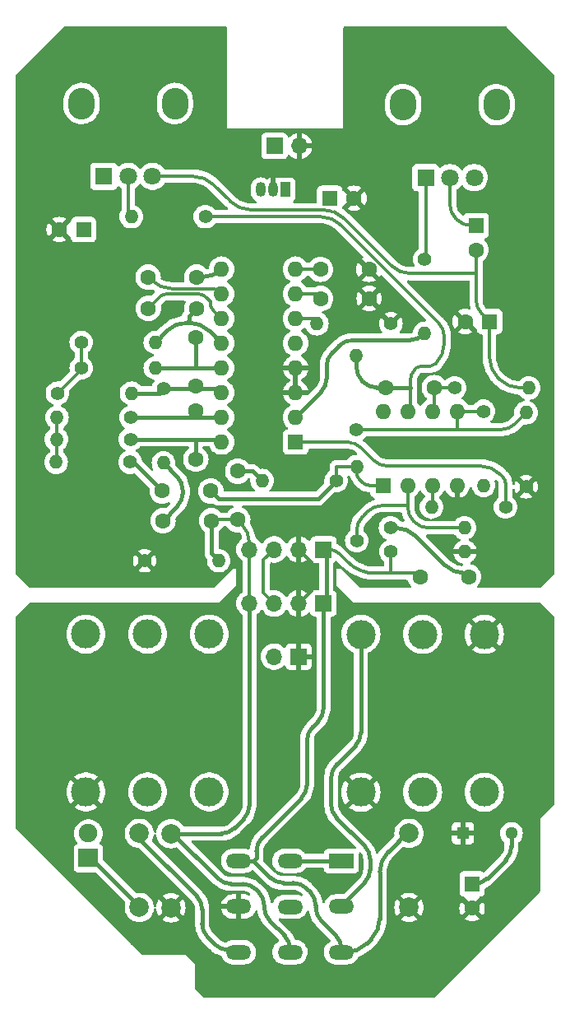
<source format=gbr>
%TF.GenerationSoftware,KiCad,Pcbnew,7.0.2-6a45011f42~172~ubuntu22.04.1*%
%TF.CreationDate,2023-05-16T10:12:08+01:00*%
%TF.ProjectId,little-angel-chorus,6c697474-6c65-42d6-916e-67656c2d6368,rev?*%
%TF.SameCoordinates,Original*%
%TF.FileFunction,Copper,L1,Top*%
%TF.FilePolarity,Positive*%
%FSLAX46Y46*%
G04 Gerber Fmt 4.6, Leading zero omitted, Abs format (unit mm)*
G04 Created by KiCad (PCBNEW 7.0.2-6a45011f42~172~ubuntu22.04.1) date 2023-05-16 10:12:08*
%MOMM*%
%LPD*%
G01*
G04 APERTURE LIST*
%TA.AperFunction,ComponentPad*%
%ADD10C,1.400000*%
%TD*%
%TA.AperFunction,ComponentPad*%
%ADD11O,1.400000X1.400000*%
%TD*%
%TA.AperFunction,ComponentPad*%
%ADD12R,1.600000X1.600000*%
%TD*%
%TA.AperFunction,ComponentPad*%
%ADD13C,1.600000*%
%TD*%
%TA.AperFunction,ComponentPad*%
%ADD14C,3.000000*%
%TD*%
%TA.AperFunction,ComponentPad*%
%ADD15R,1.700000X1.700000*%
%TD*%
%TA.AperFunction,ComponentPad*%
%ADD16O,1.700000X1.700000*%
%TD*%
%TA.AperFunction,ComponentPad*%
%ADD17C,1.998980*%
%TD*%
%TA.AperFunction,ComponentPad*%
%ADD18R,1.300000X1.300000*%
%TD*%
%TA.AperFunction,ComponentPad*%
%ADD19C,1.300000*%
%TD*%
%TA.AperFunction,ComponentPad*%
%ADD20O,1.600000X1.600000*%
%TD*%
%TA.AperFunction,ComponentPad*%
%ADD21O,2.720000X3.240000*%
%TD*%
%TA.AperFunction,ComponentPad*%
%ADD22R,1.800000X1.800000*%
%TD*%
%TA.AperFunction,ComponentPad*%
%ADD23C,1.800000*%
%TD*%
%TA.AperFunction,ComponentPad*%
%ADD24R,2.600000X1.500000*%
%TD*%
%TA.AperFunction,ComponentPad*%
%ADD25O,2.600000X1.500000*%
%TD*%
%TA.AperFunction,ComponentPad*%
%ADD26R,1.050000X1.500000*%
%TD*%
%TA.AperFunction,ComponentPad*%
%ADD27O,1.050000X1.500000*%
%TD*%
%TA.AperFunction,ComponentPad*%
%ADD28R,2.000000X1.900000*%
%TD*%
%TA.AperFunction,ComponentPad*%
%ADD29C,1.900000*%
%TD*%
%TA.AperFunction,Conductor*%
%ADD30C,0.400000*%
%TD*%
%TA.AperFunction,Conductor*%
%ADD31C,0.350000*%
%TD*%
G04 APERTURE END LIST*
D10*
%TO.P,R15,1*%
%TO.N,GND*%
X157850000Y-74920000D03*
D11*
%TO.P,R15,2*%
%TO.N,Net-(U1-VCO)*%
X150230000Y-74920000D03*
%TD*%
D10*
%TO.P,R16,1*%
%TO.N,Net-(U2B--)*%
X164413812Y-81513812D03*
D11*
%TO.P,R16,2*%
%TO.N,Net-(C13-Pad2)*%
X172033812Y-81513812D03*
%TD*%
D12*
%TO.P,C11,1*%
%TO.N,+9V*%
X126200000Y-65230000D03*
D13*
%TO.P,C11,2*%
%TO.N,GND*%
X123700000Y-65230000D03*
%TD*%
D14*
%TO.P,J2,1*%
%TO.N,GND*%
X167453812Y-106863812D03*
%TO.P,J2,2*%
%TO.N,Net-(J2-Pad2)*%
X154753812Y-106863812D03*
%TO.P,J2,3*%
%TO.N,N/C*%
X161103812Y-106863812D03*
%TO.P,J2,4*%
X167453812Y-123093812D03*
%TO.P,J2,5*%
%TO.N,GND*%
X154753812Y-123093812D03*
%TO.P,J2,6*%
%TO.N,N/C*%
X161103812Y-123093812D03*
%TD*%
D10*
%TO.P,R7,1*%
%TO.N,Net-(C2-Pad1)*%
X131013812Y-89153812D03*
D11*
%TO.P,R7,2*%
%TO.N,Net-(R7-Pad2)*%
X123393812Y-89153812D03*
%TD*%
D15*
%TO.P,J4,1*%
%TO.N,GND*%
X148343812Y-109143812D03*
D16*
%TO.P,J4,2*%
%TO.N,+9V*%
X145803812Y-109143812D03*
%TD*%
D13*
%TO.P,C9,1*%
%TO.N,GND*%
X155590000Y-69320000D03*
%TO.P,C9,2*%
%TO.N,Net-(U1-CC0)*%
X150590000Y-69320000D03*
%TD*%
D10*
%TO.P,R13,1*%
%TO.N,Net-(R11-Pad1)*%
X125963812Y-76833812D03*
D11*
%TO.P,R13,2*%
%TO.N,Net-(U1-OP2-OUT)*%
X133583812Y-76833812D03*
%TD*%
D13*
%TO.P,C2,1*%
%TO.N,Net-(C2-Pad1)*%
X134300000Y-92110000D03*
%TO.P,C2,2*%
%TO.N,Net-(C2-Pad2)*%
X139300000Y-92110000D03*
%TD*%
D12*
%TO.P,C13,1*%
%TO.N,Net-(C13-Pad1)*%
X166613812Y-64813812D03*
D13*
%TO.P,C13,2*%
%TO.N,Net-(C13-Pad2)*%
X166613812Y-67313812D03*
%TD*%
D10*
%TO.P,R14,1*%
%TO.N,Net-(R14-Pad1)*%
X161333812Y-68273812D03*
D11*
%TO.P,R14,2*%
%TO.N,Net-(U1-REF)*%
X161333812Y-75893812D03*
%TD*%
D17*
%TO.P,R2,1*%
%TO.N,{slash}O*%
X135203812Y-127353812D03*
%TO.P,R2,2*%
%TO.N,GND*%
X135203812Y-134973812D03*
%TD*%
D18*
%TO.P,C1,1*%
%TO.N,GND*%
X165253812Y-127333812D03*
D19*
%TO.P,C1,2*%
%TO.N,+9V*%
X170253812Y-127333812D03*
%TD*%
D10*
%TO.P,R5,1*%
%TO.N,Net-(C2-Pad2)*%
X152203812Y-91043812D03*
D11*
%TO.P,R5,2*%
%TO.N,Net-(C3-Pad1)*%
X144583812Y-91043812D03*
%TD*%
D12*
%TO.P,C14,1*%
%TO.N,Net-(C13-Pad2)*%
X167996463Y-74683812D03*
D13*
%TO.P,C14,2*%
%TO.N,GND*%
X165496463Y-74683812D03*
%TD*%
%TO.P,C7,1*%
%TO.N,Net-(U1-OP2-OUT)*%
X137870000Y-73330000D03*
%TO.P,C7,2*%
%TO.N,Net-(U1-OP2-IN)*%
X132870000Y-73330000D03*
%TD*%
D10*
%TO.P,R20,1*%
%TO.N,GND*%
X171753812Y-91683812D03*
D11*
%TO.P,R20,2*%
%TO.N,Net-(U2B-+)*%
X171753812Y-84063812D03*
%TD*%
D10*
%TO.P,R9,1*%
%TO.N,Net-(U1-LPF1-OUT)*%
X131093812Y-84553812D03*
D11*
%TO.P,R9,2*%
%TO.N,Net-(R7-Pad2)*%
X123473812Y-84553812D03*
%TD*%
D12*
%TO.P,U2,1*%
%TO.N,Net-(C2-Pad2)*%
X157049929Y-91529929D03*
D20*
%TO.P,U2,2,-*%
%TO.N,Net-(U2A--)*%
X159589929Y-91529929D03*
%TO.P,U2,3,+*%
%TO.N,Net-(U2A-+)*%
X162129929Y-91529929D03*
%TO.P,U2,4,V-*%
%TO.N,GND*%
X164669929Y-91529929D03*
%TO.P,U2,5,+*%
%TO.N,Net-(U2B-+)*%
X164669929Y-83909929D03*
%TO.P,U2,6,-*%
%TO.N,Net-(U2B--)*%
X162129929Y-83909929D03*
%TO.P,U2,7*%
%TO.N,Net-(C15-Pad2)*%
X159589929Y-83909929D03*
%TO.P,U2,8,V+*%
%TO.N,+9V*%
X157049929Y-83909929D03*
%TD*%
D12*
%TO.P,C12,1*%
%TO.N,Net-(U1-VCC)*%
X151543812Y-62013812D03*
D13*
%TO.P,C12,2*%
%TO.N,GND*%
X154043812Y-62013812D03*
%TD*%
D21*
%TO.P,RV2,*%
%TO.N,*%
X126003812Y-52248812D03*
X135603812Y-52248812D03*
D22*
%TO.P,RV2,1,1*%
%TO.N,unconnected-(RV2-Pad1)*%
X128303812Y-59748812D03*
D23*
%TO.P,RV2,2,2*%
%TO.N,Net-(R18-Pad2)*%
X130803812Y-59748812D03*
%TO.P,RV2,3,3*%
%TO.N,Net-(C13-Pad2)*%
X133303812Y-59748812D03*
%TD*%
D15*
%TO.P,JOVGI1,1*%
%TO.N,{slash}I*%
X150903812Y-103683812D03*
D16*
%TO.P,JOVGI1,2*%
%TO.N,GND*%
X148363812Y-103683812D03*
%TO.P,JOVGI1,3*%
%TO.N,+9V*%
X145823812Y-103683812D03*
%TO.P,JOVGI1,4*%
%TO.N,{slash}O*%
X143283812Y-103683812D03*
%TD*%
D10*
%TO.P,R18,1*%
%TO.N,Net-(C15-Pad2)*%
X138733812Y-63893812D03*
D11*
%TO.P,R18,2*%
%TO.N,Net-(R18-Pad2)*%
X131113812Y-63893812D03*
%TD*%
D10*
%TO.P,R3,1*%
%TO.N,Net-(U2A--)*%
X154319929Y-97229929D03*
D11*
%TO.P,R3,2*%
%TO.N,Net-(C2-Pad2)*%
X154319929Y-89609929D03*
%TD*%
D10*
%TO.P,R17,1*%
%TO.N,Net-(U2B-+)*%
X154303812Y-85793812D03*
D11*
%TO.P,R17,2*%
%TO.N,Net-(C15-Pad2)*%
X154303812Y-78173812D03*
%TD*%
D17*
%TO.P,R3,1*%
%TO.N,Net-(D1-Pad1)*%
X131953812Y-134953812D03*
%TO.P,R3,2*%
%TO.N,Net-(R3-Pad2)*%
X131953812Y-127333812D03*
%TD*%
D12*
%TO.P,C2,1*%
%TO.N,+9V*%
X166203812Y-132533812D03*
D13*
%TO.P,C2,2*%
%TO.N,GND*%
X166203812Y-135033812D03*
%TD*%
%TO.P,C5,1*%
%TO.N,Net-(U1-LPF1-IN)*%
X137760000Y-88840000D03*
%TO.P,C5,2*%
%TO.N,Net-(U1-LPF1-OUT)*%
X137760000Y-83840000D03*
%TD*%
%TO.P,C8,1*%
%TO.N,Net-(U1-OP1-IN)*%
X132850000Y-70110000D03*
%TO.P,C8,2*%
%TO.N,Net-(U1-OP1-OUT)*%
X137850000Y-70110000D03*
%TD*%
D24*
%TO.P,SW1,1*%
%TO.N,Net-(SW1-Pad1)*%
X152753812Y-130158812D03*
D25*
%TO.P,SW1,2*%
X147453812Y-130158812D03*
%TO.P,SW1,3*%
%TO.N,{slash}I*%
X142153812Y-130158812D03*
%TO.P,SW1,4*%
%TO.N,Net-(J2-Pad2)*%
X152753812Y-134858812D03*
%TO.P,SW1,5*%
%TO.N,Net-(J3-Pad2)*%
X147453812Y-134883812D03*
%TO.P,SW1,6*%
%TO.N,GND*%
X142153812Y-134858812D03*
%TO.P,SW1,7*%
%TO.N,{slash}I*%
X152753812Y-139558812D03*
%TO.P,SW1,8*%
%TO.N,{slash}O*%
X147453812Y-139558812D03*
%TO.P,SW1,9*%
%TO.N,Net-(R3-Pad2)*%
X142153812Y-139558812D03*
%TD*%
D15*
%TO.P,J1,1*%
%TO.N,+9V*%
X145853812Y-56633812D03*
D16*
%TO.P,J1,2*%
%TO.N,GND*%
X148393812Y-56633812D03*
%TD*%
D12*
%TO.P,U1,1,VCC*%
%TO.N,Net-(U1-VCC)*%
X148033812Y-87078812D03*
D20*
%TO.P,U1,2,REF*%
%TO.N,Net-(U1-REF)*%
X148033812Y-84538812D03*
%TO.P,U1,3,AGND*%
%TO.N,GND*%
X148033812Y-81998812D03*
%TO.P,U1,4,DGND*%
X148033812Y-79458812D03*
%TO.P,U1,5,CLK_O*%
%TO.N,unconnected-(U1-CLK_O-Pad5)*%
X148033812Y-76918812D03*
%TO.P,U1,6,VCO*%
%TO.N,Net-(U1-VCO)*%
X148033812Y-74378812D03*
%TO.P,U1,7,CC1*%
%TO.N,Net-(U1-CC1)*%
X148033812Y-71838812D03*
%TO.P,U1,8,CC0*%
%TO.N,Net-(U1-CC0)*%
X148033812Y-69298812D03*
%TO.P,U1,9,OP1-OUT*%
%TO.N,Net-(U1-OP1-OUT)*%
X140413812Y-69298812D03*
%TO.P,U1,10,OP1-IN*%
%TO.N,Net-(U1-OP1-IN)*%
X140413812Y-71838812D03*
%TO.P,U1,11,OP2-IN*%
%TO.N,Net-(U1-OP2-IN)*%
X140413812Y-74378812D03*
%TO.P,U1,12,OP2-OUT*%
%TO.N,Net-(U1-OP2-OUT)*%
X140413812Y-76918812D03*
%TO.P,U1,13,LPF2-IN*%
%TO.N,Net-(U1-LPF2-IN)*%
X140413812Y-79458812D03*
%TO.P,U1,14,LPF2-OUT*%
%TO.N,Net-(U1-LPF2-OUT)*%
X140413812Y-81998812D03*
%TO.P,U1,15,LPF1-OUT*%
%TO.N,Net-(U1-LPF1-OUT)*%
X140413812Y-84538812D03*
%TO.P,U1,16,LPF1-IN*%
%TO.N,Net-(U1-LPF1-IN)*%
X140413812Y-87078812D03*
%TD*%
D10*
%TO.P,R4,1*%
%TO.N,Net-(U1-VCC)*%
X169639929Y-93769929D03*
D11*
%TO.P,R4,2*%
%TO.N,Net-(U2A-+)*%
X162019929Y-93769929D03*
%TD*%
D14*
%TO.P,J3,1*%
%TO.N,GND*%
X126453812Y-123063812D03*
%TO.P,J3,2*%
%TO.N,Net-(J3-Pad2)*%
X139153812Y-123063812D03*
%TO.P,J3,3*%
%TO.N,N/C*%
X132803812Y-123063812D03*
%TO.P,J3,4*%
X126453812Y-106833812D03*
%TO.P,J3,5*%
X139153812Y-106833812D03*
%TO.P,J3,6*%
X132803812Y-106833812D03*
%TD*%
D10*
%TO.P,R12,1*%
%TO.N,Net-(R11-Pad1)*%
X125963812Y-79463812D03*
D11*
%TO.P,R12,2*%
%TO.N,Net-(U1-LPF2-IN)*%
X133583812Y-79463812D03*
%TD*%
D21*
%TO.P,RV1,*%
%TO.N,*%
X159123812Y-52378812D03*
X168723812Y-52378812D03*
D22*
%TO.P,RV1,1,1*%
%TO.N,Net-(R14-Pad1)*%
X161423812Y-59878812D03*
D23*
%TO.P,RV1,2,2*%
%TO.N,Net-(C13-Pad1)*%
X163923812Y-59878812D03*
%TO.P,RV1,3,3*%
%TO.N,unconnected-(RV1-Pad3)*%
X166423812Y-59878812D03*
%TD*%
D10*
%TO.P,R11,1*%
%TO.N,Net-(R11-Pad1)*%
X123523812Y-82053812D03*
D11*
%TO.P,R11,2*%
%TO.N,Net-(U1-LPF2-OUT)*%
X131143812Y-82053812D03*
%TD*%
D10*
%TO.P,R19,1*%
%TO.N,Net-(U2B-+)*%
X167383812Y-83913812D03*
D11*
%TO.P,R19,2*%
%TO.N,+9V*%
X167383812Y-91533812D03*
%TD*%
D10*
%TO.P,R10,1*%
%TO.N,Net-(U1-LPF2-OUT)*%
X134430000Y-81620000D03*
D11*
%TO.P,R10,2*%
%TO.N,Net-(C4-Pad1)*%
X134430000Y-89240000D03*
%TD*%
D13*
%TO.P,C3,1*%
%TO.N,Net-(C3-Pad1)*%
X142080000Y-90070000D03*
%TO.P,C3,2*%
%TO.N,{slash}O*%
X142080000Y-95070000D03*
%TD*%
D15*
%TO.P,JOVGI2,1*%
%TO.N,{slash}I*%
X150903812Y-98133812D03*
D16*
%TO.P,JOVGI2,2*%
%TO.N,GND*%
X148363812Y-98133812D03*
%TO.P,JOVGI2,3*%
%TO.N,+9V*%
X145823812Y-98133812D03*
%TO.P,JOVGI2,4*%
%TO.N,{slash}O*%
X143283812Y-98133812D03*
%TD*%
D26*
%TO.P,U3,1,VO*%
%TO.N,Net-(U1-VCC)*%
X146983812Y-61123812D03*
D27*
%TO.P,U3,2,GND*%
%TO.N,GND*%
X145713812Y-61123812D03*
%TO.P,U3,3,VI*%
%TO.N,+9V*%
X144443812Y-61123812D03*
%TD*%
D10*
%TO.P,R2,1*%
%TO.N,Net-(C1-Pad2)*%
X157789929Y-95909929D03*
D11*
%TO.P,R2,2*%
%TO.N,Net-(U2A--)*%
X165409929Y-95909929D03*
%TD*%
D13*
%TO.P,C10,1*%
%TO.N,GND*%
X155610000Y-72330000D03*
%TO.P,C10,2*%
%TO.N,Net-(U1-CC1)*%
X150610000Y-72330000D03*
%TD*%
%TO.P,C4,1*%
%TO.N,Net-(C4-Pad1)*%
X134380000Y-95170000D03*
%TO.P,C4,2*%
%TO.N,{slash}O*%
X139380000Y-95170000D03*
%TD*%
D17*
%TO.P,R1,1*%
%TO.N,{slash}I*%
X159703812Y-127333812D03*
%TO.P,R1,2*%
%TO.N,GND*%
X159703812Y-134953812D03*
%TD*%
D13*
%TO.P,C6,1*%
%TO.N,Net-(U1-LPF2-OUT)*%
X137740000Y-81330000D03*
%TO.P,C6,2*%
%TO.N,Net-(U1-LPF2-IN)*%
X137740000Y-76330000D03*
%TD*%
%TO.P,C15,1*%
%TO.N,Net-(U2B--)*%
X162313812Y-81483812D03*
%TO.P,C15,2*%
%TO.N,Net-(C15-Pad2)*%
X157313812Y-81483812D03*
%TD*%
D10*
%TO.P,R8,1*%
%TO.N,Net-(U1-LPF1-IN)*%
X131033812Y-86793812D03*
D11*
%TO.P,R8,2*%
%TO.N,Net-(R7-Pad2)*%
X123413812Y-86793812D03*
%TD*%
D10*
%TO.P,R6,1*%
%TO.N,GND*%
X132500000Y-99280000D03*
D11*
%TO.P,R6,2*%
%TO.N,{slash}O*%
X140120000Y-99280000D03*
%TD*%
D10*
%TO.P,R1,1*%
%TO.N,{slash}I*%
X157849929Y-98369929D03*
D11*
%TO.P,R1,2*%
%TO.N,GND*%
X165469929Y-98369929D03*
%TD*%
D13*
%TO.P,C1,1*%
%TO.N,{slash}I*%
X160830000Y-100940000D03*
%TO.P,C1,2*%
%TO.N,Net-(C1-Pad2)*%
X165830000Y-100940000D03*
%TD*%
D28*
%TO.P,D1,1*%
%TO.N,Net-(D1-Pad1)*%
X126703812Y-129873812D03*
D29*
%TO.P,D1,2*%
%TO.N,+9V*%
X126703812Y-127333812D03*
%TD*%
D30*
%TO.N,Net-(C1-Pad2)*%
X165709929Y-100579929D02*
X165472570Y-100579929D01*
X163351249Y-99701249D02*
X160438608Y-96788608D01*
X158317288Y-95909929D02*
X157789929Y-95909929D01*
X160438608Y-96788608D02*
G75*
G03*
X158317288Y-95909929I-2121308J-2121292D01*
G01*
X163351258Y-99701240D02*
G75*
G03*
X165472570Y-100579929I2121342J2121340D01*
G01*
%TO.N,Net-(C2-Pad1)*%
X131343812Y-89153812D02*
X131013812Y-89153812D01*
X134300000Y-92110000D02*
X131343812Y-89153812D01*
D31*
%TO.N,Net-(C2-Pad2)*%
X152243812Y-89609929D02*
X152203812Y-89649929D01*
X154612822Y-90942822D02*
X154907036Y-91237036D01*
D30*
X150337625Y-92909999D02*
X152203812Y-91043812D01*
D31*
X155614143Y-91529929D02*
X157049929Y-91529929D01*
X154319929Y-89609929D02*
X152243812Y-89609929D01*
X152203812Y-89649929D02*
X152203812Y-91043812D01*
X154319929Y-89609929D02*
X154319929Y-90235715D01*
D30*
X139300000Y-92110000D02*
X140099999Y-92909999D01*
X140099999Y-92909999D02*
X150337625Y-92909999D01*
D31*
X154319910Y-90235715D02*
G75*
G03*
X154612822Y-90942822I999990J15D01*
G01*
X154907009Y-91237063D02*
G75*
G03*
X155614143Y-91529929I707091J707163D01*
G01*
D30*
%TO.N,Net-(C3-Pad1)*%
X143610000Y-90070000D02*
X144583812Y-91043812D01*
X142080000Y-90070000D02*
X143610000Y-90070000D01*
%TO.N,Net-(C4-Pad1)*%
X135834213Y-90644213D02*
X134430000Y-89240000D01*
X136420000Y-92301573D02*
X136420000Y-92058427D01*
X134380000Y-95170000D02*
X135834214Y-93715786D01*
X135834228Y-93715800D02*
G75*
G03*
X136420000Y-92301573I-1414228J1414200D01*
G01*
X136419980Y-92058427D02*
G75*
G03*
X135834212Y-90644214I-1999980J27D01*
G01*
%TO.N,Net-(U1-LPF1-IN)*%
X137760000Y-86833812D02*
X137720000Y-86793812D01*
X131033812Y-86793812D02*
X137720000Y-86793812D01*
X140128812Y-86793812D02*
X140413812Y-87078812D01*
X137760000Y-88840000D02*
X137760000Y-86833812D01*
X137720000Y-86793812D02*
X140128812Y-86793812D01*
%TO.N,Net-(U1-LPF1-OUT)*%
X140413812Y-84538812D02*
X137840000Y-84538812D01*
X137760000Y-84458812D02*
X137840000Y-84538812D01*
X137840000Y-84538812D02*
X131108812Y-84538812D01*
X131108812Y-84538812D02*
X131093812Y-84553812D01*
X137760000Y-83840000D02*
X137760000Y-84458812D01*
%TO.N,Net-(U1-LPF2-OUT)*%
X133996188Y-82053812D02*
X134430000Y-81620000D01*
X134430000Y-81620000D02*
X140035000Y-81620000D01*
X131143812Y-82053812D02*
X133996188Y-82053812D01*
X140035000Y-81620000D02*
X140413812Y-81998812D01*
%TO.N,Net-(U1-LPF2-IN)*%
X133583812Y-79463812D02*
X137820000Y-79463812D01*
X137740000Y-76330000D02*
X137740000Y-79383812D01*
X137740000Y-79383812D02*
X137820000Y-79463812D01*
X140408812Y-79463812D02*
X140413812Y-79458812D01*
X137820000Y-79463812D02*
X140408812Y-79463812D01*
%TO.N,Net-(U1-OP2-OUT)*%
X136860265Y-74800000D02*
X137052359Y-74800000D01*
X133583812Y-76833812D02*
X134738945Y-75678679D01*
X137052359Y-74147641D02*
X137870000Y-73330000D01*
X137052359Y-74800000D02*
X137052359Y-74147641D01*
X139173680Y-75678680D02*
X140413812Y-76918812D01*
X139173700Y-75678660D02*
G75*
G03*
X137052359Y-74800000I-2121300J-2121340D01*
G01*
X136860265Y-74799976D02*
G75*
G03*
X134738946Y-75678680I35J-3000024D01*
G01*
D31*
%TO.N,Net-(U1-OP2-IN)*%
X138055786Y-71860000D02*
X134754214Y-71860000D01*
X139531705Y-73496705D02*
X140413812Y-74378812D01*
X139238812Y-72628812D02*
X138762893Y-72152893D01*
X134047107Y-72152893D02*
X132870000Y-73330000D01*
X139238812Y-72628812D02*
X139238812Y-72789598D01*
X134754214Y-71860010D02*
G75*
G03*
X134047107Y-72152893I-14J-999990D01*
G01*
X139238810Y-72789598D02*
G75*
G03*
X139531705Y-73496705I999990J-2D01*
G01*
X138762900Y-72152886D02*
G75*
G03*
X138055786Y-71860000I-707100J-707114D01*
G01*
%TO.N,Net-(U1-OP1-IN)*%
X133171320Y-70431320D02*
X132850000Y-70110000D01*
X140413812Y-71838812D02*
X140177893Y-71602893D01*
X139470786Y-71310000D02*
X135292641Y-71310000D01*
X133171300Y-70431340D02*
G75*
G03*
X135292641Y-71310000I2121300J2121340D01*
G01*
X140177900Y-71602886D02*
G75*
G03*
X139470786Y-71310000I-707100J-707114D01*
G01*
D30*
%TO.N,Net-(U1-OP1-OUT)*%
X137850000Y-70110000D02*
X138455458Y-70110000D01*
X138455458Y-70109971D02*
G75*
G03*
X140413812Y-69298812I42J2769471D01*
G01*
D31*
%TO.N,Net-(U1-CC0)*%
X150278812Y-69298812D02*
X150283812Y-69293812D01*
X148033812Y-69298812D02*
X150278812Y-69298812D01*
%TO.N,Net-(U1-CC1)*%
X150238812Y-71838812D02*
X150323812Y-71923812D01*
X148033812Y-71838812D02*
X150238812Y-71838812D01*
D30*
%TO.N,+9V*%
X167789599Y-131948025D02*
X169668026Y-130069598D01*
X166203812Y-132533812D02*
X166375385Y-132533812D01*
D31*
X145823812Y-98133812D02*
X144728812Y-99228812D01*
X144728812Y-102588812D02*
X145823812Y-103683812D01*
X144728812Y-99228812D02*
X144728812Y-102588812D01*
D30*
X170253812Y-128655385D02*
X170253812Y-127333812D01*
X166375385Y-132533797D02*
G75*
G03*
X167789598Y-131948024I15J1999997D01*
G01*
X169668036Y-130069608D02*
G75*
G03*
X170253812Y-128655385I-1414236J1414208D01*
G01*
D31*
%TO.N,Net-(U1-VCC)*%
X148033812Y-87078812D02*
X153360385Y-87078812D01*
X157482239Y-89543812D02*
X167001171Y-89543812D01*
X169122492Y-90422492D02*
X169347036Y-90647036D01*
X169639929Y-91354143D02*
X169639929Y-93769929D01*
X154774599Y-87664599D02*
X156068026Y-88958026D01*
X169122504Y-90422480D02*
G75*
G03*
X167001171Y-89543812I-2121304J-2121320D01*
G01*
X169639890Y-91354143D02*
G75*
G03*
X169347036Y-90647036I-999990J43D01*
G01*
X154774604Y-87664594D02*
G75*
G03*
X153360385Y-87078812I-1414204J-1414206D01*
G01*
X156068004Y-88958048D02*
G75*
G03*
X157482239Y-89543812I1414196J1414248D01*
G01*
%TO.N,Net-(C13-Pad1)*%
X163923812Y-59878812D02*
X163923812Y-62655385D01*
X166082239Y-64813812D02*
X166613812Y-64813812D01*
X164509599Y-64069599D02*
X164668026Y-64228026D01*
X163923820Y-62655385D02*
G75*
G03*
X164509600Y-64069598I1999980J-15D01*
G01*
X164668004Y-64228048D02*
G75*
G03*
X166082239Y-64813812I1414196J1414248D01*
G01*
%TO.N,Net-(C13-Pad2)*%
X168875143Y-80485143D02*
X169025133Y-80635133D01*
X166613812Y-67313812D02*
X166613812Y-69763812D01*
X167199599Y-73886948D02*
X167996463Y-74683812D01*
X166613812Y-69763812D02*
X166613812Y-72472734D01*
X167996463Y-74683812D02*
X167996463Y-78363822D01*
X152997492Y-64067492D02*
X157815133Y-68885133D01*
X137486171Y-59748812D02*
X133303812Y-59748812D01*
X143411453Y-63188812D02*
X150876171Y-63188812D01*
X159936453Y-69763812D02*
X166613812Y-69763812D01*
X171146453Y-81513812D02*
X172033812Y-81513812D01*
X141290132Y-62310132D02*
X139607491Y-60627491D01*
X141290153Y-62310111D02*
G75*
G03*
X143411453Y-63188812I2121347J2121311D01*
G01*
X157815154Y-68885112D02*
G75*
G03*
X159936453Y-69763812I2121346J2121312D01*
G01*
X169025154Y-80635112D02*
G75*
G03*
X171146453Y-81513812I2121346J2121312D01*
G01*
X167996459Y-78363822D02*
G75*
G03*
X168875144Y-80485142I3000041J22D01*
G01*
X166613785Y-72472734D02*
G75*
G03*
X167199599Y-73886948I2000015J34D01*
G01*
X139607503Y-60627479D02*
G75*
G03*
X137486171Y-59748812I-2121303J-2121321D01*
G01*
X152997504Y-64067480D02*
G75*
G03*
X150876171Y-63188812I-2121304J-2121320D01*
G01*
%TO.N,Net-(U2B--)*%
X162313812Y-81483812D02*
X162313812Y-83726046D01*
X162313812Y-81483812D02*
X164383812Y-81483812D01*
X162313812Y-83726046D02*
X162129929Y-83909929D01*
X164383812Y-81483812D02*
X164413812Y-81513812D01*
D30*
%TO.N,Net-(C15-Pad2)*%
X157313812Y-81483812D02*
X156402239Y-81483812D01*
D31*
X138733812Y-63893812D02*
X150582872Y-63893812D01*
X152704193Y-64772492D02*
X162748026Y-74816325D01*
D30*
X157313812Y-81483812D02*
X159813812Y-81483812D01*
D31*
X159813812Y-83686046D02*
X159589929Y-83909929D01*
X159813812Y-81483812D02*
X159813812Y-83686046D01*
D30*
X154988025Y-80898025D02*
X154889598Y-80799598D01*
D31*
X163333812Y-76230538D02*
X163333812Y-76911171D01*
X159813812Y-80902239D02*
X159813812Y-81483812D01*
D30*
X154303812Y-79385385D02*
X154303812Y-78173812D01*
D31*
X161896628Y-79263812D02*
X160941019Y-79263812D01*
D30*
X154303820Y-79385385D02*
G75*
G03*
X154889599Y-80799597I1999980J-15D01*
G01*
D31*
X160941019Y-79263821D02*
G75*
G03*
X160399598Y-79488026I-19J-765779D01*
G01*
X162455149Y-79032509D02*
G75*
G03*
X163333812Y-76911171I-2121349J2121309D01*
G01*
X161896628Y-79263825D02*
G75*
G03*
X162455131Y-79032491I-28J789925D01*
G01*
X163333781Y-76230538D02*
G75*
G03*
X162748026Y-74816325I-1999981J38D01*
G01*
D30*
X154988003Y-80898047D02*
G75*
G03*
X156402239Y-81483812I1414197J1414247D01*
G01*
D31*
X160399581Y-79488009D02*
G75*
G03*
X159813812Y-80902239I1414219J-1414191D01*
G01*
X152704204Y-64772481D02*
G75*
G03*
X150582872Y-63893812I-2121304J-2121319D01*
G01*
%TO.N,Net-(U2A--)*%
X161688356Y-95909929D02*
X165409929Y-95909929D01*
X156898356Y-93619929D02*
X159589929Y-93619929D01*
X159589929Y-91529929D02*
X159589929Y-93619929D01*
X154905716Y-94784142D02*
X155484143Y-94205715D01*
X160175716Y-95225716D02*
X160274143Y-95324143D01*
X154319929Y-97229929D02*
X154319929Y-96198356D01*
X159589929Y-93619929D02*
X159589929Y-93811502D01*
X156898356Y-93619890D02*
G75*
G03*
X155484143Y-94205715I44J-2000010D01*
G01*
X154905744Y-94784170D02*
G75*
G03*
X154319929Y-96198356I1414156J-1414230D01*
G01*
X160274159Y-95324127D02*
G75*
G03*
X161688356Y-95909929I1414241J1414227D01*
G01*
X159589920Y-93811502D02*
G75*
G03*
X160175717Y-95225715I1999980J2D01*
G01*
%TO.N,Net-(U2A-+)*%
X162129929Y-93659929D02*
X162019929Y-93769929D01*
X162129929Y-91529929D02*
X162129929Y-93659929D01*
%TO.N,Net-(R7-Pad2)*%
X123413812Y-89133812D02*
X123393812Y-89153812D01*
X123413812Y-86793812D02*
X123413812Y-89133812D01*
X123473812Y-84553812D02*
X123473812Y-86733812D01*
X123473812Y-86733812D02*
X123413812Y-86793812D01*
%TO.N,Net-(R11-Pad1)*%
X125963812Y-76833812D02*
X125963812Y-79613812D01*
X125963812Y-79613812D02*
X123523812Y-82053812D01*
%TO.N,Net-(R14-Pad1)*%
X161423812Y-67583812D02*
X161423812Y-59878812D01*
D30*
%TO.N,Net-(U1-REF)*%
X161333812Y-75893812D02*
X161219598Y-76008026D01*
X151230000Y-79278427D02*
X151230000Y-80514197D01*
X150644213Y-81928411D02*
X148033812Y-84538812D01*
X159805385Y-76593812D02*
X153914615Y-76593812D01*
X152500401Y-77179599D02*
X151815786Y-77864214D01*
X159805385Y-76593797D02*
G75*
G03*
X161219597Y-76008025I15J1999997D01*
G01*
X150644215Y-81928413D02*
G75*
G03*
X151230000Y-80514197I-1414215J1414213D01*
G01*
X151815772Y-77864200D02*
G75*
G03*
X151230000Y-79278427I1414228J-1414200D01*
G01*
X153914615Y-76593820D02*
G75*
G03*
X152500402Y-77179600I-15J-1999980D01*
G01*
D31*
%TO.N,Net-(U1-VCO)*%
X148033812Y-74378812D02*
X150318812Y-74378812D01*
%TO.N,Net-(U2B-+)*%
X154303812Y-85793812D02*
X164643812Y-85793812D01*
X170609599Y-85208025D02*
X171753812Y-84063812D01*
X164673812Y-83913812D02*
X164669929Y-83909929D01*
X167383812Y-83913812D02*
X164673812Y-83913812D01*
X164669929Y-85767695D02*
X164643812Y-85793812D01*
X164643812Y-85793812D02*
X169195385Y-85793812D01*
X164669929Y-83909929D02*
X164669929Y-85767695D01*
X169195385Y-85793797D02*
G75*
G03*
X170609598Y-85208024I15J1999997D01*
G01*
%TO.N,Net-(R18-Pad2)*%
X130803812Y-63583812D02*
X131113812Y-63893812D01*
X130803812Y-59748812D02*
X130803812Y-63583812D01*
%TO.N,GND*%
X149678812Y-99448812D02*
X149678812Y-102368812D01*
X149678812Y-102368812D02*
X148363812Y-103683812D01*
X148363812Y-98133812D02*
X149678812Y-99448812D01*
D30*
%TO.N,Net-(D1-Pad1)*%
X126953812Y-129833812D02*
X131953812Y-134833812D01*
X126703812Y-129833812D02*
X126953812Y-129833812D01*
%TO.N,Net-(J2-Pad2)*%
X155703812Y-131005385D02*
X155703812Y-130012239D01*
X152269599Y-120238025D02*
X154168026Y-118339598D01*
X152753812Y-134858812D02*
X152753812Y-134783812D01*
X155118025Y-128598025D02*
X152269598Y-125749598D01*
X151683812Y-124335385D02*
X151683812Y-121652239D01*
X154753812Y-116925385D02*
X154753812Y-106863812D01*
X152753812Y-134783812D02*
X155118026Y-132419598D01*
X154168036Y-118339608D02*
G75*
G03*
X154753812Y-116925385I-1414236J1414208D01*
G01*
X151683820Y-124335385D02*
G75*
G03*
X152269599Y-125749597I1999980J-15D01*
G01*
X155703780Y-130012239D02*
G75*
G03*
X155118024Y-128598026I-1999980J39D01*
G01*
X152269582Y-120238008D02*
G75*
G03*
X151683812Y-121652239I1414218J-1414192D01*
G01*
X155118036Y-132419608D02*
G75*
G03*
X155703812Y-131005385I-1414236J1414208D01*
G01*
%TO.N,Net-(R3-Pad2)*%
X138989599Y-138019599D02*
X139718026Y-138748026D01*
X141132239Y-139333812D02*
X141928812Y-139333812D01*
X131953812Y-127333812D02*
X132073812Y-127333812D01*
X131953812Y-127453812D02*
X131953812Y-127863812D01*
X138403812Y-135142239D02*
X138403812Y-136605385D01*
X131953812Y-127863812D02*
X137818026Y-133728026D01*
X141928812Y-139333812D02*
X142153812Y-139558812D01*
X132073812Y-127333812D02*
X131953812Y-127453812D01*
X138403820Y-136605385D02*
G75*
G03*
X138989600Y-138019598I1999980J-15D01*
G01*
X138403780Y-135142239D02*
G75*
G03*
X137818025Y-133728027I-1999980J39D01*
G01*
X139718004Y-138748048D02*
G75*
G03*
X141132239Y-139333812I1414196J1414248D01*
G01*
%TO.N,Net-(SW1-Pad1)*%
X147453812Y-130158812D02*
X152753812Y-130158812D01*
%TO.N,{slash}I*%
X143703812Y-130158812D02*
X144003812Y-129858812D01*
X150903812Y-103683812D02*
X151203812Y-103383812D01*
X147775385Y-132433812D02*
X146807239Y-132433812D01*
X145393025Y-131848025D02*
X143703812Y-130158812D01*
X149789599Y-116388025D02*
X150318026Y-115859598D01*
X156703812Y-136066171D02*
X156703812Y-131326453D01*
X151203812Y-98433812D02*
X150903812Y-98133812D01*
D31*
X157849929Y-100543812D02*
X157813812Y-100579929D01*
D30*
X142153812Y-130158812D02*
X143703812Y-130158812D01*
X157582492Y-129205132D02*
X159703812Y-127083812D01*
X150903812Y-103683812D02*
X150903812Y-114445385D01*
D31*
X156197695Y-100579929D02*
X157813812Y-100579929D01*
D30*
X150103812Y-134930385D02*
X150103812Y-134762239D01*
D31*
X157813812Y-100579929D02*
X160709929Y-100579929D01*
D30*
X144589599Y-127748025D02*
X148618026Y-123719598D01*
D31*
X150903812Y-98133812D02*
X151482492Y-98133812D01*
X152543152Y-98573152D02*
X153384782Y-99414782D01*
D30*
X155332492Y-138680132D02*
X155825133Y-138187491D01*
X152753812Y-139558812D02*
X153211171Y-139558812D01*
X152753812Y-139558812D02*
X152753812Y-139237239D01*
X149518025Y-133348025D02*
X149189598Y-133019598D01*
X149203812Y-122305385D02*
X149203812Y-117802239D01*
D31*
X157849929Y-98369929D02*
X157849929Y-100543812D01*
D30*
X152168025Y-137823025D02*
X150689598Y-136344598D01*
X151203812Y-103383812D02*
X151203812Y-98433812D01*
X144003812Y-129858812D02*
X144003812Y-129162239D01*
X157582518Y-129205158D02*
G75*
G03*
X156703812Y-131326453I2121282J-2121342D01*
G01*
X145393003Y-131848047D02*
G75*
G03*
X146807239Y-132433812I1414197J1414247D01*
G01*
X150103820Y-134930385D02*
G75*
G03*
X150689599Y-136344597I1999980J-15D01*
G01*
X148618036Y-123719608D02*
G75*
G03*
X149203812Y-122305385I-1414236J1414208D01*
G01*
X155825150Y-138187508D02*
G75*
G03*
X156703812Y-136066171I-2121350J2121308D01*
G01*
X153211171Y-139558788D02*
G75*
G03*
X155332492Y-138680132I29J2999988D01*
G01*
X149789582Y-116388008D02*
G75*
G03*
X149203812Y-117802239I1414218J-1414192D01*
G01*
X144589582Y-127748008D02*
G75*
G03*
X144003812Y-129162239I1414218J-1414192D01*
G01*
X150103780Y-134762239D02*
G75*
G03*
X149518024Y-133348026I-1999980J39D01*
G01*
D31*
X153384791Y-99414773D02*
G75*
G03*
X156197695Y-100579929I2812909J2812873D01*
G01*
D30*
X152753780Y-139237239D02*
G75*
G03*
X152168024Y-137823026I-1999980J39D01*
G01*
X150318036Y-115859608D02*
G75*
G03*
X150903812Y-114445385I-1414236J1414208D01*
G01*
D31*
X152543154Y-98573150D02*
G75*
G03*
X151482492Y-98133812I-1060654J-1060650D01*
G01*
D30*
X149189603Y-133019593D02*
G75*
G03*
X147775385Y-132433812I-1414203J-1414207D01*
G01*
%TO.N,{slash}O*%
X143989599Y-133119599D02*
X144218026Y-133348026D01*
X139380000Y-95170000D02*
X139380000Y-98540000D01*
X135423812Y-127353812D02*
X140018026Y-131948026D01*
D31*
X143283812Y-98133812D02*
X143283812Y-103683812D01*
D30*
X143283812Y-103683812D02*
X143283812Y-124425385D01*
X144803812Y-134762239D02*
X144803812Y-134930385D01*
X139380000Y-98540000D02*
X140120000Y-99280000D01*
D31*
X142405132Y-95395132D02*
X142080000Y-95070000D01*
X143283812Y-98133812D02*
X143283812Y-97516453D01*
X139480000Y-95070000D02*
X139380000Y-95170000D01*
D30*
X141432239Y-132533812D02*
X142575385Y-132533812D01*
X145389599Y-136344599D02*
X146868026Y-137823026D01*
X147453812Y-139237239D02*
X147453812Y-139558812D01*
X135203812Y-127353812D02*
X135423812Y-127353812D01*
D31*
X142080000Y-95070000D02*
X139480000Y-95070000D01*
D30*
X142698025Y-125839599D02*
X141769598Y-126768026D01*
X140355385Y-127353812D02*
X135203812Y-127353812D01*
X142698035Y-125839609D02*
G75*
G03*
X143283812Y-124425385I-1414235J1414209D01*
G01*
D31*
X143283841Y-97516453D02*
G75*
G03*
X142405131Y-95395133I-3000041J-47D01*
G01*
D30*
X147453780Y-139237239D02*
G75*
G03*
X146868025Y-137823027I-1999980J39D01*
G01*
X143989604Y-133119594D02*
G75*
G03*
X142575385Y-132533812I-1414204J-1414206D01*
G01*
X140355385Y-127353797D02*
G75*
G03*
X141769597Y-126768025I15J1999997D01*
G01*
X144803820Y-134930385D02*
G75*
G03*
X145389600Y-136344598I1999980J-15D01*
G01*
X144803780Y-134762239D02*
G75*
G03*
X144218025Y-133348027I-1999980J39D01*
G01*
X140018004Y-131948048D02*
G75*
G03*
X141432239Y-132533812I1414196J1414248D01*
G01*
%TD*%
%TA.AperFunction,Conductor*%
%TO.N,GND*%
G36*
X140895433Y-44354314D02*
G01*
X140941926Y-44407970D01*
X140953312Y-44460312D01*
X140953312Y-54808884D01*
X140953227Y-54809312D01*
X140953270Y-54833811D01*
X140953312Y-54833911D01*
X140953428Y-54834194D01*
X140953429Y-54834195D01*
X140953812Y-54834353D01*
X140953814Y-54834351D01*
X140978826Y-54834336D01*
X140978826Y-54834340D01*
X140978970Y-54834312D01*
X152928654Y-54834312D01*
X152928797Y-54834340D01*
X152928798Y-54834336D01*
X152953809Y-54834351D01*
X152953812Y-54834353D01*
X152954195Y-54834195D01*
X152954312Y-54833911D01*
X152954353Y-54833812D01*
X152954353Y-54833811D01*
X152954396Y-54809312D01*
X152954312Y-54808884D01*
X152954312Y-52707100D01*
X157255312Y-52707100D01*
X157255478Y-52709370D01*
X157255479Y-52709393D01*
X157270278Y-52911593D01*
X157329750Y-53178568D01*
X157427456Y-53434031D01*
X157561319Y-53672550D01*
X157728482Y-53889031D01*
X157925383Y-54078869D01*
X157925386Y-54078871D01*
X158147831Y-54238017D01*
X158391078Y-54363079D01*
X158649942Y-54451391D01*
X158918905Y-54501071D01*
X159192236Y-54511060D01*
X159192236Y-54511059D01*
X159192237Y-54511060D01*
X159260203Y-54503581D01*
X159464108Y-54481146D01*
X159728728Y-54411965D01*
X159980455Y-54304993D01*
X160213924Y-54162509D01*
X160424159Y-53987550D01*
X160606679Y-53783845D01*
X160757595Y-53555735D01*
X160873689Y-53308083D01*
X160952488Y-53046167D01*
X160972294Y-52911593D01*
X160992312Y-52775570D01*
X160992312Y-52707100D01*
X166855312Y-52707100D01*
X166855478Y-52709370D01*
X166855479Y-52709393D01*
X166870278Y-52911593D01*
X166929750Y-53178568D01*
X167027456Y-53434031D01*
X167161319Y-53672550D01*
X167328482Y-53889031D01*
X167525383Y-54078869D01*
X167525386Y-54078871D01*
X167747831Y-54238017D01*
X167991078Y-54363079D01*
X168249942Y-54451391D01*
X168518905Y-54501071D01*
X168792236Y-54511060D01*
X168792236Y-54511059D01*
X168792237Y-54511060D01*
X168860203Y-54503581D01*
X169064108Y-54481146D01*
X169328728Y-54411965D01*
X169580455Y-54304993D01*
X169813924Y-54162509D01*
X170024159Y-53987550D01*
X170206679Y-53783845D01*
X170357595Y-53555735D01*
X170473689Y-53308083D01*
X170552488Y-53046167D01*
X170572294Y-52911593D01*
X170592312Y-52775570D01*
X170592312Y-52052824D01*
X170592312Y-52050524D01*
X170577345Y-51846029D01*
X170517875Y-51579059D01*
X170420167Y-51323593D01*
X170420167Y-51323592D01*
X170286304Y-51085073D01*
X170119141Y-50868592D01*
X169922240Y-50678754D01*
X169805336Y-50595117D01*
X169699793Y-50519607D01*
X169456546Y-50394545D01*
X169456545Y-50394544D01*
X169456542Y-50394543D01*
X169197683Y-50306233D01*
X168928720Y-50256553D01*
X168655386Y-50246563D01*
X168383518Y-50276477D01*
X168118896Y-50345659D01*
X167867170Y-50452630D01*
X167633696Y-50595117D01*
X167423464Y-50770074D01*
X167240948Y-50973774D01*
X167090025Y-51201895D01*
X166973937Y-51449534D01*
X166895134Y-51711461D01*
X166864029Y-51922824D01*
X166855312Y-51982055D01*
X166855312Y-52707100D01*
X160992312Y-52707100D01*
X160992312Y-52052824D01*
X160992312Y-52050524D01*
X160977345Y-51846029D01*
X160917875Y-51579059D01*
X160820167Y-51323593D01*
X160820167Y-51323592D01*
X160686304Y-51085073D01*
X160519141Y-50868592D01*
X160322240Y-50678754D01*
X160205336Y-50595117D01*
X160099793Y-50519607D01*
X159856546Y-50394545D01*
X159856545Y-50394544D01*
X159856542Y-50394543D01*
X159597683Y-50306233D01*
X159328720Y-50256553D01*
X159055386Y-50246563D01*
X158783518Y-50276477D01*
X158518896Y-50345659D01*
X158267170Y-50452630D01*
X158033696Y-50595117D01*
X157823464Y-50770074D01*
X157640948Y-50973774D01*
X157490025Y-51201895D01*
X157373937Y-51449534D01*
X157295134Y-51711461D01*
X157264029Y-51922824D01*
X157255312Y-51982055D01*
X157255312Y-52707100D01*
X152954312Y-52707100D01*
X152954312Y-44460312D01*
X152974314Y-44392191D01*
X153027970Y-44345698D01*
X153080312Y-44334312D01*
X169651414Y-44334312D01*
X169719535Y-44354314D01*
X169740509Y-44371217D01*
X174666407Y-49297114D01*
X174700433Y-49359426D01*
X174703312Y-49386209D01*
X174703312Y-100531414D01*
X174683310Y-100599535D01*
X174666407Y-100620509D01*
X173240509Y-102046407D01*
X173178197Y-102080433D01*
X173151414Y-102083312D01*
X166841377Y-102083312D01*
X166773256Y-102063310D01*
X166726763Y-102009654D01*
X166716659Y-101939380D01*
X166746153Y-101874800D01*
X166752282Y-101868217D01*
X166836195Y-101784303D01*
X166836194Y-101784303D01*
X166836198Y-101784300D01*
X166967523Y-101596749D01*
X167064284Y-101389243D01*
X167123543Y-101168087D01*
X167143498Y-100940000D01*
X167123543Y-100711913D01*
X167064916Y-100493115D01*
X167064284Y-100490756D01*
X166967522Y-100283249D01*
X166836195Y-100095696D01*
X166674303Y-99933804D01*
X166486750Y-99802477D01*
X166279244Y-99705716D01*
X166095696Y-99656534D01*
X166035074Y-99619582D01*
X166004052Y-99555721D01*
X166012481Y-99485227D01*
X166057684Y-99430480D01*
X166075068Y-99420628D01*
X166076238Y-99420082D01*
X166249385Y-99298842D01*
X166398842Y-99149385D01*
X166520083Y-98976236D01*
X166609413Y-98784667D01*
X166652483Y-98623929D01*
X165711828Y-98623929D01*
X165766989Y-98564008D01*
X165813911Y-98457037D01*
X165823557Y-98340627D01*
X165794882Y-98227391D01*
X165730993Y-98129602D01*
X165713426Y-98115929D01*
X166652483Y-98115929D01*
X166609413Y-97955190D01*
X166520083Y-97763621D01*
X166398842Y-97590472D01*
X166249385Y-97441015D01*
X166076236Y-97319774D01*
X165906039Y-97240410D01*
X165852754Y-97193493D01*
X165833293Y-97125215D01*
X165853835Y-97057256D01*
X165906039Y-97012020D01*
X166016487Y-96960518D01*
X166189705Y-96839230D01*
X166339230Y-96689705D01*
X166460518Y-96516487D01*
X166549885Y-96324839D01*
X166604615Y-96120584D01*
X166623045Y-95909929D01*
X166604615Y-95699274D01*
X166549885Y-95495019D01*
X166460518Y-95303371D01*
X166456818Y-95298087D01*
X166339227Y-95130149D01*
X166189708Y-94980630D01*
X166016488Y-94859340D01*
X165824838Y-94769972D01*
X165620584Y-94715243D01*
X165409929Y-94696813D01*
X165199273Y-94715243D01*
X164995019Y-94769972D01*
X164803369Y-94859340D01*
X164630149Y-94980630D01*
X164480630Y-95130149D01*
X164450836Y-95172700D01*
X164395378Y-95217028D01*
X164347623Y-95226429D01*
X162123910Y-95226429D01*
X162055789Y-95206427D01*
X162018938Y-95163899D01*
X162003619Y-95190927D01*
X161940775Y-95223959D01*
X161915948Y-95226429D01*
X161692496Y-95226429D01*
X161684253Y-95226159D01*
X161524771Y-95215703D01*
X161508430Y-95213551D01*
X161355736Y-95183175D01*
X161339816Y-95178909D01*
X161192393Y-95128862D01*
X161177168Y-95122556D01*
X161037526Y-95053691D01*
X161023252Y-95045449D01*
X160893806Y-94958954D01*
X160880731Y-94948921D01*
X160760307Y-94843310D01*
X160754289Y-94837674D01*
X160703001Y-94786385D01*
X160703000Y-94786384D01*
X160702998Y-94786382D01*
X160702997Y-94786381D01*
X160661941Y-94745326D01*
X160656320Y-94739324D01*
X160550916Y-94619136D01*
X160540883Y-94606061D01*
X160454387Y-94476614D01*
X160446146Y-94462340D01*
X160377286Y-94322709D01*
X160370980Y-94307486D01*
X160369694Y-94303699D01*
X160320934Y-94160057D01*
X160316668Y-94144137D01*
X160309723Y-94109223D01*
X160286291Y-93991426D01*
X160284143Y-93975102D01*
X160273699Y-93815756D01*
X160273429Y-93807516D01*
X160273429Y-92714311D01*
X160293431Y-92646190D01*
X160327159Y-92611098D01*
X160434230Y-92536126D01*
X160596124Y-92374232D01*
X160596123Y-92374232D01*
X160596127Y-92374229D01*
X160727452Y-92186678D01*
X160745733Y-92147472D01*
X160792651Y-92094186D01*
X160860928Y-92074725D01*
X160928888Y-92095266D01*
X160974124Y-92147472D01*
X160992405Y-92186677D01*
X161123733Y-92374232D01*
X161285627Y-92536126D01*
X161332923Y-92569243D01*
X161377252Y-92624700D01*
X161384561Y-92695319D01*
X161352531Y-92758680D01*
X161332924Y-92775669D01*
X161240149Y-92840630D01*
X161090630Y-92990149D01*
X160969340Y-93163369D01*
X160879972Y-93355019D01*
X160825243Y-93559273D01*
X160818312Y-93638501D01*
X160806813Y-93769929D01*
X160810462Y-93811638D01*
X160825243Y-93980584D01*
X160879972Y-94184838D01*
X160969340Y-94376488D01*
X161090630Y-94549708D01*
X161240149Y-94699227D01*
X161240152Y-94699229D01*
X161240153Y-94699230D01*
X161270897Y-94720757D01*
X161413369Y-94820517D01*
X161413370Y-94820517D01*
X161413371Y-94820518D01*
X161605019Y-94909885D01*
X161809274Y-94964615D01*
X161926930Y-94974908D01*
X161993048Y-95000771D01*
X162019704Y-95037583D01*
X162028686Y-95017917D01*
X162088412Y-94979533D01*
X162112923Y-94974908D01*
X162230584Y-94964615D01*
X162434839Y-94909885D01*
X162626487Y-94820518D01*
X162799705Y-94699230D01*
X162949230Y-94549705D01*
X163070518Y-94376487D01*
X163159885Y-94184839D01*
X163214615Y-93980584D01*
X163233045Y-93769929D01*
X163214615Y-93559274D01*
X163159885Y-93355019D01*
X163070518Y-93163371D01*
X163052969Y-93138309D01*
X162949227Y-92990149D01*
X162850334Y-92891256D01*
X162816308Y-92828944D01*
X162813429Y-92802161D01*
X162813429Y-92714311D01*
X162833431Y-92646190D01*
X162867159Y-92611098D01*
X162974230Y-92536126D01*
X163136124Y-92374232D01*
X163136123Y-92374232D01*
X163136127Y-92374229D01*
X163267452Y-92186678D01*
X163286009Y-92146880D01*
X163332927Y-92093594D01*
X163401204Y-92074133D01*
X163469164Y-92094674D01*
X163514400Y-92146880D01*
X163532840Y-92186426D01*
X163664118Y-92373910D01*
X163825947Y-92535739D01*
X164013430Y-92667016D01*
X164220858Y-92763742D01*
X164415929Y-92816011D01*
X164415929Y-91841614D01*
X164431884Y-91857570D01*
X164544781Y-91915094D01*
X164638448Y-91929929D01*
X164701410Y-91929929D01*
X164795077Y-91915094D01*
X164907974Y-91857570D01*
X164923929Y-91841615D01*
X164923929Y-92816010D01*
X165118999Y-92763742D01*
X165326427Y-92667016D01*
X165513910Y-92535739D01*
X165675739Y-92373910D01*
X165807016Y-92186427D01*
X165903742Y-91979000D01*
X165956148Y-91783416D01*
X165993099Y-91722793D01*
X166056960Y-91691772D01*
X166127455Y-91700200D01*
X166182202Y-91745403D01*
X166199562Y-91783416D01*
X166243855Y-91948721D01*
X166333223Y-92140371D01*
X166454513Y-92313591D01*
X166604032Y-92463110D01*
X166777252Y-92584400D01*
X166777253Y-92584400D01*
X166777254Y-92584401D01*
X166968902Y-92673768D01*
X167173157Y-92728498D01*
X167383812Y-92746928D01*
X167594467Y-92728498D01*
X167798722Y-92673768D01*
X167990370Y-92584401D01*
X168163588Y-92463113D01*
X168313113Y-92313588D01*
X168434401Y-92140370D01*
X168523768Y-91948722D01*
X168578498Y-91744467D01*
X168596928Y-91533812D01*
X168578498Y-91323157D01*
X168525228Y-91124350D01*
X168526918Y-91053375D01*
X168566712Y-90994579D01*
X168631976Y-90966631D01*
X168701990Y-90978404D01*
X168736030Y-91002645D01*
X168857855Y-91124470D01*
X168868727Y-91136867D01*
X168903899Y-91182710D01*
X168920342Y-91211193D01*
X168939261Y-91256871D01*
X168947774Y-91288646D01*
X168955351Y-91346222D01*
X168956428Y-91362667D01*
X168956425Y-91445455D01*
X168956429Y-91445490D01*
X168956429Y-92707623D01*
X168936427Y-92775744D01*
X168902700Y-92810836D01*
X168860149Y-92840630D01*
X168710630Y-92990149D01*
X168589340Y-93163369D01*
X168499972Y-93355019D01*
X168445243Y-93559273D01*
X168438312Y-93638501D01*
X168426813Y-93769929D01*
X168430462Y-93811638D01*
X168445243Y-93980584D01*
X168499972Y-94184838D01*
X168589340Y-94376488D01*
X168710630Y-94549708D01*
X168860149Y-94699227D01*
X168860152Y-94699229D01*
X168860153Y-94699230D01*
X168890897Y-94720757D01*
X169033369Y-94820517D01*
X169033370Y-94820517D01*
X169033371Y-94820518D01*
X169225019Y-94909885D01*
X169429274Y-94964615D01*
X169639929Y-94983045D01*
X169850584Y-94964615D01*
X170054839Y-94909885D01*
X170246487Y-94820518D01*
X170419705Y-94699230D01*
X170569230Y-94549705D01*
X170690518Y-94376487D01*
X170779885Y-94184839D01*
X170834615Y-93980584D01*
X170853045Y-93769929D01*
X170834615Y-93559274D01*
X170779885Y-93355019D01*
X170690518Y-93163371D01*
X170672969Y-93138309D01*
X170569227Y-92990149D01*
X170419708Y-92840630D01*
X170377158Y-92810836D01*
X170332830Y-92755378D01*
X170323429Y-92707623D01*
X170323429Y-92699109D01*
X171097724Y-92699109D01*
X171147503Y-92733965D01*
X171339073Y-92823296D01*
X171543243Y-92878003D01*
X171753812Y-92896425D01*
X171964380Y-92878003D01*
X172168552Y-92823295D01*
X172360116Y-92733968D01*
X172409899Y-92699109D01*
X172409899Y-92699108D01*
X171753813Y-92043022D01*
X171753812Y-92043022D01*
X171097724Y-92699108D01*
X171097724Y-92699109D01*
X170323429Y-92699109D01*
X170323429Y-91969968D01*
X170343431Y-91901847D01*
X170397087Y-91855354D01*
X170467361Y-91845250D01*
X170531941Y-91874744D01*
X170570325Y-91934470D01*
X170571136Y-91937357D01*
X170614327Y-92098550D01*
X170703658Y-92290120D01*
X170738513Y-92339898D01*
X170738514Y-92339898D01*
X171365299Y-91713114D01*
X171400184Y-91713114D01*
X171428859Y-91826350D01*
X171492748Y-91924139D01*
X171584927Y-91995884D01*
X171695407Y-92033812D01*
X171782817Y-92033812D01*
X171869028Y-92019426D01*
X171971759Y-91963831D01*
X172050872Y-91877891D01*
X172097794Y-91770920D01*
X172105012Y-91683813D01*
X172113022Y-91683813D01*
X172769108Y-92339899D01*
X172769109Y-92339899D01*
X172803968Y-92290116D01*
X172893295Y-92098552D01*
X172948003Y-91894380D01*
X172966425Y-91683812D01*
X172948003Y-91473243D01*
X172893296Y-91269073D01*
X172803965Y-91077503D01*
X172769109Y-91027724D01*
X172769108Y-91027724D01*
X172113022Y-91683811D01*
X172113022Y-91683813D01*
X172105012Y-91683813D01*
X172107440Y-91654510D01*
X172078765Y-91541274D01*
X172014876Y-91443485D01*
X171922697Y-91371740D01*
X171812217Y-91333812D01*
X171724807Y-91333812D01*
X171638596Y-91348198D01*
X171535865Y-91403793D01*
X171456752Y-91489733D01*
X171409830Y-91596704D01*
X171400184Y-91713114D01*
X171365299Y-91713114D01*
X171394602Y-91683811D01*
X171394602Y-91683810D01*
X170738515Y-91027724D01*
X170738514Y-91027724D01*
X170703657Y-91077505D01*
X170614328Y-91269072D01*
X170571136Y-91430267D01*
X170534184Y-91490889D01*
X170470323Y-91521911D01*
X170399829Y-91513482D01*
X170345082Y-91468279D01*
X170323465Y-91400653D01*
X170323429Y-91397655D01*
X170323429Y-91313408D01*
X170323429Y-91312799D01*
X170323403Y-91312597D01*
X170323391Y-91312177D01*
X170323391Y-91304117D01*
X170323395Y-91243832D01*
X170294600Y-91025037D01*
X170237493Y-90811873D01*
X170178120Y-90668515D01*
X171097724Y-90668515D01*
X171753811Y-91324602D01*
X171753812Y-91324602D01*
X172409898Y-90668514D01*
X172409898Y-90668513D01*
X172360120Y-90633658D01*
X172168550Y-90544327D01*
X171964380Y-90489620D01*
X171753812Y-90471198D01*
X171543243Y-90489620D01*
X171339074Y-90544327D01*
X171147505Y-90633657D01*
X171097724Y-90668514D01*
X171097724Y-90668515D01*
X170178120Y-90668515D01*
X170153051Y-90607986D01*
X170042720Y-90416865D01*
X170021881Y-90389705D01*
X169910901Y-90245058D01*
X169908386Y-90241780D01*
X169905470Y-90238864D01*
X169905466Y-90238859D01*
X169859590Y-90192978D01*
X169859578Y-90192963D01*
X169825308Y-90158693D01*
X169775915Y-90109295D01*
X169766357Y-90099736D01*
X169766326Y-90099711D01*
X169674714Y-90008099D01*
X169674708Y-90008091D01*
X169642715Y-89976098D01*
X169642688Y-89976049D01*
X169564370Y-89897732D01*
X169492088Y-89825450D01*
X169489986Y-89823686D01*
X169489976Y-89823677D01*
X169247794Y-89620465D01*
X169247792Y-89620463D01*
X169245688Y-89618698D01*
X169233164Y-89609929D01*
X168984463Y-89435789D01*
X168984462Y-89435788D01*
X168982205Y-89434208D01*
X168979818Y-89432830D01*
X168979812Y-89432826D01*
X168706039Y-89274764D01*
X168706028Y-89274758D01*
X168703646Y-89273383D01*
X168412130Y-89137449D01*
X168409553Y-89136511D01*
X168112446Y-89028375D01*
X168112430Y-89028370D01*
X168109875Y-89027440D01*
X168107230Y-89026731D01*
X168107226Y-89026730D01*
X167801842Y-88944905D01*
X167801832Y-88944902D01*
X167799183Y-88944193D01*
X167796484Y-88943717D01*
X167796470Y-88943714D01*
X167485114Y-88888817D01*
X167485106Y-88888815D01*
X167482418Y-88888342D01*
X167479715Y-88888105D01*
X167479696Y-88888103D01*
X167164715Y-88860549D01*
X167164706Y-88860548D01*
X167161990Y-88860311D01*
X167159249Y-88860311D01*
X167001164Y-88860312D01*
X157573077Y-88860312D01*
X157573058Y-88860310D01*
X157559238Y-88860310D01*
X157548199Y-88860310D01*
X157486344Y-88860311D01*
X157478104Y-88860041D01*
X157318625Y-88849591D01*
X157302285Y-88847440D01*
X157149588Y-88817070D01*
X157133668Y-88812805D01*
X156986235Y-88762762D01*
X156971013Y-88756457D01*
X156831369Y-88687596D01*
X156817096Y-88679355D01*
X156687645Y-88592862D01*
X156674569Y-88582829D01*
X156554756Y-88477760D01*
X156548737Y-88472122D01*
X155294816Y-87218201D01*
X155294803Y-87218178D01*
X155257911Y-87181286D01*
X155151348Y-87074723D01*
X155016646Y-86967303D01*
X154975860Y-86909195D01*
X154972963Y-86838257D01*
X155008878Y-86777015D01*
X155022927Y-86765587D01*
X155083588Y-86723113D01*
X155233113Y-86573588D01*
X155262904Y-86531041D01*
X155318363Y-86486713D01*
X155366118Y-86477312D01*
X164602468Y-86477312D01*
X164619353Y-86477312D01*
X164626961Y-86477542D01*
X164685383Y-86481076D01*
X164685383Y-86481075D01*
X164685384Y-86481076D01*
X164691115Y-86480025D01*
X164694661Y-86479376D01*
X164717374Y-86477312D01*
X169236487Y-86477312D01*
X169236729Y-86477312D01*
X169236809Y-86477302D01*
X169236971Y-86477297D01*
X169346081Y-86477298D01*
X169645590Y-86443554D01*
X169939437Y-86376488D01*
X170223927Y-86276943D01*
X170495483Y-86146171D01*
X170750690Y-85985817D01*
X170986338Y-85797897D01*
X171057327Y-85726908D01*
X171057346Y-85726892D01*
X171063668Y-85720570D01*
X171063672Y-85720567D01*
X171092902Y-85691337D01*
X171147358Y-85636882D01*
X171147358Y-85636880D01*
X171157728Y-85626511D01*
X171157732Y-85626506D01*
X171485596Y-85298641D01*
X171547906Y-85264617D01*
X171585667Y-85262217D01*
X171753812Y-85276928D01*
X171964467Y-85258498D01*
X172168722Y-85203768D01*
X172360370Y-85114401D01*
X172533588Y-84993113D01*
X172683113Y-84843588D01*
X172804401Y-84670370D01*
X172893768Y-84478722D01*
X172948498Y-84274467D01*
X172966928Y-84063812D01*
X172948498Y-83853157D01*
X172893768Y-83648902D01*
X172804401Y-83457254D01*
X172765213Y-83401288D01*
X172699369Y-83307252D01*
X172683113Y-83284036D01*
X172683112Y-83284035D01*
X172683110Y-83284032D01*
X172533591Y-83134513D01*
X172360371Y-83013223D01*
X172216810Y-82946280D01*
X172163525Y-82899363D01*
X172144064Y-82831085D01*
X172164606Y-82763125D01*
X172218629Y-82717060D01*
X172237449Y-82710378D01*
X172244464Y-82708498D01*
X172244467Y-82708498D01*
X172448722Y-82653768D01*
X172640370Y-82564401D01*
X172813588Y-82443113D01*
X172963113Y-82293588D01*
X173084401Y-82120370D01*
X173173768Y-81928722D01*
X173228498Y-81724467D01*
X173246928Y-81513812D01*
X173228498Y-81303157D01*
X173173768Y-81098902D01*
X173084401Y-80907254D01*
X173083765Y-80906346D01*
X172963110Y-80734032D01*
X172813591Y-80584513D01*
X172640371Y-80463223D01*
X172448721Y-80373855D01*
X172244467Y-80319126D01*
X172033812Y-80300696D01*
X171823156Y-80319126D01*
X171618902Y-80373855D01*
X171427252Y-80463223D01*
X171254032Y-80584513D01*
X171104510Y-80734035D01*
X171081472Y-80766936D01*
X171026014Y-80811263D01*
X170971195Y-80820465D01*
X170894157Y-80816138D01*
X170880125Y-80814557D01*
X170637960Y-80773408D01*
X170624201Y-80770267D01*
X170388177Y-80702266D01*
X170374841Y-80697599D01*
X170147922Y-80603603D01*
X170135191Y-80597473D01*
X169920211Y-80478655D01*
X169908247Y-80471137D01*
X169707932Y-80329003D01*
X169696885Y-80320193D01*
X169571135Y-80207814D01*
X169510690Y-80153796D01*
X169505564Y-80148949D01*
X169445167Y-80088551D01*
X169445166Y-80088551D01*
X169360983Y-80004368D01*
X169356127Y-79999233D01*
X169331263Y-79971410D01*
X169190052Y-79813394D01*
X169181274Y-79802388D01*
X169039112Y-79602030D01*
X169031604Y-79590079D01*
X169028222Y-79583960D01*
X168912791Y-79375102D01*
X168906666Y-79362385D01*
X168848006Y-79220767D01*
X168812664Y-79135443D01*
X168807998Y-79122107D01*
X168792046Y-79066737D01*
X168739998Y-78886081D01*
X168736859Y-78872330D01*
X168695711Y-78630157D01*
X168694129Y-78616116D01*
X168680161Y-78367413D01*
X168679963Y-78360348D01*
X168679963Y-76118312D01*
X168699965Y-76050191D01*
X168753621Y-76003698D01*
X168805963Y-75992312D01*
X168841732Y-75992312D01*
X168845101Y-75992312D01*
X168905664Y-75985801D01*
X169042667Y-75934701D01*
X169159724Y-75847073D01*
X169247352Y-75730016D01*
X169298452Y-75593013D01*
X169304963Y-75532450D01*
X169304963Y-73835174D01*
X169298452Y-73774611D01*
X169247352Y-73637608D01*
X169247351Y-73637606D01*
X169159724Y-73520550D01*
X169042668Y-73432923D01*
X168972927Y-73406911D01*
X168905664Y-73381823D01*
X168845101Y-73375312D01*
X168841732Y-73375312D01*
X167715150Y-73375312D01*
X167647029Y-73355310D01*
X167620423Y-73332394D01*
X167574792Y-73280364D01*
X167564766Y-73267298D01*
X167547386Y-73241288D01*
X167478260Y-73137837D01*
X167470023Y-73123570D01*
X167401160Y-72983935D01*
X167394853Y-72968709D01*
X167344805Y-72821282D01*
X167340540Y-72805370D01*
X167310160Y-72652652D01*
X167308010Y-72636317D01*
X167307673Y-72631181D01*
X167297582Y-72477251D01*
X167297312Y-72469008D01*
X167297312Y-68498194D01*
X167317314Y-68430073D01*
X167351042Y-68394981D01*
X167419036Y-68347371D01*
X167458112Y-68320010D01*
X167620010Y-68158112D01*
X167751335Y-67970561D01*
X167848096Y-67763055D01*
X167907355Y-67541899D01*
X167927310Y-67313812D01*
X167907355Y-67085725D01*
X167848096Y-66864569D01*
X167751335Y-66657063D01*
X167671463Y-66542995D01*
X167627976Y-66480889D01*
X167620010Y-66469512D01*
X167620009Y-66469511D01*
X167620007Y-66469508D01*
X167474672Y-66324173D01*
X167440646Y-66261861D01*
X167445711Y-66191046D01*
X167488258Y-66134210D01*
X167519735Y-66117022D01*
X167523006Y-66115801D01*
X167523013Y-66115801D01*
X167660016Y-66064701D01*
X167777073Y-65977073D01*
X167864701Y-65860016D01*
X167915801Y-65723013D01*
X167922312Y-65662450D01*
X167922312Y-63965174D01*
X167915801Y-63904611D01*
X167864701Y-63767608D01*
X167864700Y-63767606D01*
X167777073Y-63650550D01*
X167660017Y-63562923D01*
X167591514Y-63537373D01*
X167523013Y-63511823D01*
X167462450Y-63505312D01*
X165765174Y-63505312D01*
X165761825Y-63505671D01*
X165761825Y-63505672D01*
X165704611Y-63511823D01*
X165567606Y-63562923D01*
X165450550Y-63650550D01*
X165370980Y-63756844D01*
X165314144Y-63799391D01*
X165243329Y-63804455D01*
X165187036Y-63776068D01*
X165154756Y-63747760D01*
X165148737Y-63742122D01*
X164995833Y-63589218D01*
X164990196Y-63583200D01*
X164884810Y-63463029D01*
X164874777Y-63449954D01*
X164788281Y-63320503D01*
X164780040Y-63306229D01*
X164711181Y-63166595D01*
X164704874Y-63151369D01*
X164654825Y-63003928D01*
X164650567Y-62988035D01*
X164620190Y-62835314D01*
X164618042Y-62818995D01*
X164607582Y-62659383D01*
X164607312Y-62651143D01*
X164607313Y-62578378D01*
X164607312Y-62578373D01*
X164607312Y-61185525D01*
X164627314Y-61117404D01*
X164673340Y-61074713D01*
X164696829Y-61062002D01*
X164881032Y-60918630D01*
X165039126Y-60746895D01*
X165068329Y-60702195D01*
X165122332Y-60656107D01*
X165192680Y-60646532D01*
X165257038Y-60676509D01*
X165279294Y-60702194D01*
X165308498Y-60746895D01*
X165466592Y-60918630D01*
X165650795Y-61062002D01*
X165856085Y-61173099D01*
X166076861Y-61248892D01*
X166307100Y-61287312D01*
X166307103Y-61287312D01*
X166540521Y-61287312D01*
X166540524Y-61287312D01*
X166770763Y-61248892D01*
X166991539Y-61173099D01*
X167196829Y-61062002D01*
X167381032Y-60918630D01*
X167539126Y-60746895D01*
X167666796Y-60551481D01*
X167760561Y-60337719D01*
X167817863Y-60111438D01*
X167837139Y-59878812D01*
X167817863Y-59646186D01*
X167760561Y-59419905D01*
X167666796Y-59206143D01*
X167539126Y-59010729D01*
X167381032Y-58838994D01*
X167196829Y-58695622D01*
X167094006Y-58639977D01*
X166991538Y-58584524D01*
X166826664Y-58527923D01*
X166770763Y-58508732D01*
X166540524Y-58470312D01*
X166307100Y-58470312D01*
X166076861Y-58508732D01*
X166076858Y-58508732D01*
X166076858Y-58508733D01*
X165856085Y-58584524D01*
X165650796Y-58695621D01*
X165466591Y-58838994D01*
X165308495Y-59010732D01*
X165279294Y-59055428D01*
X165225291Y-59101516D01*
X165154943Y-59111091D01*
X165090586Y-59081113D01*
X165068330Y-59055428D01*
X165039128Y-59010732D01*
X165039127Y-59010731D01*
X165039126Y-59010729D01*
X164881032Y-58838994D01*
X164696829Y-58695622D01*
X164594006Y-58639977D01*
X164491538Y-58584524D01*
X164326664Y-58527923D01*
X164270763Y-58508732D01*
X164040524Y-58470312D01*
X163807100Y-58470312D01*
X163576861Y-58508732D01*
X163576858Y-58508732D01*
X163576858Y-58508733D01*
X163356085Y-58584524D01*
X163150796Y-58695621D01*
X162984086Y-58825377D01*
X162918043Y-58851433D01*
X162848398Y-58837647D01*
X162797261Y-58788397D01*
X162788639Y-58769977D01*
X162774700Y-58732606D01*
X162687073Y-58615550D01*
X162570017Y-58527923D01*
X162456413Y-58485551D01*
X162433013Y-58476823D01*
X162372450Y-58470312D01*
X160475174Y-58470312D01*
X160471825Y-58470671D01*
X160471825Y-58470672D01*
X160414611Y-58476823D01*
X160277606Y-58527923D01*
X160160550Y-58615550D01*
X160072923Y-58732606D01*
X160033745Y-58837647D01*
X160021823Y-58869611D01*
X160015312Y-58930174D01*
X160015312Y-60827450D01*
X160021823Y-60888013D01*
X160047373Y-60956514D01*
X160072923Y-61025017D01*
X160160550Y-61142073D01*
X160277606Y-61229700D01*
X160277607Y-61229700D01*
X160277608Y-61229701D01*
X160414611Y-61280801D01*
X160475174Y-61287312D01*
X160614312Y-61287312D01*
X160682433Y-61307314D01*
X160728926Y-61360970D01*
X160740312Y-61413312D01*
X160740312Y-67148487D01*
X160720310Y-67216608D01*
X160686583Y-67251700D01*
X160554032Y-67344513D01*
X160404513Y-67494032D01*
X160283223Y-67667252D01*
X160193855Y-67858902D01*
X160139126Y-68063156D01*
X160120696Y-68273812D01*
X160139126Y-68484467D01*
X160193855Y-68688721D01*
X160283223Y-68880370D01*
X160284393Y-68882041D01*
X160285413Y-68885068D01*
X160287882Y-68890361D01*
X160287291Y-68890636D01*
X160307081Y-68949315D01*
X160289796Y-69018175D01*
X160238027Y-69066759D01*
X160181180Y-69080312D01*
X159940006Y-69080312D01*
X159932939Y-69080114D01*
X159684155Y-69066138D01*
X159670115Y-69064555D01*
X159427977Y-69023411D01*
X159414201Y-69020267D01*
X159178177Y-68952266D01*
X159164841Y-68947599D01*
X158937922Y-68853603D01*
X158925191Y-68847473D01*
X158710211Y-68728655D01*
X158698247Y-68721137D01*
X158497932Y-68579003D01*
X158486885Y-68570193D01*
X158406320Y-68498194D01*
X158300690Y-68403796D01*
X158295564Y-68398949D01*
X158235167Y-68338551D01*
X158235166Y-68338551D01*
X153549714Y-63653099D01*
X153549708Y-63653091D01*
X153517715Y-63621098D01*
X153517688Y-63621049D01*
X153369038Y-63472400D01*
X153367088Y-63470450D01*
X153364986Y-63468686D01*
X153364976Y-63468677D01*
X153188386Y-63320503D01*
X153175113Y-63309365D01*
X153152309Y-63275090D01*
X153121030Y-63263985D01*
X153120688Y-63263698D01*
X153084363Y-63238263D01*
X152881820Y-63096443D01*
X152837491Y-63040986D01*
X152830182Y-62970366D01*
X152836035Y-62949195D01*
X152845801Y-62923013D01*
X152852311Y-62862453D01*
X152852290Y-62862715D01*
X152875702Y-62796344D01*
X152931767Y-62752787D01*
X152947971Y-62750440D01*
X153645084Y-62053327D01*
X153658647Y-62138960D01*
X153716171Y-62251857D01*
X153805767Y-62341453D01*
X153918664Y-62398977D01*
X154004294Y-62412539D01*
X153315922Y-63100910D01*
X153316081Y-63102727D01*
X153328375Y-63109631D01*
X153387313Y-63150899D01*
X153594741Y-63247625D01*
X153815812Y-63306860D01*
X154043812Y-63326807D01*
X154271811Y-63306860D01*
X154492882Y-63247625D01*
X154700310Y-63150899D01*
X154771700Y-63100911D01*
X154771700Y-63100909D01*
X154083330Y-62412539D01*
X154168960Y-62398977D01*
X154281857Y-62341453D01*
X154371453Y-62251857D01*
X154428977Y-62138960D01*
X154442539Y-62053328D01*
X155130910Y-62741700D01*
X155130911Y-62741700D01*
X155180899Y-62670310D01*
X155277625Y-62462882D01*
X155336860Y-62241811D01*
X155356807Y-62013812D01*
X155336860Y-61785812D01*
X155277625Y-61564741D01*
X155180897Y-61357309D01*
X155130912Y-61285922D01*
X155130909Y-61285922D01*
X154442538Y-61974292D01*
X154428977Y-61888664D01*
X154371453Y-61775767D01*
X154281857Y-61686171D01*
X154168960Y-61628647D01*
X154083326Y-61615084D01*
X154771700Y-60926711D01*
X154700309Y-60876724D01*
X154492882Y-60779998D01*
X154271811Y-60720763D01*
X154043811Y-60700816D01*
X153815812Y-60720763D01*
X153594741Y-60779998D01*
X153387311Y-60876725D01*
X153315921Y-60926711D01*
X154004295Y-61615084D01*
X153918664Y-61628647D01*
X153805767Y-61686171D01*
X153716171Y-61775767D01*
X153658647Y-61888664D01*
X153645084Y-61974294D01*
X152945095Y-61274305D01*
X152919282Y-61269118D01*
X152868290Y-61219719D01*
X152852303Y-61165074D01*
X152852311Y-61165169D01*
X152845801Y-61104611D01*
X152794701Y-60967608D01*
X152794700Y-60967606D01*
X152707073Y-60850550D01*
X152590017Y-60762923D01*
X152521514Y-60737373D01*
X152453013Y-60711823D01*
X152392450Y-60705312D01*
X150695174Y-60705312D01*
X150691825Y-60705671D01*
X150691825Y-60705672D01*
X150634611Y-60711823D01*
X150497606Y-60762923D01*
X150380550Y-60850550D01*
X150292923Y-60967606D01*
X150241823Y-61104611D01*
X150236384Y-61155207D01*
X150235312Y-61165174D01*
X150235312Y-61168542D01*
X150235312Y-62379312D01*
X150215310Y-62447433D01*
X150161654Y-62493926D01*
X150109312Y-62505312D01*
X147892318Y-62505312D01*
X147824197Y-62485310D01*
X147777704Y-62431654D01*
X147767600Y-62361380D01*
X147797094Y-62296800D01*
X147816809Y-62278444D01*
X147872073Y-62237073D01*
X147940143Y-62146142D01*
X147959701Y-62120016D01*
X148010801Y-61983013D01*
X148017312Y-61922450D01*
X148017312Y-60325174D01*
X148010801Y-60264611D01*
X147959701Y-60127608D01*
X147959700Y-60127606D01*
X147872073Y-60010550D01*
X147755017Y-59922923D01*
X147683852Y-59896380D01*
X147618013Y-59871823D01*
X147557450Y-59865312D01*
X146410174Y-59865312D01*
X146406825Y-59865671D01*
X146406825Y-59865672D01*
X146349611Y-59871823D01*
X146195634Y-59929254D01*
X146194933Y-59927375D01*
X146151777Y-59943470D01*
X146106218Y-59938365D01*
X145967812Y-59896379D01*
X145967812Y-60212415D01*
X145959869Y-60256443D01*
X145956823Y-60264611D01*
X145950312Y-60325174D01*
X145950312Y-60328541D01*
X145950312Y-60328542D01*
X145950312Y-60832687D01*
X145894760Y-60789449D01*
X145776388Y-60748812D01*
X145682739Y-60748812D01*
X145590366Y-60764226D01*
X145480298Y-60823793D01*
X145475443Y-60829066D01*
X145463290Y-60705672D01*
X145461142Y-60683863D01*
X145461984Y-60683779D01*
X145459812Y-60669129D01*
X145459812Y-59896380D01*
X145459811Y-59896379D01*
X145316588Y-59939826D01*
X145138738Y-60034889D01*
X145069232Y-60049361D01*
X145019948Y-60034889D01*
X144841229Y-59939362D01*
X144646413Y-59880266D01*
X144646410Y-59880265D01*
X144646408Y-59880265D01*
X144443811Y-59860310D01*
X144241215Y-59880265D01*
X144241212Y-59880265D01*
X144241211Y-59880266D01*
X144079717Y-59929254D01*
X144046392Y-59939363D01*
X143866848Y-60035331D01*
X143709480Y-60164480D01*
X143580331Y-60321848D01*
X143484363Y-60501392D01*
X143484362Y-60501394D01*
X143484362Y-60501395D01*
X143431243Y-60676509D01*
X143425265Y-60696215D01*
X143410615Y-60844955D01*
X143410614Y-60844966D01*
X143410312Y-60848037D01*
X143410312Y-61399587D01*
X143410614Y-61402658D01*
X143410615Y-61402668D01*
X143425265Y-61551408D01*
X143425265Y-61551410D01*
X143425266Y-61551413D01*
X143456567Y-61654600D01*
X143484363Y-61746231D01*
X143580331Y-61925775D01*
X143709480Y-62083143D01*
X143866848Y-62212292D01*
X143971426Y-62268190D01*
X144022074Y-62317942D01*
X144037784Y-62387179D01*
X144013568Y-62453918D01*
X143957115Y-62496970D01*
X143912030Y-62505312D01*
X143415006Y-62505312D01*
X143407939Y-62505114D01*
X143159155Y-62491138D01*
X143145115Y-62489555D01*
X142902977Y-62448411D01*
X142889201Y-62445267D01*
X142653173Y-62377265D01*
X142639837Y-62372598D01*
X142412917Y-62278602D01*
X142400186Y-62272471D01*
X142185218Y-62153659D01*
X142173254Y-62146142D01*
X141972931Y-62004002D01*
X141961884Y-61995192D01*
X141775694Y-61828799D01*
X141770559Y-61823944D01*
X141710166Y-61763550D01*
X141710165Y-61763550D01*
X140128851Y-60182236D01*
X140128823Y-60182185D01*
X140058076Y-60111438D01*
X139977087Y-60030449D01*
X139953373Y-60010551D01*
X139732793Y-59825464D01*
X139732791Y-59825462D01*
X139730687Y-59823697D01*
X139467204Y-59639207D01*
X139188645Y-59478383D01*
X139186158Y-59477223D01*
X139186144Y-59477216D01*
X138899621Y-59343611D01*
X138899620Y-59343610D01*
X138897129Y-59342449D01*
X138894552Y-59341511D01*
X138597446Y-59233375D01*
X138597430Y-59233370D01*
X138594875Y-59232440D01*
X138592230Y-59231731D01*
X138592226Y-59231730D01*
X138286842Y-59149905D01*
X138286832Y-59149902D01*
X138284183Y-59149193D01*
X138281484Y-59148717D01*
X138281470Y-59148714D01*
X137970114Y-59093817D01*
X137970106Y-59093815D01*
X137967418Y-59093342D01*
X137964715Y-59093105D01*
X137964696Y-59093103D01*
X137649715Y-59065549D01*
X137649706Y-59065548D01*
X137646990Y-59065311D01*
X137644249Y-59065311D01*
X137486164Y-59065312D01*
X134607907Y-59065312D01*
X134539786Y-59045310D01*
X134502425Y-59008228D01*
X134419126Y-58880729D01*
X134261032Y-58708994D01*
X134076829Y-58565622D01*
X133971705Y-58508732D01*
X133871538Y-58454524D01*
X133706664Y-58397923D01*
X133650763Y-58378732D01*
X133420524Y-58340312D01*
X133187100Y-58340312D01*
X132956861Y-58378732D01*
X132956858Y-58378732D01*
X132956858Y-58378733D01*
X132736085Y-58454524D01*
X132530796Y-58565621D01*
X132346591Y-58708994D01*
X132188495Y-58880732D01*
X132159294Y-58925428D01*
X132105291Y-58971516D01*
X132034943Y-58981091D01*
X131970586Y-58951113D01*
X131948330Y-58925428D01*
X131919128Y-58880732D01*
X131919127Y-58880731D01*
X131919126Y-58880729D01*
X131761032Y-58708994D01*
X131576829Y-58565622D01*
X131471705Y-58508732D01*
X131371538Y-58454524D01*
X131206664Y-58397923D01*
X131150763Y-58378732D01*
X130920524Y-58340312D01*
X130687100Y-58340312D01*
X130456861Y-58378732D01*
X130456858Y-58378732D01*
X130456858Y-58378733D01*
X130236085Y-58454524D01*
X130030796Y-58565621D01*
X129864086Y-58695377D01*
X129798043Y-58721433D01*
X129728398Y-58707647D01*
X129677261Y-58658397D01*
X129668639Y-58639977D01*
X129654701Y-58602608D01*
X129654700Y-58602606D01*
X129567073Y-58485550D01*
X129450017Y-58397923D01*
X129381514Y-58372372D01*
X129313013Y-58346823D01*
X129252450Y-58340312D01*
X127355174Y-58340312D01*
X127351825Y-58340671D01*
X127351825Y-58340672D01*
X127294611Y-58346823D01*
X127157606Y-58397923D01*
X127040550Y-58485550D01*
X126952923Y-58602606D01*
X126918230Y-58695622D01*
X126901823Y-58739611D01*
X126895312Y-58800174D01*
X126895312Y-60697450D01*
X126901823Y-60758013D01*
X126917786Y-60800811D01*
X126952923Y-60895017D01*
X127040550Y-61012073D01*
X127157606Y-61099700D01*
X127157607Y-61099700D01*
X127157608Y-61099701D01*
X127294611Y-61150801D01*
X127355174Y-61157312D01*
X127358543Y-61157312D01*
X129249081Y-61157312D01*
X129252450Y-61157312D01*
X129313013Y-61150801D01*
X129450016Y-61099701D01*
X129567073Y-61012073D01*
X129590749Y-60980446D01*
X129654701Y-60895017D01*
X129668639Y-60857647D01*
X129711185Y-60800811D01*
X129777705Y-60775999D01*
X129847079Y-60791090D01*
X129864084Y-60802244D01*
X130030795Y-60932002D01*
X130054281Y-60944712D01*
X130104671Y-60994724D01*
X130120311Y-61055525D01*
X130120311Y-63165994D01*
X130100309Y-63234115D01*
X130097525Y-63238263D01*
X130063224Y-63287250D01*
X129973855Y-63478902D01*
X129919126Y-63683156D01*
X129900696Y-63893812D01*
X129919126Y-64104467D01*
X129973855Y-64308721D01*
X130063223Y-64500371D01*
X130184513Y-64673591D01*
X130334032Y-64823110D01*
X130334035Y-64823112D01*
X130334036Y-64823113D01*
X130391575Y-64863402D01*
X130507252Y-64944400D01*
X130507253Y-64944400D01*
X130507254Y-64944401D01*
X130698902Y-65033768D01*
X130903157Y-65088498D01*
X131113812Y-65106928D01*
X131324467Y-65088498D01*
X131528722Y-65033768D01*
X131720370Y-64944401D01*
X131893588Y-64823113D01*
X132043113Y-64673588D01*
X132164401Y-64500370D01*
X132253768Y-64308722D01*
X132308498Y-64104467D01*
X132326928Y-63893812D01*
X132308498Y-63683157D01*
X132253768Y-63478902D01*
X132164401Y-63287254D01*
X132164398Y-63287250D01*
X132043110Y-63114032D01*
X131893591Y-62964513D01*
X131720371Y-62843223D01*
X131560062Y-62768470D01*
X131506777Y-62721553D01*
X131487312Y-62654275D01*
X131487312Y-61055525D01*
X131507314Y-60987404D01*
X131553340Y-60944713D01*
X131576829Y-60932002D01*
X131761032Y-60788630D01*
X131919126Y-60616895D01*
X131948330Y-60572193D01*
X132002330Y-60526108D01*
X132072678Y-60516532D01*
X132137035Y-60546508D01*
X132159293Y-60572194D01*
X132188498Y-60616895D01*
X132346592Y-60788630D01*
X132530795Y-60932002D01*
X132736085Y-61043099D01*
X132956861Y-61118892D01*
X133187100Y-61157312D01*
X133187103Y-61157312D01*
X133420521Y-61157312D01*
X133420524Y-61157312D01*
X133650763Y-61118892D01*
X133871539Y-61043099D01*
X134076829Y-60932002D01*
X134261032Y-60788630D01*
X134419126Y-60616895D01*
X134502425Y-60489395D01*
X134556427Y-60443308D01*
X134607907Y-60432312D01*
X137409162Y-60432312D01*
X137409166Y-60432313D01*
X137482641Y-60432312D01*
X137489704Y-60432510D01*
X137738482Y-60446478D01*
X137752516Y-60448059D01*
X137994686Y-60489204D01*
X138008432Y-60492341D01*
X138244488Y-60560345D01*
X138257802Y-60565005D01*
X138484735Y-60659002D01*
X138497454Y-60665126D01*
X138692212Y-60772763D01*
X138712445Y-60783945D01*
X138724409Y-60791463D01*
X138759968Y-60816693D01*
X138924736Y-60933602D01*
X138935760Y-60942392D01*
X139121365Y-61108258D01*
X139126482Y-61113098D01*
X140836059Y-62822674D01*
X140836191Y-62822777D01*
X140836423Y-62822995D01*
X140920561Y-62907135D01*
X140922661Y-62908897D01*
X140922662Y-62908898D01*
X141016681Y-62987791D01*
X141056007Y-63046901D01*
X141057133Y-63117889D01*
X141019701Y-63178216D01*
X140955596Y-63208730D01*
X140935689Y-63210312D01*
X139796118Y-63210312D01*
X139727997Y-63190310D01*
X139692905Y-63156583D01*
X139663110Y-63114032D01*
X139513591Y-62964513D01*
X139340371Y-62843223D01*
X139148721Y-62753855D01*
X138944467Y-62699126D01*
X138733812Y-62680696D01*
X138523156Y-62699126D01*
X138318902Y-62753855D01*
X138127252Y-62843223D01*
X137954032Y-62964513D01*
X137804513Y-63114032D01*
X137683223Y-63287252D01*
X137593855Y-63478902D01*
X137539126Y-63683156D01*
X137520696Y-63893811D01*
X137539126Y-64104467D01*
X137593855Y-64308721D01*
X137683223Y-64500371D01*
X137804513Y-64673591D01*
X137954032Y-64823110D01*
X137954035Y-64823112D01*
X137954036Y-64823113D01*
X138011575Y-64863402D01*
X138127252Y-64944400D01*
X138127253Y-64944400D01*
X138127254Y-64944401D01*
X138318902Y-65033768D01*
X138523157Y-65088498D01*
X138733812Y-65106928D01*
X138944467Y-65088498D01*
X139148722Y-65033768D01*
X139340370Y-64944401D01*
X139513588Y-64823113D01*
X139663113Y-64673588D01*
X139692904Y-64631041D01*
X139748363Y-64586713D01*
X139796118Y-64577312D01*
X150505862Y-64577312D01*
X150505866Y-64577313D01*
X150579341Y-64577312D01*
X150586404Y-64577510D01*
X150835183Y-64591478D01*
X150849217Y-64593059D01*
X151091387Y-64634204D01*
X151105137Y-64637342D01*
X151341184Y-64705344D01*
X151354504Y-64710005D01*
X151581441Y-64804004D01*
X151594150Y-64810123D01*
X151809161Y-64928954D01*
X151821097Y-64936454D01*
X152021438Y-65078602D01*
X152032461Y-65087392D01*
X152218067Y-65253259D01*
X152223185Y-65258099D01*
X154953481Y-67988395D01*
X154987507Y-68050707D01*
X154982442Y-68121522D01*
X154939895Y-68178358D01*
X154936656Y-68180704D01*
X154862110Y-68232900D01*
X155550483Y-68921272D01*
X155464852Y-68934835D01*
X155351955Y-68992359D01*
X155262359Y-69081955D01*
X155204835Y-69194852D01*
X155191272Y-69280481D01*
X154502900Y-68592109D01*
X154452913Y-68663499D01*
X154356186Y-68870929D01*
X154296951Y-69092000D01*
X154277004Y-69319999D01*
X154296951Y-69547999D01*
X154356186Y-69769070D01*
X154452912Y-69976497D01*
X154502899Y-70047887D01*
X155191272Y-69359516D01*
X155204835Y-69445148D01*
X155262359Y-69558045D01*
X155351955Y-69647641D01*
X155464852Y-69705165D01*
X155550482Y-69718727D01*
X154862110Y-70407098D01*
X154862110Y-70407100D01*
X154933497Y-70457085D01*
X155140929Y-70553813D01*
X155362000Y-70613048D01*
X155589999Y-70632995D01*
X155817999Y-70613048D01*
X156039070Y-70553813D01*
X156246498Y-70457087D01*
X156317888Y-70407099D01*
X156317888Y-70407097D01*
X155629518Y-69718727D01*
X155715148Y-69705165D01*
X155828045Y-69647641D01*
X155917641Y-69558045D01*
X155975165Y-69445148D01*
X155988727Y-69359517D01*
X156677097Y-70047888D01*
X156677099Y-70047888D01*
X156729297Y-69973343D01*
X156784755Y-69929015D01*
X156855374Y-69921706D01*
X156918734Y-69953737D01*
X156921605Y-69956519D01*
X161430905Y-74465819D01*
X161464931Y-74528131D01*
X161459866Y-74598946D01*
X161417319Y-74655782D01*
X161350799Y-74680593D01*
X161336300Y-74680478D01*
X161123156Y-74699126D01*
X160918902Y-74753855D01*
X160727252Y-74843223D01*
X160554032Y-74964513D01*
X160404513Y-75114032D01*
X160283223Y-75287252D01*
X160193855Y-75478902D01*
X160139124Y-75683160D01*
X160133212Y-75750735D01*
X160107349Y-75816853D01*
X160049844Y-75858492D01*
X160037105Y-75862271D01*
X160017065Y-75867082D01*
X159997537Y-75870175D01*
X159810131Y-75884923D01*
X159800246Y-75885311D01*
X159710055Y-75885311D01*
X159710047Y-75885312D01*
X158890820Y-75885312D01*
X158822699Y-75865310D01*
X158776206Y-75811654D01*
X158766102Y-75741380D01*
X158787607Y-75687041D01*
X158900154Y-75526308D01*
X158989484Y-75334738D01*
X159044191Y-75130568D01*
X159062613Y-74919999D01*
X159044191Y-74709431D01*
X158989484Y-74505261D01*
X158900153Y-74313691D01*
X158865297Y-74263912D01*
X158865295Y-74263912D01*
X158200476Y-74928731D01*
X158203628Y-74890698D01*
X158174953Y-74777462D01*
X158111064Y-74679673D01*
X158018885Y-74607928D01*
X157908405Y-74570000D01*
X157820995Y-74570000D01*
X157734784Y-74584386D01*
X157632053Y-74639981D01*
X157552940Y-74725921D01*
X157506018Y-74832892D01*
X157498187Y-74927397D01*
X156834702Y-74263912D01*
X156799845Y-74313693D01*
X156710515Y-74505262D01*
X156655808Y-74709431D01*
X156637386Y-74919999D01*
X156655808Y-75130568D01*
X156710515Y-75334738D01*
X156799845Y-75526308D01*
X156912393Y-75687041D01*
X156935081Y-75754315D01*
X156917796Y-75823175D01*
X156866027Y-75871760D01*
X156809180Y-75885312D01*
X153871756Y-75885312D01*
X153871713Y-75885316D01*
X153871628Y-75885319D01*
X153762514Y-75885319D01*
X153759015Y-75885713D01*
X153759001Y-75885714D01*
X153463714Y-75918983D01*
X153463702Y-75918984D01*
X153460214Y-75919378D01*
X153456787Y-75920160D01*
X153456776Y-75920162D01*
X153167077Y-75986282D01*
X153167063Y-75986285D01*
X153163628Y-75987070D01*
X153160301Y-75988233D01*
X153160291Y-75988237D01*
X152879812Y-76086379D01*
X152879803Y-76086382D01*
X152876487Y-76087543D01*
X152873315Y-76089070D01*
X152873309Y-76089073D01*
X152605588Y-76217999D01*
X152605577Y-76218004D01*
X152602400Y-76219535D01*
X152599426Y-76221403D01*
X152599409Y-76221413D01*
X152347791Y-76379514D01*
X152347777Y-76379523D01*
X152344815Y-76381385D01*
X152342073Y-76383571D01*
X152342064Y-76383578D01*
X152143502Y-76541927D01*
X152106972Y-76571059D01*
X152104489Y-76573541D01*
X152104480Y-76573550D01*
X152054874Y-76623156D01*
X152029726Y-76648304D01*
X152029722Y-76648308D01*
X152004441Y-76673588D01*
X151999415Y-76678614D01*
X151967991Y-76710039D01*
X151371245Y-77306784D01*
X151351714Y-77326315D01*
X151351652Y-77326348D01*
X151209724Y-77468279D01*
X151209715Y-77468287D01*
X151207227Y-77470777D01*
X151205028Y-77473534D01*
X151205024Y-77473539D01*
X151019766Y-77705851D01*
X151019761Y-77705857D01*
X151017556Y-77708623D01*
X151015678Y-77711610D01*
X151015670Y-77711623D01*
X150857587Y-77963216D01*
X150857582Y-77963223D01*
X150855707Y-77966209D01*
X150854175Y-77969389D01*
X150854174Y-77969392D01*
X150725246Y-78237121D01*
X150725240Y-78237134D01*
X150723717Y-78240298D01*
X150722557Y-78243611D01*
X150722552Y-78243625D01*
X150624409Y-78524112D01*
X150624405Y-78524125D01*
X150623245Y-78527441D01*
X150622461Y-78530875D01*
X150622459Y-78530883D01*
X150560568Y-78802063D01*
X150555555Y-78824029D01*
X150555161Y-78827525D01*
X150555160Y-78827532D01*
X150521893Y-79122816D01*
X150521892Y-79122831D01*
X150521498Y-79126330D01*
X150521498Y-79129863D01*
X150521498Y-79129865D01*
X150521500Y-79251483D01*
X150521500Y-80509242D01*
X150521112Y-80519128D01*
X150506377Y-80706347D01*
X150503284Y-80725875D01*
X150460604Y-80903653D01*
X150454494Y-80922457D01*
X150384531Y-81091364D01*
X150375555Y-81108981D01*
X150280027Y-81264869D01*
X150268405Y-81280865D01*
X150146459Y-81423644D01*
X150139743Y-81430908D01*
X149354744Y-82215907D01*
X149292433Y-82249932D01*
X149265650Y-82252812D01*
X148345498Y-82252812D01*
X148361453Y-82236857D01*
X148418977Y-82123960D01*
X148438798Y-81998812D01*
X148418977Y-81873664D01*
X148361453Y-81760767D01*
X148345498Y-81744812D01*
X149319894Y-81744812D01*
X149267625Y-81549741D01*
X149170899Y-81342313D01*
X149039622Y-81154830D01*
X148877793Y-80993001D01*
X148690310Y-80861724D01*
X148650171Y-80843007D01*
X148596886Y-80796090D01*
X148577425Y-80727812D01*
X148597967Y-80659852D01*
X148650171Y-80614617D01*
X148690310Y-80595899D01*
X148877793Y-80464622D01*
X149039622Y-80302793D01*
X149170899Y-80115310D01*
X149267625Y-79907882D01*
X149319894Y-79712812D01*
X148345498Y-79712812D01*
X148361453Y-79696857D01*
X148418977Y-79583960D01*
X148438798Y-79458812D01*
X148418977Y-79333664D01*
X148361453Y-79220767D01*
X148345498Y-79204812D01*
X149319894Y-79204812D01*
X149267625Y-79009741D01*
X149170899Y-78802313D01*
X149039622Y-78614830D01*
X148877793Y-78453001D01*
X148690309Y-78321723D01*
X148650763Y-78303283D01*
X148597477Y-78256366D01*
X148578016Y-78188089D01*
X148598557Y-78120129D01*
X148650763Y-78074893D01*
X148651596Y-78074504D01*
X148690561Y-78056335D01*
X148878112Y-77925010D01*
X149040010Y-77763112D01*
X149171335Y-77575561D01*
X149268096Y-77368055D01*
X149327355Y-77146899D01*
X149347310Y-76918812D01*
X149327355Y-76690725D01*
X149268096Y-76469569D01*
X149257590Y-76447039D01*
X149171334Y-76262061D01*
X149068140Y-76114686D01*
X149040010Y-76074512D01*
X149040009Y-76074511D01*
X149040007Y-76074508D01*
X148878115Y-75912616D01*
X148690560Y-75781288D01*
X148651355Y-75763007D01*
X148598069Y-75716090D01*
X148578608Y-75647813D01*
X148599149Y-75579853D01*
X148651355Y-75534617D01*
X148668635Y-75526559D01*
X148690561Y-75516335D01*
X148878112Y-75385010D01*
X148911337Y-75351784D01*
X148973647Y-75317760D01*
X149044463Y-75322824D01*
X149101299Y-75365370D01*
X149114627Y-75387630D01*
X149179411Y-75526558D01*
X149300701Y-75699779D01*
X149450220Y-75849298D01*
X149450223Y-75849300D01*
X149450224Y-75849301D01*
X149463350Y-75858492D01*
X149623440Y-75970588D01*
X149623441Y-75970588D01*
X149623442Y-75970589D01*
X149815090Y-76059956D01*
X150019345Y-76114686D01*
X150230000Y-76133116D01*
X150440655Y-76114686D01*
X150644910Y-76059956D01*
X150836558Y-75970589D01*
X151009776Y-75849301D01*
X151159301Y-75699776D01*
X151280589Y-75526558D01*
X151369956Y-75334910D01*
X151424686Y-75130655D01*
X151443116Y-74920000D01*
X151424686Y-74709345D01*
X151369956Y-74505090D01*
X151280589Y-74313442D01*
X151270229Y-74298647D01*
X151159298Y-74140220D01*
X151009779Y-73990701D01*
X150886961Y-73904703D01*
X157193912Y-73904703D01*
X157849999Y-74560790D01*
X157850000Y-74560790D01*
X158506086Y-73904702D01*
X158506086Y-73904701D01*
X158456308Y-73869846D01*
X158264738Y-73780515D01*
X158060568Y-73725808D01*
X157850000Y-73707386D01*
X157639431Y-73725808D01*
X157435262Y-73780515D01*
X157243693Y-73869845D01*
X157193912Y-73904702D01*
X157193912Y-73904703D01*
X150886961Y-73904703D01*
X150836555Y-73869408D01*
X150816008Y-73859827D01*
X150762724Y-73812909D01*
X150743265Y-73744631D01*
X150763808Y-73676672D01*
X150817832Y-73630607D01*
X150836650Y-73623927D01*
X150838081Y-73623543D01*
X150838087Y-73623543D01*
X151059243Y-73564284D01*
X151266749Y-73467523D01*
X151454300Y-73336198D01*
X151616198Y-73174300D01*
X151747523Y-72986749D01*
X151844284Y-72779243D01*
X151903543Y-72558087D01*
X151923498Y-72330000D01*
X154297004Y-72330000D01*
X154316951Y-72557999D01*
X154376186Y-72779070D01*
X154472912Y-72986497D01*
X154522899Y-73057887D01*
X155211272Y-72369516D01*
X155224835Y-72455148D01*
X155282359Y-72568045D01*
X155371955Y-72657641D01*
X155484852Y-72715165D01*
X155570482Y-72728727D01*
X154882110Y-73417098D01*
X154882110Y-73417100D01*
X154953497Y-73467085D01*
X155160929Y-73563813D01*
X155382000Y-73623048D01*
X155609999Y-73642995D01*
X155837999Y-73623048D01*
X156059070Y-73563813D01*
X156266498Y-73467087D01*
X156337888Y-73417099D01*
X156337888Y-73417097D01*
X155649518Y-72728727D01*
X155735148Y-72715165D01*
X155848045Y-72657641D01*
X155937641Y-72568045D01*
X155995165Y-72455148D01*
X156008727Y-72369518D01*
X156697097Y-73057888D01*
X156697099Y-73057888D01*
X156747087Y-72986498D01*
X156843813Y-72779070D01*
X156903048Y-72557999D01*
X156922995Y-72329999D01*
X156903048Y-72102000D01*
X156843813Y-71880929D01*
X156747085Y-71673497D01*
X156697100Y-71602110D01*
X156697098Y-71602110D01*
X156008727Y-72290481D01*
X155995165Y-72204852D01*
X155937641Y-72091955D01*
X155848045Y-72002359D01*
X155735148Y-71944835D01*
X155649517Y-71931272D01*
X156337888Y-71242899D01*
X156266497Y-71192912D01*
X156059070Y-71096186D01*
X155837999Y-71036951D01*
X155610000Y-71017004D01*
X155382000Y-71036951D01*
X155160929Y-71096186D01*
X154953499Y-71192913D01*
X154882109Y-71242900D01*
X155570481Y-71931272D01*
X155484852Y-71944835D01*
X155371955Y-72002359D01*
X155282359Y-72091955D01*
X155224835Y-72204852D01*
X155211272Y-72290481D01*
X154522900Y-71602109D01*
X154472913Y-71673499D01*
X154376186Y-71880929D01*
X154316951Y-72102000D01*
X154297004Y-72330000D01*
X151923498Y-72330000D01*
X151903543Y-72101913D01*
X151844284Y-71880757D01*
X151824724Y-71838811D01*
X151747522Y-71673249D01*
X151659817Y-71547995D01*
X151616198Y-71485700D01*
X151616197Y-71485699D01*
X151616195Y-71485696D01*
X151454303Y-71323804D01*
X151266750Y-71192477D01*
X151059243Y-71095715D01*
X150838087Y-71036457D01*
X150838087Y-71036456D01*
X150610000Y-71016502D01*
X150609999Y-71016502D01*
X150381912Y-71036457D01*
X150160756Y-71095715D01*
X150058268Y-71143507D01*
X150005018Y-71155312D01*
X149218195Y-71155312D01*
X149150074Y-71135310D01*
X149114982Y-71101583D01*
X149055407Y-71016502D01*
X149040010Y-70994512D01*
X149040009Y-70994511D01*
X149040007Y-70994508D01*
X148878115Y-70832616D01*
X148690560Y-70701288D01*
X148651355Y-70683007D01*
X148598069Y-70636090D01*
X148578608Y-70567813D01*
X148599149Y-70499853D01*
X148651355Y-70454617D01*
X148667018Y-70447313D01*
X148690561Y-70436335D01*
X148878112Y-70305010D01*
X149040010Y-70143112D01*
X149114982Y-70036040D01*
X149170439Y-69991713D01*
X149218195Y-69982312D01*
X149390781Y-69982312D01*
X149458902Y-70002314D01*
X149493992Y-70036039D01*
X149502289Y-70047888D01*
X149583804Y-70164303D01*
X149745696Y-70326195D01*
X149745699Y-70326197D01*
X149745700Y-70326198D01*
X149762679Y-70338087D01*
X149933249Y-70457522D01*
X150140756Y-70554284D01*
X150193539Y-70568427D01*
X150361913Y-70613543D01*
X150590000Y-70633498D01*
X150818087Y-70613543D01*
X151039243Y-70554284D01*
X151246749Y-70457523D01*
X151434300Y-70326198D01*
X151596198Y-70164300D01*
X151727523Y-69976749D01*
X151824284Y-69769243D01*
X151883543Y-69548087D01*
X151903498Y-69320000D01*
X151883543Y-69091913D01*
X151824284Y-68870757D01*
X151814403Y-68849568D01*
X151727522Y-68663249D01*
X151639817Y-68537995D01*
X151596198Y-68475700D01*
X151596197Y-68475699D01*
X151596195Y-68475696D01*
X151434303Y-68313804D01*
X151246750Y-68182477D01*
X151039243Y-68085715D01*
X150818087Y-68026457D01*
X150818086Y-68026457D01*
X150590000Y-68006502D01*
X150589999Y-68006502D01*
X150361912Y-68026457D01*
X150140756Y-68085715D01*
X149933249Y-68182477D01*
X149745696Y-68313804D01*
X149583804Y-68475696D01*
X149523666Y-68561583D01*
X149468209Y-68605911D01*
X149420453Y-68615312D01*
X149218195Y-68615312D01*
X149150074Y-68595310D01*
X149114982Y-68561583D01*
X149070596Y-68498194D01*
X149040010Y-68454512D01*
X149040009Y-68454511D01*
X149040007Y-68454508D01*
X148878115Y-68292616D01*
X148690562Y-68161289D01*
X148483055Y-68064527D01*
X148261899Y-68005269D01*
X148033812Y-67985314D01*
X147805724Y-68005269D01*
X147584568Y-68064527D01*
X147377061Y-68161289D01*
X147189508Y-68292616D01*
X147027616Y-68454508D01*
X146896289Y-68642061D01*
X146799527Y-68849568D01*
X146740269Y-69070724D01*
X146720314Y-69298811D01*
X146740269Y-69526899D01*
X146799527Y-69748055D01*
X146896289Y-69955562D01*
X147027616Y-70143115D01*
X147189508Y-70305007D01*
X147189511Y-70305009D01*
X147189512Y-70305010D01*
X147377063Y-70436335D01*
X147400606Y-70447313D01*
X147416269Y-70454617D01*
X147469554Y-70501534D01*
X147489015Y-70569812D01*
X147468473Y-70637772D01*
X147416269Y-70683007D01*
X147377062Y-70701289D01*
X147189508Y-70832616D01*
X147027616Y-70994508D01*
X146896289Y-71182061D01*
X146799527Y-71389568D01*
X146740269Y-71610724D01*
X146730356Y-71724036D01*
X146720314Y-71838812D01*
X146734933Y-72005905D01*
X146740269Y-72066899D01*
X146799527Y-72288055D01*
X146896289Y-72495562D01*
X147027616Y-72683115D01*
X147189508Y-72845007D01*
X147189511Y-72845009D01*
X147189512Y-72845010D01*
X147377063Y-72976335D01*
X147412171Y-72992706D01*
X147416269Y-72994617D01*
X147469554Y-73041534D01*
X147489015Y-73109812D01*
X147468473Y-73177772D01*
X147416269Y-73223007D01*
X147377062Y-73241289D01*
X147189508Y-73372616D01*
X147027616Y-73534508D01*
X146896289Y-73722061D01*
X146799527Y-73929568D01*
X146740269Y-74150724D01*
X146721766Y-74362221D01*
X146720314Y-74378812D01*
X146725873Y-74442352D01*
X146740269Y-74606899D01*
X146799527Y-74828055D01*
X146896289Y-75035562D01*
X147027616Y-75223115D01*
X147189508Y-75385007D01*
X147189511Y-75385009D01*
X147189512Y-75385010D01*
X147377063Y-75516335D01*
X147398989Y-75526559D01*
X147416269Y-75534617D01*
X147469554Y-75581534D01*
X147489015Y-75649812D01*
X147468473Y-75717772D01*
X147416269Y-75763007D01*
X147377062Y-75781289D01*
X147189508Y-75912616D01*
X147027616Y-76074508D01*
X146896289Y-76262061D01*
X146799527Y-76469568D01*
X146740269Y-76690724D01*
X146727720Y-76834166D01*
X146720314Y-76918812D01*
X146735160Y-77088498D01*
X146740269Y-77146899D01*
X146799527Y-77368055D01*
X146896289Y-77575562D01*
X147027616Y-77763115D01*
X147189508Y-77925007D01*
X147189511Y-77925009D01*
X147189512Y-77925010D01*
X147377063Y-78056335D01*
X147416861Y-78074893D01*
X147470145Y-78121808D01*
X147489607Y-78190085D01*
X147469066Y-78258045D01*
X147416863Y-78303281D01*
X147377314Y-78321723D01*
X147189830Y-78453001D01*
X147028001Y-78614830D01*
X146896724Y-78802313D01*
X146799998Y-79009741D01*
X146747729Y-79204812D01*
X147722126Y-79204812D01*
X147706171Y-79220767D01*
X147648647Y-79333664D01*
X147628826Y-79458812D01*
X147648647Y-79583960D01*
X147706171Y-79696857D01*
X147722126Y-79712812D01*
X146747730Y-79712812D01*
X146799998Y-79907882D01*
X146896724Y-80115310D01*
X147028001Y-80302793D01*
X147189830Y-80464622D01*
X147377313Y-80595899D01*
X147417453Y-80614617D01*
X147470738Y-80661534D01*
X147490199Y-80729812D01*
X147469657Y-80797772D01*
X147417453Y-80843007D01*
X147377313Y-80861724D01*
X147189830Y-80993001D01*
X147028001Y-81154830D01*
X146896724Y-81342313D01*
X146799998Y-81549741D01*
X146747729Y-81744812D01*
X147722126Y-81744812D01*
X147706171Y-81760767D01*
X147648647Y-81873664D01*
X147628826Y-81998812D01*
X147648647Y-82123960D01*
X147706171Y-82236857D01*
X147722126Y-82252812D01*
X146747730Y-82252812D01*
X146799998Y-82447882D01*
X146896724Y-82655310D01*
X147028001Y-82842793D01*
X147189830Y-83004622D01*
X147377313Y-83135899D01*
X147416861Y-83154341D01*
X147470146Y-83201258D01*
X147489607Y-83269536D01*
X147469065Y-83337496D01*
X147416861Y-83382731D01*
X147377062Y-83401289D01*
X147189508Y-83532616D01*
X147027616Y-83694508D01*
X146896289Y-83882061D01*
X146799527Y-84089568D01*
X146740269Y-84310724D01*
X146720314Y-84538811D01*
X146740269Y-84766899D01*
X146799527Y-84988055D01*
X146896289Y-85195562D01*
X147027616Y-85383115D01*
X147189508Y-85545007D01*
X147192811Y-85547320D01*
X147196755Y-85552254D01*
X147197306Y-85552805D01*
X147197244Y-85552866D01*
X147237140Y-85602776D01*
X147244451Y-85673396D01*
X147212421Y-85736756D01*
X147151220Y-85772742D01*
X147134014Y-85775812D01*
X147131866Y-85776043D01*
X147124611Y-85776823D01*
X147079065Y-85793811D01*
X146987606Y-85827923D01*
X146870550Y-85915550D01*
X146782923Y-86032606D01*
X146764035Y-86083248D01*
X146731823Y-86169611D01*
X146725312Y-86230174D01*
X146725312Y-87927450D01*
X146731823Y-87988013D01*
X146757373Y-88056514D01*
X146782923Y-88125017D01*
X146870550Y-88242073D01*
X146987606Y-88329700D01*
X146987607Y-88329700D01*
X146987608Y-88329701D01*
X147124611Y-88380801D01*
X147185174Y-88387312D01*
X147188543Y-88387312D01*
X148879081Y-88387312D01*
X148882450Y-88387312D01*
X148943013Y-88380801D01*
X149080016Y-88329701D01*
X149197073Y-88242073D01*
X149284701Y-88125016D01*
X149335801Y-87988013D01*
X149342312Y-87927450D01*
X149342312Y-87888312D01*
X149362314Y-87820191D01*
X149415970Y-87773698D01*
X149468312Y-87762312D01*
X153283374Y-87762312D01*
X153283378Y-87762313D01*
X153356270Y-87762312D01*
X153364509Y-87762581D01*
X153523998Y-87773034D01*
X153540315Y-87775182D01*
X153693027Y-87805557D01*
X153708942Y-87809821D01*
X153779587Y-87833802D01*
X153856374Y-87859868D01*
X153871599Y-87866175D01*
X154011232Y-87935033D01*
X154025507Y-87943274D01*
X154154955Y-88029768D01*
X154168030Y-88039801D01*
X154288125Y-88145121D01*
X154294143Y-88150758D01*
X154331412Y-88188027D01*
X154365438Y-88250339D01*
X154360373Y-88321154D01*
X154317826Y-88377990D01*
X154253299Y-88402642D01*
X154130050Y-88413425D01*
X154109273Y-88415243D01*
X153905019Y-88469972D01*
X153713369Y-88559340D01*
X153540149Y-88680630D01*
X153390630Y-88830149D01*
X153360836Y-88872700D01*
X153305378Y-88917028D01*
X153257623Y-88926429D01*
X152268272Y-88926429D01*
X152260664Y-88926199D01*
X152202238Y-88922664D01*
X152144670Y-88933214D01*
X152137149Y-88934359D01*
X152079038Y-88941416D01*
X152070206Y-88944765D01*
X152048256Y-88950883D01*
X152038979Y-88952583D01*
X151985614Y-88976600D01*
X151978588Y-88979510D01*
X151923840Y-89000274D01*
X151916069Y-89005638D01*
X151896220Y-89016832D01*
X151887615Y-89020705D01*
X151841536Y-89056805D01*
X151835408Y-89061314D01*
X151787239Y-89094563D01*
X151748416Y-89138384D01*
X151743200Y-89143924D01*
X151737807Y-89149317D01*
X151732267Y-89154533D01*
X151688446Y-89193356D01*
X151655197Y-89241525D01*
X151650688Y-89247653D01*
X151614588Y-89293732D01*
X151610715Y-89302337D01*
X151599522Y-89322183D01*
X151594158Y-89329954D01*
X151573400Y-89384688D01*
X151570489Y-89391716D01*
X151546468Y-89445088D01*
X151544768Y-89454368D01*
X151538646Y-89476327D01*
X151535299Y-89485152D01*
X151528242Y-89543265D01*
X151527097Y-89550786D01*
X151516547Y-89608355D01*
X151520082Y-89666779D01*
X151520312Y-89674387D01*
X151520312Y-89981506D01*
X151500310Y-90049627D01*
X151466583Y-90084719D01*
X151424032Y-90114513D01*
X151274513Y-90264032D01*
X151153223Y-90437252D01*
X151063855Y-90628902D01*
X151009126Y-90833156D01*
X151009126Y-90833157D01*
X150990696Y-91043812D01*
X150997265Y-91118902D01*
X151002561Y-91179441D01*
X150988571Y-91249045D01*
X150966136Y-91279516D01*
X150081060Y-92164594D01*
X150018747Y-92198619D01*
X149991964Y-92201499D01*
X145437040Y-92201499D01*
X145368919Y-92181497D01*
X145322426Y-92127841D01*
X145312322Y-92057567D01*
X145341816Y-91992987D01*
X145361171Y-91975530D01*
X145513110Y-91823591D01*
X145513110Y-91823590D01*
X145513113Y-91823588D01*
X145634401Y-91650370D01*
X145723768Y-91458722D01*
X145778498Y-91254467D01*
X145796928Y-91043812D01*
X145778498Y-90833157D01*
X145723768Y-90628902D01*
X145634401Y-90437254D01*
X145633613Y-90436129D01*
X145533343Y-90292927D01*
X145513113Y-90264036D01*
X145513112Y-90264035D01*
X145513110Y-90264032D01*
X145363591Y-90114513D01*
X145190371Y-89993223D01*
X144998721Y-89903855D01*
X144794467Y-89849126D01*
X144777962Y-89847682D01*
X144583812Y-89830696D01*
X144583810Y-89830696D01*
X144448180Y-89842561D01*
X144378575Y-89828571D01*
X144348105Y-89806135D01*
X144128827Y-89586857D01*
X144123610Y-89581316D01*
X144122834Y-89580440D01*
X144083273Y-89535785D01*
X144052743Y-89514711D01*
X144033220Y-89501235D01*
X144027092Y-89496725D01*
X143979224Y-89459223D01*
X143969922Y-89455036D01*
X143950068Y-89443839D01*
X143946450Y-89441342D01*
X143941675Y-89438046D01*
X143941673Y-89438045D01*
X143884822Y-89416483D01*
X143877794Y-89413572D01*
X143822329Y-89388610D01*
X143812289Y-89386770D01*
X143790332Y-89380649D01*
X143780801Y-89377035D01*
X143720432Y-89369704D01*
X143712914Y-89368559D01*
X143705153Y-89367137D01*
X143653093Y-89357597D01*
X143592390Y-89361270D01*
X143584782Y-89361500D01*
X143246878Y-89361500D01*
X143178757Y-89341498D01*
X143143665Y-89307771D01*
X143101570Y-89247653D01*
X143086198Y-89225700D01*
X143086197Y-89225699D01*
X143086195Y-89225696D01*
X142924303Y-89063804D01*
X142736750Y-88932477D01*
X142529243Y-88835715D01*
X142308087Y-88776457D01*
X142080000Y-88756502D01*
X141851912Y-88776457D01*
X141630756Y-88835715D01*
X141423249Y-88932477D01*
X141235696Y-89063804D01*
X141073804Y-89225696D01*
X140942477Y-89413249D01*
X140845715Y-89620756D01*
X140786457Y-89841912D01*
X140766502Y-90070000D01*
X140786457Y-90298087D01*
X140845715Y-90519243D01*
X140942477Y-90726750D01*
X141073804Y-90914303D01*
X141235696Y-91076195D01*
X141235699Y-91076197D01*
X141235700Y-91076198D01*
X141275125Y-91103804D01*
X141423249Y-91207522D01*
X141630756Y-91304284D01*
X141661393Y-91312493D01*
X141851913Y-91363543D01*
X142080000Y-91383498D01*
X142308087Y-91363543D01*
X142529243Y-91304284D01*
X142736749Y-91207523D01*
X142924300Y-91076198D01*
X143086198Y-90914300D01*
X143131465Y-90849652D01*
X143143665Y-90832229D01*
X143199122Y-90787901D01*
X143246878Y-90778500D01*
X143256402Y-90778500D01*
X143324523Y-90798502D01*
X143371016Y-90852158D01*
X143381923Y-90915481D01*
X143371981Y-91029129D01*
X143370696Y-91043812D01*
X143375945Y-91103804D01*
X143389126Y-91254467D01*
X143443855Y-91458721D01*
X143533223Y-91650371D01*
X143654513Y-91823591D01*
X143811830Y-91980908D01*
X143810672Y-91982065D01*
X143847183Y-92027744D01*
X143854492Y-92098363D01*
X143822461Y-92161723D01*
X143761259Y-92197708D01*
X143730584Y-92201499D01*
X140736961Y-92201499D01*
X140668840Y-92181497D01*
X140622347Y-92127841D01*
X140611440Y-92086481D01*
X140593543Y-91881913D01*
X140540462Y-91683812D01*
X140534284Y-91660756D01*
X140437522Y-91453249D01*
X140321333Y-91287315D01*
X140306198Y-91265700D01*
X140306197Y-91265699D01*
X140306195Y-91265696D01*
X140144303Y-91103804D01*
X139956750Y-90972477D01*
X139749243Y-90875715D01*
X139528087Y-90816457D01*
X139300000Y-90796502D01*
X139071912Y-90816457D01*
X138850756Y-90875715D01*
X138643249Y-90972477D01*
X138455696Y-91103804D01*
X138293804Y-91265696D01*
X138162477Y-91453249D01*
X138065715Y-91660756D01*
X138006457Y-91881912D01*
X137986502Y-92110000D01*
X138006457Y-92338087D01*
X138065715Y-92559243D01*
X138162477Y-92766750D01*
X138293804Y-92954303D01*
X138455696Y-93116195D01*
X138643249Y-93247522D01*
X138850756Y-93344284D01*
X138890820Y-93355019D01*
X139071913Y-93403543D01*
X139300000Y-93423498D01*
X139522980Y-93403989D01*
X139592581Y-93417978D01*
X139621032Y-93440283D01*
X139626724Y-93444212D01*
X139626726Y-93444214D01*
X139676792Y-93478772D01*
X139682894Y-93483262D01*
X139730773Y-93520773D01*
X139734724Y-93522551D01*
X139740066Y-93524956D01*
X139759927Y-93536158D01*
X139768321Y-93541952D01*
X139825192Y-93563520D01*
X139832212Y-93566427D01*
X139887669Y-93591387D01*
X139897698Y-93593224D01*
X139919663Y-93599348D01*
X139929198Y-93602964D01*
X139961373Y-93606870D01*
X139989578Y-93610295D01*
X139997080Y-93611436D01*
X140056906Y-93622400D01*
X140056906Y-93622399D01*
X140056907Y-93622400D01*
X140117597Y-93618729D01*
X140125205Y-93618499D01*
X141528230Y-93618499D01*
X141596351Y-93638501D01*
X141642844Y-93692157D01*
X141652948Y-93762431D01*
X141623454Y-93827011D01*
X141581480Y-93858694D01*
X141423249Y-93932477D01*
X141235696Y-94063804D01*
X141073804Y-94225696D01*
X141040532Y-94273214D01*
X140998831Y-94332770D01*
X140998830Y-94332771D01*
X140943373Y-94377099D01*
X140895617Y-94386500D01*
X140494362Y-94386500D01*
X140426241Y-94366498D01*
X140391149Y-94332770D01*
X140386197Y-94325698D01*
X140224303Y-94163804D01*
X140036750Y-94032477D01*
X139829243Y-93935715D01*
X139608087Y-93876457D01*
X139550022Y-93871377D01*
X139380000Y-93856502D01*
X139379999Y-93856502D01*
X139151912Y-93876457D01*
X138930756Y-93935715D01*
X138723249Y-94032477D01*
X138535696Y-94163804D01*
X138373804Y-94325696D01*
X138242477Y-94513249D01*
X138145715Y-94720756D01*
X138086457Y-94941912D01*
X138066798Y-95166622D01*
X138066502Y-95170000D01*
X138078170Y-95303369D01*
X138086457Y-95398087D01*
X138145715Y-95619243D01*
X138242477Y-95826750D01*
X138373804Y-96014303D01*
X138535698Y-96176197D01*
X138617770Y-96233664D01*
X138662099Y-96289120D01*
X138671500Y-96336877D01*
X138671500Y-98514781D01*
X138671270Y-98522389D01*
X138667597Y-98583093D01*
X138678559Y-98642910D01*
X138679704Y-98650432D01*
X138687035Y-98710801D01*
X138690649Y-98720332D01*
X138696770Y-98742289D01*
X138698610Y-98752329D01*
X138723572Y-98807794D01*
X138726483Y-98814822D01*
X138748045Y-98871673D01*
X138753839Y-98880068D01*
X138765036Y-98899922D01*
X138769223Y-98909224D01*
X138806725Y-98957092D01*
X138811235Y-98963220D01*
X138836610Y-98999981D01*
X138845785Y-99013273D01*
X138875584Y-99039673D01*
X138876648Y-99040615D01*
X138914373Y-99100759D01*
X138918615Y-99145908D01*
X138907322Y-99274999D01*
X138906884Y-99280000D01*
X138908566Y-99299229D01*
X138925314Y-99490655D01*
X138980043Y-99694909D01*
X139069411Y-99886559D01*
X139190701Y-100059779D01*
X139340220Y-100209298D01*
X139340223Y-100209300D01*
X139340224Y-100209301D01*
X139397763Y-100249590D01*
X139513440Y-100330588D01*
X139513441Y-100330588D01*
X139513442Y-100330589D01*
X139705090Y-100419956D01*
X139909345Y-100474686D01*
X140120000Y-100493116D01*
X140330655Y-100474686D01*
X140534910Y-100419956D01*
X140726558Y-100330589D01*
X140899776Y-100209301D01*
X141049301Y-100059776D01*
X141170589Y-99886558D01*
X141259956Y-99694910D01*
X141314686Y-99490655D01*
X141333116Y-99280000D01*
X141314686Y-99069345D01*
X141259956Y-98865090D01*
X141170589Y-98673442D01*
X141154477Y-98650432D01*
X141064821Y-98522389D01*
X141049301Y-98500224D01*
X141049300Y-98500223D01*
X141049298Y-98500220D01*
X140899779Y-98350701D01*
X140726559Y-98229411D01*
X140534909Y-98140043D01*
X140330655Y-98085314D01*
X140330654Y-98085313D01*
X140203517Y-98074190D01*
X140137400Y-98048327D01*
X140095761Y-97990824D01*
X140088500Y-97948670D01*
X140088500Y-96336877D01*
X140108502Y-96268756D01*
X140142230Y-96233664D01*
X140179563Y-96207523D01*
X140224300Y-96176198D01*
X140386198Y-96014300D01*
X140517523Y-95826749D01*
X140517755Y-95826250D01*
X140518322Y-95825606D01*
X140523846Y-95817718D01*
X140524725Y-95818333D01*
X140564671Y-95772966D01*
X140631950Y-95753500D01*
X140895617Y-95753500D01*
X140963738Y-95773502D01*
X140998828Y-95807228D01*
X141039800Y-95865740D01*
X141073804Y-95914303D01*
X141235696Y-96076195D01*
X141235699Y-96076197D01*
X141235700Y-96076198D01*
X141281214Y-96108067D01*
X141423249Y-96207522D01*
X141630756Y-96304284D01*
X141690014Y-96320162D01*
X141851913Y-96363543D01*
X142080000Y-96383498D01*
X142208464Y-96372258D01*
X142278068Y-96386246D01*
X142329061Y-96435645D01*
X142329723Y-96436828D01*
X142367497Y-96505173D01*
X142373628Y-96517904D01*
X142467626Y-96744829D01*
X142472293Y-96758166D01*
X142515940Y-96909663D01*
X142515579Y-96980658D01*
X142476892Y-97040188D01*
X142472257Y-97043976D01*
X142360572Y-97130905D01*
X142208090Y-97296543D01*
X142084951Y-97485021D01*
X141994514Y-97691200D01*
X141939249Y-97909439D01*
X141939248Y-97909444D01*
X141920656Y-98133812D01*
X141939248Y-98358180D01*
X141939248Y-98358183D01*
X141939249Y-98358184D01*
X141994514Y-98576423D01*
X142084951Y-98782602D01*
X142167679Y-98909226D01*
X142208090Y-98971080D01*
X142360231Y-99136348D01*
X142360574Y-99136720D01*
X142546476Y-99281415D01*
X142544916Y-99283418D01*
X142584665Y-99322862D01*
X142600312Y-99383674D01*
X142600312Y-102433949D01*
X142580310Y-102502070D01*
X142545230Y-102534610D01*
X142546475Y-102536210D01*
X142360574Y-102680903D01*
X142208090Y-102846543D01*
X142084951Y-103035021D01*
X141994514Y-103241200D01*
X141939249Y-103459439D01*
X141939248Y-103459444D01*
X141920656Y-103683812D01*
X141939248Y-103908180D01*
X141939248Y-103908183D01*
X141939249Y-103908184D01*
X141994514Y-104126423D01*
X142084951Y-104332602D01*
X142118995Y-104384710D01*
X142208090Y-104521080D01*
X142360572Y-104686718D01*
X142526705Y-104816026D01*
X142568174Y-104873649D01*
X142575312Y-104915455D01*
X142575312Y-124333080D01*
X142575311Y-124333092D01*
X142575311Y-124420436D01*
X142574923Y-124430321D01*
X142560190Y-124617542D01*
X142557097Y-124637070D01*
X142514418Y-124814848D01*
X142508308Y-124833652D01*
X142438346Y-125002561D01*
X142429370Y-125020178D01*
X142333842Y-125176068D01*
X142322220Y-125192064D01*
X142200369Y-125334734D01*
X142193655Y-125341998D01*
X142162141Y-125373513D01*
X141272137Y-126263516D01*
X141264871Y-126270233D01*
X141122050Y-126392211D01*
X141106055Y-126403832D01*
X140950171Y-126499356D01*
X140932554Y-126508332D01*
X140763647Y-126578294D01*
X140744843Y-126584404D01*
X140567067Y-126627082D01*
X140547539Y-126630175D01*
X140360131Y-126644923D01*
X140350246Y-126645311D01*
X140260055Y-126645311D01*
X140260047Y-126645312D01*
X136608819Y-126645312D01*
X136540698Y-126625310D01*
X136501387Y-126585147D01*
X136427574Y-126464697D01*
X136273419Y-126284204D01*
X136092926Y-126130049D01*
X135890545Y-126006029D01*
X135671250Y-125915194D01*
X135440442Y-125859781D01*
X135203812Y-125841159D01*
X134967181Y-125859781D01*
X134736373Y-125915194D01*
X134517078Y-126006029D01*
X134314697Y-126130049D01*
X134134204Y-126284204D01*
X133980049Y-126464697D01*
X133856029Y-126667078D01*
X133765194Y-126886373D01*
X133709781Y-127117181D01*
X133705211Y-127175261D01*
X133679926Y-127241602D01*
X133622788Y-127283742D01*
X133551937Y-127288301D01*
X133489870Y-127253832D01*
X133456290Y-127191279D01*
X133453987Y-127175261D01*
X133447842Y-127097181D01*
X133392429Y-126866373D01*
X133309880Y-126667082D01*
X133301596Y-126647082D01*
X133300511Y-126645312D01*
X133177574Y-126444697D01*
X133023419Y-126264204D01*
X132842926Y-126110049D01*
X132640545Y-125986029D01*
X132421250Y-125895194D01*
X132190442Y-125839781D01*
X131953812Y-125821159D01*
X131717181Y-125839781D01*
X131486373Y-125895194D01*
X131267078Y-125986029D01*
X131064697Y-126110049D01*
X130884204Y-126264204D01*
X130730049Y-126444697D01*
X130606029Y-126647078D01*
X130515194Y-126866373D01*
X130459781Y-127097181D01*
X130441159Y-127333812D01*
X130459781Y-127570442D01*
X130515194Y-127801250D01*
X130606029Y-128020545D01*
X130730049Y-128222926D01*
X130884204Y-128403419D01*
X131064697Y-128557574D01*
X131267078Y-128681594D01*
X131267080Y-128681594D01*
X131267082Y-128681596D01*
X131311601Y-128700036D01*
X131486373Y-128772429D01*
X131486376Y-128772429D01*
X131486377Y-128772430D01*
X131717181Y-128827842D01*
X131886504Y-128841167D01*
X131952846Y-128866452D01*
X131965714Y-128877684D01*
X137313511Y-134225481D01*
X137320229Y-134232748D01*
X137442203Y-134375568D01*
X137453824Y-134391563D01*
X137549346Y-134547446D01*
X137558322Y-134565063D01*
X137628284Y-134733974D01*
X137634393Y-134752778D01*
X137677068Y-134930548D01*
X137680161Y-134950077D01*
X137694923Y-135137702D01*
X137695311Y-135147585D01*
X137695311Y-135237560D01*
X137695312Y-135237569D01*
X137695312Y-136648244D01*
X137695316Y-136648286D01*
X137695319Y-136648370D01*
X137695319Y-136757486D01*
X137695713Y-136760985D01*
X137695714Y-136760998D01*
X137728983Y-137056285D01*
X137728984Y-137056294D01*
X137729378Y-137059786D01*
X137730160Y-137063215D01*
X137730162Y-137063223D01*
X137796282Y-137352922D01*
X137796284Y-137352931D01*
X137797070Y-137356372D01*
X137798235Y-137359703D01*
X137798237Y-137359708D01*
X137845548Y-137494917D01*
X137897543Y-137643513D01*
X138029535Y-137917600D01*
X138031407Y-137920580D01*
X138031413Y-137920590D01*
X138120829Y-138062895D01*
X138191385Y-138175185D01*
X138193577Y-138177934D01*
X138193578Y-138177935D01*
X138251470Y-138250529D01*
X138381059Y-138413028D01*
X138383561Y-138415530D01*
X138458304Y-138490273D01*
X138458308Y-138490278D01*
X138470888Y-138502858D01*
X138470893Y-138502865D01*
X138518342Y-138550312D01*
X139151776Y-139183747D01*
X139151787Y-139183760D01*
X139179451Y-139211422D01*
X139180728Y-139212700D01*
X139180779Y-139212794D01*
X139217028Y-139249041D01*
X139217028Y-139249042D01*
X139324586Y-139356597D01*
X139327344Y-139358796D01*
X139327347Y-139358799D01*
X139365467Y-139389197D01*
X139562433Y-139546266D01*
X139820022Y-139708113D01*
X139935547Y-139763744D01*
X140090928Y-139838569D01*
X140090931Y-139838570D01*
X140094112Y-139840102D01*
X140129786Y-139852584D01*
X140348652Y-139929164D01*
X140406344Y-139970541D01*
X140426872Y-140009156D01*
X140441909Y-140055433D01*
X140549257Y-140254919D01*
X140690497Y-140432030D01*
X140780177Y-140510380D01*
X140861094Y-140581075D01*
X141055562Y-140697265D01*
X141267651Y-140776863D01*
X141406675Y-140802092D01*
X141490544Y-140817312D01*
X141490545Y-140817312D01*
X142757512Y-140817312D01*
X142760334Y-140817312D01*
X142929434Y-140802093D01*
X143147805Y-140741826D01*
X143351905Y-140643537D01*
X143535175Y-140510383D01*
X143691724Y-140346646D01*
X143816521Y-140157586D01*
X143905555Y-139949282D01*
X143955963Y-139728427D01*
X143966127Y-139502121D01*
X143935718Y-139277637D01*
X143865715Y-139062191D01*
X143758368Y-138862706D01*
X143710791Y-138803046D01*
X143617126Y-138685593D01*
X143446530Y-138536549D01*
X143369086Y-138490278D01*
X143252062Y-138420359D01*
X143039973Y-138340761D01*
X143039972Y-138340760D01*
X143039970Y-138340760D01*
X142817080Y-138300312D01*
X142817079Y-138300312D01*
X141547290Y-138300312D01*
X141544496Y-138300563D01*
X141544483Y-138300564D01*
X141378187Y-138315531D01*
X141159819Y-138375798D01*
X140955720Y-138474085D01*
X140856364Y-138546272D01*
X140789496Y-138570130D01*
X140752894Y-138566854D01*
X140742771Y-138564424D01*
X140723965Y-138558315D01*
X140555048Y-138488351D01*
X140537430Y-138479374D01*
X140381540Y-138383847D01*
X140365546Y-138372227D01*
X140223049Y-138250529D01*
X140215782Y-138243811D01*
X139494087Y-137522116D01*
X139487371Y-137514851D01*
X139365410Y-137372052D01*
X139353788Y-137356057D01*
X139351867Y-137352922D01*
X139258255Y-137200159D01*
X139249288Y-137182559D01*
X139179324Y-137013647D01*
X139173214Y-136994844D01*
X139130534Y-136817066D01*
X139127441Y-136797537D01*
X139112700Y-136610220D01*
X139112312Y-136600334D01*
X139112312Y-136569111D01*
X139112313Y-136525562D01*
X139112312Y-136525557D01*
X139112312Y-135099380D01*
X139112290Y-135099209D01*
X139112280Y-135098861D01*
X139112281Y-135045756D01*
X139112283Y-134990148D01*
X139078228Y-134687849D01*
X139010541Y-134391265D01*
X138910072Y-134104124D01*
X138906149Y-134095978D01*
X138787218Y-133849003D01*
X138778085Y-133830037D01*
X138616240Y-133572452D01*
X138464725Y-133382450D01*
X138428775Y-133337368D01*
X138428772Y-133337365D01*
X138426573Y-133334607D01*
X138373381Y-133281414D01*
X138355653Y-133263685D01*
X138355639Y-133263669D01*
X138349317Y-133257347D01*
X138318747Y-133226777D01*
X138262574Y-133170602D01*
X138262572Y-133170601D01*
X138253755Y-133161783D01*
X138253744Y-133161774D01*
X133299988Y-128208018D01*
X133265962Y-128145706D01*
X133271027Y-128074891D01*
X133281646Y-128053096D01*
X133301596Y-128020542D01*
X133392430Y-127801247D01*
X133447842Y-127570443D01*
X133452413Y-127512361D01*
X133477696Y-127446022D01*
X133534834Y-127403882D01*
X133605684Y-127399321D01*
X133667752Y-127433789D01*
X133701332Y-127496343D01*
X133703635Y-127512361D01*
X133709780Y-127590435D01*
X133765194Y-127821250D01*
X133856029Y-128040545D01*
X133980049Y-128242926D01*
X134134204Y-128423419D01*
X134314697Y-128577574D01*
X134517078Y-128701594D01*
X134517080Y-128701594D01*
X134517082Y-128701596D01*
X134592331Y-128732765D01*
X134736373Y-128792429D01*
X134736376Y-128792429D01*
X134736377Y-128792430D01*
X134967181Y-128847842D01*
X135203812Y-128866465D01*
X135440443Y-128847842D01*
X135671247Y-128792430D01*
X135727260Y-128769228D01*
X135797846Y-128761639D01*
X135861334Y-128793417D01*
X135864572Y-128796542D01*
X139451774Y-132383744D01*
X139451783Y-132383755D01*
X139480122Y-132412093D01*
X139480174Y-132412189D01*
X139517028Y-132449041D01*
X139517028Y-132449042D01*
X139624586Y-132556597D01*
X139862433Y-132746266D01*
X140120022Y-132908113D01*
X140222306Y-132957368D01*
X140390928Y-133038569D01*
X140390931Y-133038570D01*
X140394112Y-133040102D01*
X140681256Y-133140572D01*
X140977844Y-133208260D01*
X141252504Y-133239201D01*
X141276630Y-133241919D01*
X141276631Y-133241919D01*
X141280146Y-133242315D01*
X141432253Y-133242312D01*
X142495558Y-133242312D01*
X142495562Y-133242313D01*
X142570436Y-133242312D01*
X142580319Y-133242699D01*
X142767541Y-133257433D01*
X142787067Y-133260525D01*
X142964850Y-133303206D01*
X142983640Y-133309311D01*
X143152079Y-133379081D01*
X143152555Y-133379278D01*
X143170171Y-133388254D01*
X143318315Y-133479036D01*
X143365947Y-133531683D01*
X143377554Y-133601725D01*
X143349451Y-133666923D01*
X143290561Y-133706577D01*
X143219581Y-133708098D01*
X143208208Y-133704435D01*
X143039836Y-133641244D01*
X142817035Y-133600812D01*
X142407812Y-133600812D01*
X142407812Y-134358812D01*
X141899812Y-134358812D01*
X141899812Y-133600812D01*
X141550134Y-133600812D01*
X141544505Y-133601064D01*
X141378276Y-133616025D01*
X141159996Y-133676268D01*
X140955977Y-133774517D01*
X140772779Y-133907618D01*
X140616291Y-134071291D01*
X140491546Y-134260272D01*
X140402547Y-134468497D01*
X140371434Y-134604811D01*
X140371435Y-134604812D01*
X141172696Y-134604812D01*
X141144319Y-134648968D01*
X141103812Y-134786923D01*
X141103812Y-134930701D01*
X141144319Y-135068656D01*
X141172696Y-135112812D01*
X140368730Y-135112812D01*
X140372396Y-135139877D01*
X140442369Y-135355233D01*
X140549675Y-135554641D01*
X140690863Y-135731685D01*
X140861387Y-135880667D01*
X141055780Y-135996811D01*
X141267787Y-136076379D01*
X141490589Y-136116812D01*
X141899812Y-136116812D01*
X141899812Y-135358812D01*
X142407812Y-135358812D01*
X142407812Y-136116812D01*
X142757490Y-136116812D01*
X142763118Y-136116559D01*
X142929347Y-136101598D01*
X143147627Y-136041355D01*
X143351646Y-135943106D01*
X143534844Y-135810005D01*
X143691332Y-135646332D01*
X143816078Y-135457349D01*
X143882868Y-135301085D01*
X143928033Y-135246307D01*
X143995644Y-135224643D01*
X144064234Y-135242971D01*
X144112027Y-135295472D01*
X144123937Y-135336497D01*
X144128983Y-135381286D01*
X144128984Y-135381297D01*
X144129378Y-135384786D01*
X144130160Y-135388215D01*
X144130162Y-135388223D01*
X144196282Y-135677922D01*
X144196284Y-135677931D01*
X144197070Y-135681372D01*
X144198235Y-135684703D01*
X144198237Y-135684708D01*
X144288804Y-135943539D01*
X144297543Y-135968513D01*
X144299073Y-135971690D01*
X144419522Y-136221809D01*
X144429535Y-136242600D01*
X144431407Y-136245580D01*
X144431413Y-136245590D01*
X144589514Y-136497208D01*
X144591385Y-136500185D01*
X144593577Y-136502934D01*
X144593578Y-136502935D01*
X144629470Y-136547942D01*
X144781059Y-136738028D01*
X144783561Y-136740530D01*
X144858304Y-136815273D01*
X144858308Y-136815278D01*
X144870889Y-136827859D01*
X144870891Y-136827862D01*
X144888613Y-136845583D01*
X144888613Y-136845584D01*
X144945060Y-136902030D01*
X146306583Y-138263553D01*
X146340608Y-138325865D01*
X146335544Y-138396680D01*
X146292997Y-138453516D01*
X146272158Y-138466170D01*
X146255720Y-138474085D01*
X146134568Y-138562109D01*
X146072449Y-138607241D01*
X146072447Y-138607242D01*
X146072447Y-138607243D01*
X145915899Y-138770978D01*
X145791103Y-138960037D01*
X145702068Y-139168342D01*
X145651661Y-139389196D01*
X145641496Y-139615500D01*
X145651707Y-139690877D01*
X145671906Y-139839987D01*
X145673555Y-139845061D01*
X145741907Y-140055430D01*
X145849257Y-140254919D01*
X145990497Y-140432030D01*
X146080177Y-140510380D01*
X146161094Y-140581075D01*
X146355562Y-140697265D01*
X146567651Y-140776863D01*
X146706675Y-140802092D01*
X146790544Y-140817312D01*
X146790545Y-140817312D01*
X148057512Y-140817312D01*
X148060334Y-140817312D01*
X148229434Y-140802093D01*
X148447805Y-140741826D01*
X148651905Y-140643537D01*
X148835175Y-140510383D01*
X148991724Y-140346646D01*
X149116521Y-140157586D01*
X149205555Y-139949282D01*
X149255963Y-139728427D01*
X149266127Y-139502121D01*
X149235718Y-139277637D01*
X149165715Y-139062191D01*
X149058368Y-138862706D01*
X149010791Y-138803046D01*
X148917126Y-138685593D01*
X148746530Y-138536549D01*
X148669086Y-138490278D01*
X148552062Y-138420359D01*
X148339973Y-138340761D01*
X148339972Y-138340760D01*
X148339970Y-138340760D01*
X148117080Y-138300312D01*
X148117079Y-138300312D01*
X148084881Y-138300312D01*
X148016760Y-138280310D01*
X147970267Y-138226654D01*
X147965952Y-138215928D01*
X147961243Y-138202472D01*
X147960072Y-138199124D01*
X147949868Y-138177935D01*
X147829621Y-137928227D01*
X147828085Y-137925037D01*
X147666240Y-137667452D01*
X147476573Y-137429607D01*
X147454720Y-137407753D01*
X147405653Y-137358685D01*
X147405633Y-137358662D01*
X147360856Y-137313886D01*
X147303755Y-137256783D01*
X147303744Y-137256774D01*
X146308798Y-136261828D01*
X146274772Y-136199516D01*
X146279837Y-136128701D01*
X146322384Y-136071865D01*
X146388904Y-136047054D01*
X146442162Y-136054766D01*
X146567651Y-136101863D01*
X146706675Y-136127092D01*
X146790544Y-136142312D01*
X146790545Y-136142312D01*
X148057512Y-136142312D01*
X148060334Y-136142312D01*
X148229434Y-136127093D01*
X148447805Y-136066826D01*
X148651905Y-135968537D01*
X148835175Y-135835383D01*
X148991724Y-135671646D01*
X149116521Y-135482586D01*
X149185211Y-135321877D01*
X149230377Y-135267099D01*
X149297988Y-135245436D01*
X149366578Y-135263765D01*
X149414370Y-135316266D01*
X149426280Y-135357290D01*
X149428983Y-135381286D01*
X149428984Y-135381297D01*
X149429378Y-135384786D01*
X149430160Y-135388215D01*
X149430162Y-135388223D01*
X149492263Y-135660312D01*
X149497069Y-135681371D01*
X149498233Y-135684699D01*
X149498237Y-135684711D01*
X149575695Y-135906075D01*
X149597543Y-135968513D01*
X149599073Y-135971690D01*
X149599076Y-135971697D01*
X149727998Y-136239409D01*
X149728004Y-136239420D01*
X149729535Y-136242599D01*
X149731412Y-136245586D01*
X149731418Y-136245597D01*
X149835946Y-136411952D01*
X149891385Y-136500183D01*
X150081057Y-136738027D01*
X150083553Y-136740523D01*
X150083554Y-136740524D01*
X150151972Y-136808941D01*
X150151985Y-136808956D01*
X151606583Y-138263553D01*
X151640608Y-138325865D01*
X151635544Y-138396680D01*
X151592997Y-138453516D01*
X151572158Y-138466170D01*
X151555720Y-138474085D01*
X151434568Y-138562109D01*
X151372449Y-138607241D01*
X151372447Y-138607242D01*
X151372447Y-138607243D01*
X151215899Y-138770978D01*
X151091103Y-138960037D01*
X151002068Y-139168342D01*
X150951661Y-139389196D01*
X150941496Y-139615500D01*
X150951707Y-139690877D01*
X150971906Y-139839987D01*
X150973555Y-139845061D01*
X151041907Y-140055430D01*
X151149257Y-140254919D01*
X151290497Y-140432030D01*
X151380177Y-140510380D01*
X151461094Y-140581075D01*
X151655562Y-140697265D01*
X151867651Y-140776863D01*
X152006675Y-140802092D01*
X152090544Y-140817312D01*
X152090545Y-140817312D01*
X153357512Y-140817312D01*
X153360334Y-140817312D01*
X153529434Y-140802093D01*
X153747805Y-140741826D01*
X153951905Y-140643537D01*
X154135175Y-140510383D01*
X154291724Y-140346646D01*
X154416521Y-140157586D01*
X154441120Y-140100031D01*
X154486285Y-140045254D01*
X154513889Y-140031150D01*
X154629099Y-139989219D01*
X154631696Y-139988274D01*
X154925189Y-139851419D01*
X155205638Y-139689506D01*
X155470907Y-139503766D01*
X155718979Y-139295613D01*
X155792798Y-139221793D01*
X155792803Y-139221790D01*
X155803169Y-139211423D01*
X155803171Y-139211423D01*
X155861212Y-139153382D01*
X155889920Y-139124675D01*
X155889920Y-139124673D01*
X155900289Y-139114305D01*
X155900293Y-139114300D01*
X156259299Y-138755293D01*
X156259309Y-138755286D01*
X156289203Y-138725393D01*
X156289275Y-138725353D01*
X156326139Y-138688487D01*
X156326140Y-138688488D01*
X156440631Y-138573994D01*
X156648786Y-138325921D01*
X156834527Y-138060650D01*
X156996441Y-137780199D01*
X157133296Y-137486705D01*
X157244051Y-137182399D01*
X157327863Y-136869598D01*
X157384093Y-136550683D01*
X157412314Y-136228081D01*
X157412312Y-136066164D01*
X157412312Y-136035247D01*
X157412312Y-134953811D01*
X158191661Y-134953811D01*
X158210278Y-135190365D01*
X158265670Y-135421091D01*
X158356478Y-135640317D01*
X158471079Y-135827332D01*
X158471080Y-135827332D01*
X159219144Y-135079268D01*
X159243969Y-135163815D01*
X159321761Y-135284861D01*
X159430504Y-135379088D01*
X159561389Y-135438861D01*
X159575888Y-135440945D01*
X158830290Y-136186542D01*
X158830290Y-136186543D01*
X159017308Y-136301147D01*
X159236530Y-136391952D01*
X159467258Y-136447345D01*
X159703812Y-136465962D01*
X159940365Y-136447345D01*
X160171093Y-136391952D01*
X160390312Y-136301148D01*
X160577332Y-136186543D01*
X160577332Y-136186541D01*
X159831736Y-135440945D01*
X159846235Y-135438861D01*
X159977120Y-135379088D01*
X160085863Y-135284861D01*
X160163655Y-135163815D01*
X160188479Y-135079270D01*
X160936541Y-135827332D01*
X160936543Y-135827332D01*
X161051148Y-135640312D01*
X161141952Y-135421093D01*
X161197345Y-135190365D01*
X161209666Y-135033811D01*
X164890816Y-135033811D01*
X164910763Y-135261811D01*
X164969998Y-135482882D01*
X165066724Y-135690309D01*
X165116711Y-135761699D01*
X165805084Y-135073328D01*
X165818647Y-135158960D01*
X165876171Y-135271857D01*
X165965767Y-135361453D01*
X166078664Y-135418977D01*
X166164294Y-135432539D01*
X165475922Y-136120910D01*
X165475922Y-136120912D01*
X165547309Y-136170897D01*
X165754741Y-136267625D01*
X165975812Y-136326860D01*
X166203812Y-136346807D01*
X166431811Y-136326860D01*
X166652882Y-136267625D01*
X166860310Y-136170899D01*
X166931700Y-136120911D01*
X166931700Y-136120909D01*
X166243330Y-135432539D01*
X166328960Y-135418977D01*
X166441857Y-135361453D01*
X166531453Y-135271857D01*
X166588977Y-135158960D01*
X166602539Y-135073330D01*
X167290909Y-135761700D01*
X167290911Y-135761700D01*
X167340899Y-135690310D01*
X167437625Y-135482882D01*
X167496860Y-135261811D01*
X167516807Y-135033811D01*
X167496860Y-134805812D01*
X167437625Y-134584741D01*
X167340897Y-134377309D01*
X167290912Y-134305922D01*
X167290910Y-134305922D01*
X166602539Y-134994293D01*
X166588977Y-134908664D01*
X166531453Y-134795767D01*
X166441857Y-134706171D01*
X166328960Y-134648647D01*
X166243329Y-134635084D01*
X166943316Y-133935095D01*
X166948504Y-133909282D01*
X166997903Y-133858290D01*
X167052549Y-133842303D01*
X167052455Y-133842311D01*
X167113013Y-133835801D01*
X167250016Y-133784701D01*
X167367073Y-133697073D01*
X167454701Y-133580016D01*
X167505801Y-133443013D01*
X167512312Y-133382450D01*
X167512311Y-133071668D01*
X167532313Y-133003549D01*
X167583642Y-132958146D01*
X167687595Y-132908087D01*
X167945180Y-132746239D01*
X168183023Y-132556568D01*
X168250129Y-132489461D01*
X168250143Y-132489451D01*
X168253675Y-132485920D01*
X168357394Y-132382201D01*
X168357401Y-132382191D01*
X170102192Y-130637400D01*
X170102202Y-130637393D01*
X170132103Y-130607493D01*
X170132142Y-130607471D01*
X170169025Y-130570587D01*
X170169026Y-130570588D01*
X170276581Y-130463032D01*
X170466252Y-130225187D01*
X170628100Y-129967601D01*
X170760091Y-129693514D01*
X170860564Y-129406372D01*
X170928255Y-129109786D01*
X170962313Y-128807486D01*
X170962312Y-128655380D01*
X170962312Y-128647693D01*
X170962311Y-128311202D01*
X170982313Y-128243083D01*
X171003422Y-128218091D01*
X171113622Y-128117632D01*
X171243008Y-127946296D01*
X171338709Y-127754103D01*
X171397465Y-127547598D01*
X171417275Y-127333812D01*
X171397465Y-127120026D01*
X171338709Y-126913521D01*
X171243008Y-126721328D01*
X171113622Y-126549992D01*
X170954955Y-126405348D01*
X170954952Y-126405346D01*
X170954951Y-126405345D01*
X170772413Y-126292323D01*
X170586442Y-126220277D01*
X170572209Y-126214763D01*
X170361163Y-126175312D01*
X170146461Y-126175312D01*
X169935415Y-126214763D01*
X169935412Y-126214763D01*
X169935412Y-126214764D01*
X169735210Y-126292323D01*
X169552672Y-126405345D01*
X169394002Y-126549992D01*
X169264615Y-126721329D01*
X169168914Y-126913521D01*
X169110158Y-127120027D01*
X169090348Y-127333811D01*
X169110158Y-127547596D01*
X169168914Y-127754102D01*
X169264615Y-127946294D01*
X169264616Y-127946296D01*
X169394002Y-128117632D01*
X169394004Y-128117634D01*
X169504197Y-128218088D01*
X169541064Y-128278762D01*
X169545312Y-128311203D01*
X169545312Y-128563080D01*
X169545311Y-128563092D01*
X169545311Y-128650436D01*
X169544923Y-128660321D01*
X169530190Y-128847542D01*
X169527097Y-128867070D01*
X169484418Y-129044848D01*
X169478308Y-129063652D01*
X169408346Y-129232561D01*
X169399370Y-129250178D01*
X169303844Y-129406064D01*
X169292223Y-129422060D01*
X169170370Y-129564734D01*
X169163653Y-129571999D01*
X167443147Y-131292505D01*
X167380835Y-131326531D01*
X167310020Y-131321466D01*
X167278543Y-131304278D01*
X167250016Y-131282923D01*
X167227972Y-131274701D01*
X167113013Y-131231823D01*
X167052450Y-131225312D01*
X165355174Y-131225312D01*
X165351825Y-131225671D01*
X165351825Y-131225672D01*
X165294611Y-131231823D01*
X165157606Y-131282923D01*
X165040550Y-131370550D01*
X164952923Y-131487606D01*
X164917507Y-131582561D01*
X164901823Y-131624611D01*
X164895312Y-131685174D01*
X164895312Y-133382450D01*
X164901823Y-133443013D01*
X164911713Y-133469528D01*
X164952923Y-133580017D01*
X165040550Y-133697073D01*
X165157606Y-133784700D01*
X165157607Y-133784700D01*
X165157608Y-133784701D01*
X165294611Y-133835801D01*
X165355170Y-133842311D01*
X165354908Y-133842290D01*
X165421280Y-133865703D01*
X165464836Y-133921769D01*
X165467182Y-133937973D01*
X166164293Y-134635084D01*
X166078664Y-134648647D01*
X165965767Y-134706171D01*
X165876171Y-134795767D01*
X165818647Y-134908664D01*
X165805084Y-134994293D01*
X165116712Y-134305921D01*
X165066725Y-134377311D01*
X164969998Y-134584741D01*
X164910763Y-134805812D01*
X164890816Y-135033811D01*
X161209666Y-135033811D01*
X161215962Y-134953811D01*
X161197345Y-134717258D01*
X161141952Y-134486530D01*
X161051147Y-134267308D01*
X160936543Y-134080290D01*
X160936542Y-134080290D01*
X160188479Y-134828353D01*
X160163655Y-134743809D01*
X160085863Y-134622763D01*
X159977120Y-134528536D01*
X159846235Y-134468763D01*
X159831735Y-134466678D01*
X160577332Y-133721080D01*
X160577332Y-133721079D01*
X160390317Y-133606478D01*
X160171091Y-133515670D01*
X159940365Y-133460278D01*
X159703811Y-133441661D01*
X159467258Y-133460278D01*
X159236532Y-133515670D01*
X159017306Y-133606478D01*
X158830290Y-133721079D01*
X158830290Y-133721081D01*
X159575887Y-134466678D01*
X159561389Y-134468763D01*
X159430504Y-134528536D01*
X159321761Y-134622763D01*
X159243969Y-134743809D01*
X159219144Y-134828353D01*
X158471081Y-134080290D01*
X158471079Y-134080290D01*
X158356478Y-134267306D01*
X158265670Y-134486532D01*
X158210278Y-134717258D01*
X158191661Y-134953811D01*
X157412312Y-134953811D01*
X157412312Y-131330004D01*
X157412510Y-131322939D01*
X157418457Y-131217070D01*
X157426327Y-131076950D01*
X157427908Y-131062927D01*
X157468587Y-130823535D01*
X157471730Y-130809765D01*
X157538960Y-130576417D01*
X157543614Y-130563118D01*
X157636551Y-130338757D01*
X157642675Y-130326041D01*
X157760140Y-130113511D01*
X157767641Y-130101572D01*
X157908175Y-129903515D01*
X157916970Y-129892487D01*
X158081601Y-129708270D01*
X158086431Y-129703163D01*
X158096080Y-129693514D01*
X158139918Y-129649678D01*
X158139918Y-129649677D01*
X158154369Y-129635227D01*
X158154377Y-129635215D01*
X159021839Y-128767753D01*
X159084149Y-128733729D01*
X159154964Y-128738794D01*
X159159151Y-128740442D01*
X159236371Y-128772428D01*
X159236373Y-128772428D01*
X159236377Y-128772430D01*
X159467181Y-128827842D01*
X159703812Y-128846465D01*
X159940443Y-128827842D01*
X160171247Y-128772430D01*
X160171248Y-128772429D01*
X160171250Y-128772429D01*
X160229766Y-128748191D01*
X160390542Y-128681596D01*
X160592927Y-128557574D01*
X160773419Y-128403419D01*
X160927574Y-128222927D01*
X161046392Y-128029034D01*
X164095812Y-128029034D01*
X164096171Y-128035748D01*
X164102317Y-128092905D01*
X164153366Y-128229774D01*
X164240907Y-128346716D01*
X164357849Y-128434257D01*
X164494718Y-128485306D01*
X164551875Y-128491452D01*
X164558589Y-128491812D01*
X164999812Y-128491812D01*
X164999812Y-127645498D01*
X165015767Y-127661453D01*
X165128664Y-127718977D01*
X165222331Y-127733812D01*
X165285293Y-127733812D01*
X165378960Y-127718977D01*
X165491857Y-127661453D01*
X165507812Y-127645498D01*
X165507812Y-128491812D01*
X165949035Y-128491812D01*
X165955748Y-128491452D01*
X166012905Y-128485306D01*
X166149774Y-128434257D01*
X166266716Y-128346716D01*
X166354257Y-128229774D01*
X166405306Y-128092905D01*
X166411452Y-128035748D01*
X166411812Y-128029034D01*
X166411812Y-127587812D01*
X165565498Y-127587812D01*
X165581453Y-127571857D01*
X165638977Y-127458960D01*
X165658798Y-127333812D01*
X165638977Y-127208664D01*
X165581453Y-127095767D01*
X165565498Y-127079812D01*
X166411812Y-127079812D01*
X166411812Y-126638589D01*
X166411452Y-126631875D01*
X166405306Y-126574718D01*
X166354257Y-126437849D01*
X166266716Y-126320907D01*
X166149774Y-126233366D01*
X166012905Y-126182317D01*
X165955748Y-126176171D01*
X165949035Y-126175812D01*
X165507812Y-126175812D01*
X165507812Y-127022126D01*
X165491857Y-127006171D01*
X165378960Y-126948647D01*
X165285293Y-126933812D01*
X165222331Y-126933812D01*
X165128664Y-126948647D01*
X165015767Y-127006171D01*
X164999812Y-127022125D01*
X164999812Y-126175812D01*
X164558589Y-126175812D01*
X164551875Y-126176171D01*
X164494718Y-126182317D01*
X164357849Y-126233366D01*
X164240907Y-126320907D01*
X164153366Y-126437849D01*
X164102317Y-126574718D01*
X164096171Y-126631875D01*
X164095812Y-126638589D01*
X164095812Y-127079812D01*
X164942126Y-127079812D01*
X164926171Y-127095767D01*
X164868647Y-127208664D01*
X164848826Y-127333812D01*
X164868647Y-127458960D01*
X164926171Y-127571857D01*
X164942126Y-127587812D01*
X164095812Y-127587812D01*
X164095812Y-128029034D01*
X161046392Y-128029034D01*
X161051596Y-128020542D01*
X161142430Y-127801247D01*
X161197842Y-127570443D01*
X161216465Y-127333812D01*
X161197842Y-127097181D01*
X161142430Y-126866377D01*
X161142429Y-126866376D01*
X161142429Y-126866373D01*
X161059880Y-126667082D01*
X161051596Y-126647082D01*
X161050511Y-126645312D01*
X160927574Y-126444697D01*
X160773419Y-126264204D01*
X160592926Y-126110049D01*
X160390545Y-125986029D01*
X160171250Y-125895194D01*
X159940442Y-125839781D01*
X159703812Y-125821159D01*
X159467181Y-125839781D01*
X159236373Y-125895194D01*
X159017078Y-125986029D01*
X158814697Y-126110049D01*
X158634204Y-126264204D01*
X158480049Y-126444697D01*
X158356029Y-126647078D01*
X158265194Y-126866373D01*
X158209781Y-127097181D01*
X158193179Y-127308142D01*
X158191159Y-127333812D01*
X158205211Y-127512364D01*
X158205621Y-127517567D01*
X158191025Y-127587047D01*
X158169105Y-127616548D01*
X157593097Y-128192557D01*
X157051201Y-128734453D01*
X157051084Y-128734600D01*
X157050809Y-128734893D01*
X156968998Y-128816703D01*
X156968975Y-128816727D01*
X156967047Y-128818656D01*
X156965295Y-128820743D01*
X156965282Y-128820758D01*
X156760660Y-129064609D01*
X156760648Y-129064624D01*
X156758888Y-129066722D01*
X156757318Y-129068963D01*
X156757305Y-129068981D01*
X156574717Y-129329736D01*
X156574704Y-129329755D01*
X156573142Y-129331987D01*
X156571774Y-129334355D01*
X156571771Y-129334361D01*
X156557027Y-129359896D01*
X156505641Y-129408886D01*
X156435927Y-129422319D01*
X156370018Y-129395928D01*
X156328839Y-129338094D01*
X156325071Y-129324933D01*
X156310541Y-129261264D01*
X156210072Y-128974123D01*
X156198717Y-128950544D01*
X156107750Y-128761639D01*
X156078085Y-128700036D01*
X155916239Y-128442451D01*
X155737322Y-128218088D01*
X155728773Y-128207367D01*
X155728770Y-128207364D01*
X155726571Y-128204606D01*
X155649323Y-128127355D01*
X155649316Y-128127346D01*
X155619019Y-128097049D01*
X155562572Y-128040600D01*
X155562571Y-128040599D01*
X155553753Y-128031781D01*
X155553742Y-128031772D01*
X152774092Y-125252122D01*
X152767389Y-125244872D01*
X152645407Y-125102048D01*
X152633789Y-125086058D01*
X152538255Y-124930158D01*
X152529286Y-124912554D01*
X152515412Y-124879059D01*
X152459323Y-124743645D01*
X152453213Y-124724841D01*
X152448547Y-124705407D01*
X152432142Y-124637070D01*
X152410534Y-124547065D01*
X152407441Y-124527537D01*
X152399791Y-124430321D01*
X152392699Y-124340217D01*
X152392312Y-124330334D01*
X152392312Y-124324059D01*
X152392313Y-124255562D01*
X152392312Y-124255557D01*
X152392312Y-123098110D01*
X152741414Y-123098110D01*
X152759572Y-123363581D01*
X152760740Y-123372080D01*
X152814881Y-123632619D01*
X152817196Y-123640884D01*
X152906307Y-123891618D01*
X152909729Y-123899494D01*
X153032145Y-124135746D01*
X153036616Y-124143099D01*
X153164352Y-124324060D01*
X153164353Y-124324060D01*
X154074911Y-123413502D01*
X154099871Y-123471365D01*
X154204568Y-123611997D01*
X154338874Y-123724694D01*
X154434242Y-123772589D01*
X153524527Y-124682304D01*
X153524527Y-124682306D01*
X153589796Y-124735407D01*
X153596807Y-124740355D01*
X153824164Y-124878614D01*
X153831793Y-124882566D01*
X154075851Y-124988576D01*
X154083944Y-124991453D01*
X154340171Y-125063245D01*
X154348589Y-125064994D01*
X154612192Y-125101225D01*
X154620766Y-125101812D01*
X154886858Y-125101812D01*
X154895431Y-125101225D01*
X155159034Y-125064994D01*
X155167452Y-125063245D01*
X155423679Y-124991453D01*
X155431772Y-124988576D01*
X155675830Y-124882566D01*
X155683459Y-124878614D01*
X155910816Y-124740355D01*
X155917828Y-124735406D01*
X155983095Y-124682306D01*
X155983095Y-124682304D01*
X155075610Y-123774819D01*
X155092703Y-123768599D01*
X155239185Y-123672257D01*
X155359500Y-123544730D01*
X155434329Y-123415119D01*
X156343269Y-124324059D01*
X156471011Y-124143092D01*
X156475478Y-124135746D01*
X156597894Y-123899494D01*
X156601316Y-123891618D01*
X156690427Y-123640884D01*
X156692742Y-123632619D01*
X156746883Y-123372080D01*
X156748051Y-123363581D01*
X156766210Y-123098110D01*
X156766210Y-123093812D01*
X159090619Y-123093812D01*
X159090913Y-123098110D01*
X159109071Y-123363581D01*
X159109370Y-123367942D01*
X159110243Y-123372143D01*
X159110244Y-123372150D01*
X159139873Y-123514730D01*
X159165274Y-123636965D01*
X159166711Y-123641008D01*
X159166714Y-123641019D01*
X159255849Y-123891820D01*
X159255852Y-123891827D01*
X159257289Y-123895870D01*
X159259263Y-123899681D01*
X159259265Y-123899684D01*
X159381718Y-124136009D01*
X159381721Y-124136014D01*
X159383701Y-124139835D01*
X159542155Y-124364314D01*
X159729701Y-124565126D01*
X159942843Y-124738530D01*
X160177612Y-124881296D01*
X160429635Y-124990765D01*
X160694216Y-125064897D01*
X160966427Y-125102312D01*
X160970732Y-125102312D01*
X161236892Y-125102312D01*
X161241197Y-125102312D01*
X161513408Y-125064897D01*
X161777989Y-124990765D01*
X162030012Y-124881296D01*
X162264781Y-124738530D01*
X162477923Y-124565126D01*
X162665469Y-124364314D01*
X162823923Y-124139835D01*
X162950335Y-123895870D01*
X163042350Y-123636965D01*
X163098254Y-123367942D01*
X163117005Y-123093812D01*
X165440619Y-123093812D01*
X165440913Y-123098110D01*
X165459071Y-123363581D01*
X165459370Y-123367942D01*
X165460243Y-123372143D01*
X165460244Y-123372150D01*
X165489873Y-123514730D01*
X165515274Y-123636965D01*
X165516711Y-123641008D01*
X165516714Y-123641019D01*
X165605849Y-123891820D01*
X165605852Y-123891827D01*
X165607289Y-123895870D01*
X165609263Y-123899681D01*
X165609265Y-123899684D01*
X165731718Y-124136009D01*
X165731721Y-124136014D01*
X165733701Y-124139835D01*
X165892155Y-124364314D01*
X166079701Y-124565126D01*
X166292843Y-124738530D01*
X166527612Y-124881296D01*
X166779635Y-124990765D01*
X167044216Y-125064897D01*
X167316427Y-125102312D01*
X167320732Y-125102312D01*
X167586892Y-125102312D01*
X167591197Y-125102312D01*
X167863408Y-125064897D01*
X168127989Y-124990765D01*
X168380012Y-124881296D01*
X168614781Y-124738530D01*
X168827923Y-124565126D01*
X169015469Y-124364314D01*
X169173923Y-124139835D01*
X169300335Y-123895870D01*
X169392350Y-123636965D01*
X169448254Y-123367942D01*
X169467005Y-123093812D01*
X169448254Y-122819682D01*
X169392350Y-122550659D01*
X169380412Y-122517070D01*
X169301774Y-122295803D01*
X169300335Y-122291754D01*
X169173923Y-122047789D01*
X169015469Y-121823310D01*
X168827923Y-121622498D01*
X168787711Y-121589783D01*
X168618116Y-121451807D01*
X168618113Y-121451805D01*
X168614781Y-121449094D01*
X168380012Y-121306328D01*
X168376071Y-121304616D01*
X168376065Y-121304613D01*
X168131924Y-121198568D01*
X168131921Y-121198567D01*
X168127989Y-121196859D01*
X168123864Y-121195703D01*
X168123855Y-121195700D01*
X167867554Y-121123888D01*
X167867544Y-121123886D01*
X167863408Y-121122727D01*
X167859147Y-121122141D01*
X167859136Y-121122139D01*
X167595465Y-121085898D01*
X167595455Y-121085897D01*
X167591197Y-121085312D01*
X167316427Y-121085312D01*
X167312169Y-121085897D01*
X167312158Y-121085898D01*
X167048487Y-121122139D01*
X167048473Y-121122141D01*
X167044216Y-121122727D01*
X167040081Y-121123885D01*
X167040069Y-121123888D01*
X166783768Y-121195700D01*
X166783754Y-121195704D01*
X166779635Y-121196859D01*
X166775707Y-121198565D01*
X166775699Y-121198568D01*
X166531558Y-121304613D01*
X166531545Y-121304619D01*
X166527612Y-121306328D01*
X166523941Y-121308560D01*
X166523934Y-121308564D01*
X166296516Y-121446860D01*
X166296511Y-121446862D01*
X166292843Y-121449094D01*
X166289516Y-121451800D01*
X166289507Y-121451807D01*
X166083037Y-121619783D01*
X166083029Y-121619790D01*
X166079701Y-121622498D01*
X166076769Y-121625636D01*
X166076764Y-121625642D01*
X165895094Y-121820162D01*
X165895086Y-121820170D01*
X165892155Y-121823310D01*
X165889675Y-121826822D01*
X165889672Y-121826827D01*
X165736187Y-122044266D01*
X165736182Y-122044274D01*
X165733701Y-122047789D01*
X165731725Y-122051602D01*
X165731718Y-122051614D01*
X165609265Y-122287939D01*
X165609261Y-122287948D01*
X165607289Y-122291754D01*
X165605854Y-122295790D01*
X165605849Y-122295803D01*
X165516714Y-122546604D01*
X165516709Y-122546619D01*
X165515274Y-122550659D01*
X165514399Y-122554866D01*
X165514399Y-122554869D01*
X165460244Y-122815473D01*
X165460242Y-122815482D01*
X165459370Y-122819682D01*
X165459076Y-122823969D01*
X165459076Y-122823975D01*
X165455069Y-122882561D01*
X165440619Y-123093812D01*
X163117005Y-123093812D01*
X163098254Y-122819682D01*
X163042350Y-122550659D01*
X163030412Y-122517070D01*
X162951774Y-122295803D01*
X162950335Y-122291754D01*
X162823923Y-122047789D01*
X162665469Y-121823310D01*
X162477923Y-121622498D01*
X162437711Y-121589783D01*
X162268116Y-121451807D01*
X162268113Y-121451805D01*
X162264781Y-121449094D01*
X162030012Y-121306328D01*
X162026071Y-121304616D01*
X162026065Y-121304613D01*
X161781924Y-121198568D01*
X161781921Y-121198567D01*
X161777989Y-121196859D01*
X161773864Y-121195703D01*
X161773855Y-121195700D01*
X161517554Y-121123888D01*
X161517544Y-121123886D01*
X161513408Y-121122727D01*
X161509147Y-121122141D01*
X161509136Y-121122139D01*
X161245465Y-121085898D01*
X161245455Y-121085897D01*
X161241197Y-121085312D01*
X160966427Y-121085312D01*
X160962169Y-121085897D01*
X160962158Y-121085898D01*
X160698487Y-121122139D01*
X160698473Y-121122141D01*
X160694216Y-121122727D01*
X160690081Y-121123885D01*
X160690069Y-121123888D01*
X160433768Y-121195700D01*
X160433754Y-121195704D01*
X160429635Y-121196859D01*
X160425707Y-121198565D01*
X160425699Y-121198568D01*
X160181558Y-121304613D01*
X160181545Y-121304619D01*
X160177612Y-121306328D01*
X160173941Y-121308560D01*
X160173934Y-121308564D01*
X159946516Y-121446860D01*
X159946511Y-121446862D01*
X159942843Y-121449094D01*
X159939516Y-121451800D01*
X159939507Y-121451807D01*
X159733037Y-121619783D01*
X159733029Y-121619790D01*
X159729701Y-121622498D01*
X159726769Y-121625636D01*
X159726764Y-121625642D01*
X159545094Y-121820162D01*
X159545086Y-121820170D01*
X159542155Y-121823310D01*
X159539675Y-121826822D01*
X159539672Y-121826827D01*
X159386187Y-122044266D01*
X159386182Y-122044274D01*
X159383701Y-122047789D01*
X159381725Y-122051602D01*
X159381718Y-122051614D01*
X159259265Y-122287939D01*
X159259261Y-122287948D01*
X159257289Y-122291754D01*
X159255854Y-122295790D01*
X159255849Y-122295803D01*
X159166714Y-122546604D01*
X159166709Y-122546619D01*
X159165274Y-122550659D01*
X159164399Y-122554866D01*
X159164399Y-122554869D01*
X159110244Y-122815473D01*
X159110242Y-122815482D01*
X159109370Y-122819682D01*
X159109076Y-122823969D01*
X159109076Y-122823975D01*
X159105069Y-122882561D01*
X159090619Y-123093812D01*
X156766210Y-123093812D01*
X156766210Y-123089513D01*
X156748051Y-122824042D01*
X156746883Y-122815543D01*
X156692742Y-122555004D01*
X156690427Y-122546739D01*
X156601316Y-122296005D01*
X156597894Y-122288129D01*
X156475478Y-122051877D01*
X156471011Y-122044531D01*
X156343269Y-121863562D01*
X155432711Y-122774119D01*
X155407753Y-122716259D01*
X155303056Y-122575627D01*
X155168750Y-122462930D01*
X155073380Y-122415033D01*
X155983095Y-121505317D01*
X155983095Y-121505316D01*
X155917827Y-121452216D01*
X155910816Y-121447268D01*
X155683459Y-121309009D01*
X155675830Y-121305057D01*
X155431772Y-121199047D01*
X155423679Y-121196170D01*
X155167452Y-121124378D01*
X155159034Y-121122629D01*
X154895431Y-121086398D01*
X154886858Y-121085812D01*
X154620766Y-121085812D01*
X154612192Y-121086398D01*
X154348589Y-121122629D01*
X154340171Y-121124378D01*
X154083944Y-121196170D01*
X154075851Y-121199047D01*
X153831793Y-121305057D01*
X153824164Y-121309009D01*
X153596809Y-121447266D01*
X153589795Y-121452217D01*
X153524527Y-121505316D01*
X153524526Y-121505317D01*
X154432013Y-122412803D01*
X154414921Y-122419025D01*
X154268439Y-122515367D01*
X154148124Y-122642894D01*
X154073294Y-122772502D01*
X153164353Y-121863562D01*
X153036608Y-122044536D01*
X153032147Y-122051873D01*
X152909729Y-122288129D01*
X152906307Y-122296005D01*
X152817196Y-122546739D01*
X152814881Y-122555004D01*
X152760740Y-122815543D01*
X152759572Y-122824042D01*
X152741414Y-123089513D01*
X152741414Y-123098110D01*
X152392312Y-123098110D01*
X152392312Y-121732058D01*
X152392313Y-121732054D01*
X152392312Y-121657176D01*
X152392700Y-121647294D01*
X152396764Y-121595642D01*
X152407431Y-121460069D01*
X152410524Y-121440544D01*
X152415022Y-121421807D01*
X152453202Y-121262764D01*
X152459310Y-121243967D01*
X152529275Y-121075050D01*
X152538245Y-121057443D01*
X152633783Y-120901534D01*
X152645388Y-120885562D01*
X152767155Y-120742987D01*
X152773858Y-120735737D01*
X152827037Y-120682558D01*
X153429926Y-120079668D01*
X154602195Y-118907397D01*
X154602204Y-118907391D01*
X154632103Y-118877493D01*
X154632142Y-118877471D01*
X154669025Y-118840587D01*
X154669026Y-118840588D01*
X154776581Y-118733032D01*
X154966252Y-118495187D01*
X155128100Y-118237601D01*
X155260091Y-117963514D01*
X155360564Y-117676372D01*
X155428255Y-117379786D01*
X155462313Y-117077486D01*
X155462312Y-116925380D01*
X155462312Y-116888988D01*
X155462312Y-108828499D01*
X155482314Y-108760378D01*
X155535970Y-108713885D01*
X155538050Y-108712958D01*
X155680012Y-108651296D01*
X155914781Y-108508530D01*
X156127923Y-108335126D01*
X156315469Y-108134314D01*
X156473923Y-107909835D01*
X156600335Y-107665870D01*
X156692350Y-107406965D01*
X156748254Y-107137942D01*
X156767005Y-106863812D01*
X159090619Y-106863812D01*
X159090913Y-106868110D01*
X159109071Y-107133581D01*
X159109370Y-107137942D01*
X159110243Y-107142143D01*
X159110244Y-107142150D01*
X159146107Y-107314730D01*
X159165274Y-107406965D01*
X159166711Y-107411008D01*
X159166714Y-107411019D01*
X159255849Y-107661820D01*
X159255852Y-107661827D01*
X159257289Y-107665870D01*
X159259263Y-107669681D01*
X159259265Y-107669684D01*
X159381718Y-107906009D01*
X159381721Y-107906014D01*
X159383701Y-107909835D01*
X159542155Y-108134314D01*
X159545093Y-108137460D01*
X159545094Y-108137461D01*
X159572011Y-108166282D01*
X159729701Y-108335126D01*
X159942843Y-108508530D01*
X160177612Y-108651296D01*
X160429635Y-108760765D01*
X160694216Y-108834897D01*
X160966427Y-108872312D01*
X160970732Y-108872312D01*
X161236892Y-108872312D01*
X161241197Y-108872312D01*
X161513408Y-108834897D01*
X161777989Y-108760765D01*
X162030012Y-108651296D01*
X162264781Y-108508530D01*
X162477923Y-108335126D01*
X162665469Y-108134314D01*
X162823923Y-107909835D01*
X162950335Y-107665870D01*
X163042350Y-107406965D01*
X163098254Y-107137942D01*
X163116711Y-106868110D01*
X165441414Y-106868110D01*
X165459572Y-107133581D01*
X165460740Y-107142080D01*
X165514881Y-107402619D01*
X165517196Y-107410884D01*
X165606307Y-107661618D01*
X165609729Y-107669494D01*
X165732145Y-107905746D01*
X165736616Y-107913099D01*
X165864352Y-108094060D01*
X165864353Y-108094060D01*
X166774911Y-107183502D01*
X166799871Y-107241365D01*
X166904568Y-107381997D01*
X167038874Y-107494694D01*
X167134242Y-107542589D01*
X166224527Y-108452304D01*
X166224527Y-108452306D01*
X166289796Y-108505407D01*
X166296807Y-108510355D01*
X166524164Y-108648614D01*
X166531793Y-108652566D01*
X166775851Y-108758576D01*
X166783944Y-108761453D01*
X167040171Y-108833245D01*
X167048589Y-108834994D01*
X167312192Y-108871225D01*
X167320766Y-108871812D01*
X167586858Y-108871812D01*
X167595431Y-108871225D01*
X167859034Y-108834994D01*
X167867452Y-108833245D01*
X168123679Y-108761453D01*
X168131772Y-108758576D01*
X168375830Y-108652566D01*
X168383459Y-108648614D01*
X168610816Y-108510355D01*
X168617828Y-108505406D01*
X168683095Y-108452306D01*
X168683095Y-108452304D01*
X167775610Y-107544819D01*
X167792703Y-107538599D01*
X167939185Y-107442257D01*
X168059500Y-107314730D01*
X168134329Y-107185119D01*
X169043269Y-108094059D01*
X169171011Y-107913092D01*
X169175478Y-107905746D01*
X169297894Y-107669494D01*
X169301316Y-107661618D01*
X169390427Y-107410884D01*
X169392742Y-107402619D01*
X169446883Y-107142080D01*
X169448051Y-107133581D01*
X169466210Y-106868110D01*
X169466210Y-106859513D01*
X169448051Y-106594042D01*
X169446883Y-106585543D01*
X169392742Y-106325004D01*
X169390427Y-106316739D01*
X169301316Y-106066005D01*
X169297894Y-106058129D01*
X169175478Y-105821877D01*
X169171011Y-105814531D01*
X169043269Y-105633562D01*
X168132711Y-106544119D01*
X168107753Y-106486259D01*
X168003056Y-106345627D01*
X167868750Y-106232930D01*
X167773379Y-106185033D01*
X168683095Y-105275316D01*
X168617827Y-105222216D01*
X168610816Y-105217268D01*
X168383459Y-105079009D01*
X168375830Y-105075057D01*
X168131772Y-104969047D01*
X168123679Y-104966170D01*
X167867452Y-104894378D01*
X167859034Y-104892629D01*
X167595431Y-104856398D01*
X167586858Y-104855812D01*
X167320766Y-104855812D01*
X167312192Y-104856398D01*
X167048589Y-104892629D01*
X167040171Y-104894378D01*
X166783944Y-104966170D01*
X166775851Y-104969047D01*
X166531793Y-105075057D01*
X166524164Y-105079009D01*
X166296809Y-105217266D01*
X166289795Y-105222217D01*
X166224527Y-105275316D01*
X166224526Y-105275317D01*
X167132013Y-106182804D01*
X167114921Y-106189025D01*
X166968439Y-106285367D01*
X166848124Y-106412894D01*
X166773294Y-106542503D01*
X165864353Y-105633562D01*
X165736608Y-105814536D01*
X165732147Y-105821873D01*
X165609729Y-106058129D01*
X165606307Y-106066005D01*
X165517196Y-106316739D01*
X165514881Y-106325004D01*
X165460740Y-106585543D01*
X165459572Y-106594042D01*
X165441414Y-106859513D01*
X165441414Y-106868110D01*
X163116711Y-106868110D01*
X163117005Y-106863812D01*
X163098254Y-106589682D01*
X163042350Y-106320659D01*
X162950335Y-106061754D01*
X162823923Y-105817789D01*
X162665469Y-105593310D01*
X162477923Y-105392498D01*
X162437711Y-105359783D01*
X162268116Y-105221807D01*
X162268113Y-105221805D01*
X162264781Y-105219094D01*
X162030012Y-105076328D01*
X162026071Y-105074616D01*
X162026065Y-105074613D01*
X161781924Y-104968568D01*
X161781921Y-104968567D01*
X161777989Y-104966859D01*
X161773864Y-104965703D01*
X161773855Y-104965700D01*
X161517554Y-104893888D01*
X161517544Y-104893886D01*
X161513408Y-104892727D01*
X161509147Y-104892141D01*
X161509136Y-104892139D01*
X161245465Y-104855898D01*
X161245455Y-104855897D01*
X161241197Y-104855312D01*
X160966427Y-104855312D01*
X160962169Y-104855897D01*
X160962158Y-104855898D01*
X160698487Y-104892139D01*
X160698473Y-104892141D01*
X160694216Y-104892727D01*
X160690081Y-104893885D01*
X160690069Y-104893888D01*
X160433768Y-104965700D01*
X160433754Y-104965704D01*
X160429635Y-104966859D01*
X160425707Y-104968565D01*
X160425699Y-104968568D01*
X160181558Y-105074613D01*
X160181545Y-105074619D01*
X160177612Y-105076328D01*
X160173941Y-105078560D01*
X160173934Y-105078564D01*
X159946516Y-105216860D01*
X159946511Y-105216862D01*
X159942843Y-105219094D01*
X159939516Y-105221800D01*
X159939507Y-105221807D01*
X159733037Y-105389783D01*
X159733029Y-105389790D01*
X159729701Y-105392498D01*
X159726769Y-105395636D01*
X159726764Y-105395642D01*
X159545094Y-105590162D01*
X159545086Y-105590170D01*
X159542155Y-105593310D01*
X159539675Y-105596822D01*
X159539672Y-105596827D01*
X159386187Y-105814266D01*
X159386182Y-105814274D01*
X159383701Y-105817789D01*
X159381725Y-105821602D01*
X159381718Y-105821614D01*
X159259265Y-106057939D01*
X159259261Y-106057948D01*
X159257289Y-106061754D01*
X159255854Y-106065790D01*
X159255849Y-106065803D01*
X159166714Y-106316604D01*
X159166709Y-106316619D01*
X159165274Y-106320659D01*
X159164399Y-106324866D01*
X159164399Y-106324869D01*
X159110244Y-106585473D01*
X159110242Y-106585482D01*
X159109370Y-106589682D01*
X159109076Y-106593969D01*
X159109076Y-106593975D01*
X159099588Y-106732689D01*
X159090619Y-106863812D01*
X156767005Y-106863812D01*
X156748254Y-106589682D01*
X156692350Y-106320659D01*
X156600335Y-106061754D01*
X156473923Y-105817789D01*
X156315469Y-105593310D01*
X156127923Y-105392498D01*
X156087711Y-105359783D01*
X155918116Y-105221807D01*
X155918113Y-105221805D01*
X155914781Y-105219094D01*
X155680012Y-105076328D01*
X155676071Y-105074616D01*
X155676065Y-105074613D01*
X155431924Y-104968568D01*
X155431921Y-104968567D01*
X155427989Y-104966859D01*
X155423864Y-104965703D01*
X155423855Y-104965700D01*
X155167554Y-104893888D01*
X155167544Y-104893886D01*
X155163408Y-104892727D01*
X155159147Y-104892141D01*
X155159136Y-104892139D01*
X154895465Y-104855898D01*
X154895455Y-104855897D01*
X154891197Y-104855312D01*
X154616427Y-104855312D01*
X154612169Y-104855897D01*
X154612158Y-104855898D01*
X154348487Y-104892139D01*
X154348473Y-104892141D01*
X154344216Y-104892727D01*
X154340081Y-104893885D01*
X154340069Y-104893888D01*
X154083768Y-104965700D01*
X154083754Y-104965704D01*
X154079635Y-104966859D01*
X154075707Y-104968565D01*
X154075699Y-104968568D01*
X153831558Y-105074613D01*
X153831545Y-105074619D01*
X153827612Y-105076328D01*
X153823941Y-105078560D01*
X153823934Y-105078564D01*
X153596516Y-105216860D01*
X153596511Y-105216862D01*
X153592843Y-105219094D01*
X153589516Y-105221800D01*
X153589507Y-105221807D01*
X153383037Y-105389783D01*
X153383029Y-105389790D01*
X153379701Y-105392498D01*
X153376769Y-105395636D01*
X153376764Y-105395642D01*
X153195094Y-105590162D01*
X153195086Y-105590170D01*
X153192155Y-105593310D01*
X153189675Y-105596822D01*
X153189672Y-105596827D01*
X153036187Y-105814266D01*
X153036182Y-105814274D01*
X153033701Y-105817789D01*
X153031725Y-105821602D01*
X153031718Y-105821614D01*
X152909265Y-106057939D01*
X152909261Y-106057948D01*
X152907289Y-106061754D01*
X152905854Y-106065790D01*
X152905849Y-106065803D01*
X152816714Y-106316604D01*
X152816709Y-106316619D01*
X152815274Y-106320659D01*
X152814399Y-106324866D01*
X152814399Y-106324869D01*
X152760244Y-106585473D01*
X152760242Y-106585482D01*
X152759370Y-106589682D01*
X152759076Y-106593969D01*
X152759076Y-106593975D01*
X152749588Y-106732689D01*
X152740619Y-106863812D01*
X152740913Y-106868110D01*
X152759071Y-107133581D01*
X152759370Y-107137942D01*
X152760243Y-107142143D01*
X152760244Y-107142150D01*
X152796107Y-107314730D01*
X152815274Y-107406965D01*
X152816711Y-107411008D01*
X152816714Y-107411019D01*
X152905849Y-107661820D01*
X152905852Y-107661827D01*
X152907289Y-107665870D01*
X152909263Y-107669681D01*
X152909265Y-107669684D01*
X153031718Y-107906009D01*
X153031721Y-107906014D01*
X153033701Y-107909835D01*
X153192155Y-108134314D01*
X153195093Y-108137460D01*
X153195094Y-108137461D01*
X153222011Y-108166282D01*
X153379701Y-108335126D01*
X153592843Y-108508530D01*
X153827612Y-108651296D01*
X153969511Y-108712931D01*
X154024022Y-108758415D01*
X154045290Y-108826152D01*
X154045312Y-108828499D01*
X154045312Y-116833080D01*
X154045311Y-116833092D01*
X154045311Y-116920436D01*
X154044923Y-116930321D01*
X154030190Y-117117542D01*
X154027097Y-117137070D01*
X153984418Y-117314848D01*
X153978308Y-117333652D01*
X153908346Y-117502561D01*
X153899370Y-117520178D01*
X153803844Y-117676064D01*
X153792223Y-117692060D01*
X153670370Y-117834734D01*
X153663653Y-117841999D01*
X151825058Y-119680595D01*
X151805531Y-119700122D01*
X151805453Y-119700164D01*
X151663536Y-119842084D01*
X151663527Y-119842092D01*
X151661037Y-119844584D01*
X151658844Y-119847333D01*
X151658835Y-119847344D01*
X151473567Y-120079668D01*
X151471364Y-120082431D01*
X151469484Y-120085421D01*
X151469479Y-120085430D01*
X151311397Y-120337025D01*
X151309516Y-120340019D01*
X151307988Y-120343190D01*
X151307984Y-120343199D01*
X151179060Y-120610919D01*
X151179052Y-120610936D01*
X151177525Y-120614109D01*
X151176360Y-120617438D01*
X151176354Y-120617453D01*
X151078220Y-120897920D01*
X151078217Y-120897928D01*
X151077054Y-120901254D01*
X151076268Y-120904695D01*
X151076267Y-120904701D01*
X151010150Y-121194399D01*
X151010147Y-121194416D01*
X151009365Y-121197843D01*
X151008970Y-121201348D01*
X151008970Y-121201349D01*
X150975704Y-121496630D01*
X150975703Y-121496647D01*
X150975309Y-121500145D01*
X150975312Y-121632410D01*
X150975312Y-124378244D01*
X150975316Y-124378286D01*
X150975319Y-124378370D01*
X150975319Y-124487486D01*
X150975713Y-124490985D01*
X150975714Y-124490998D01*
X151008983Y-124786285D01*
X151008984Y-124786294D01*
X151009378Y-124789786D01*
X151010160Y-124793215D01*
X151010162Y-124793223D01*
X151060032Y-125011724D01*
X151077069Y-125086371D01*
X151078233Y-125089699D01*
X151078237Y-125089711D01*
X151165333Y-125338618D01*
X151177543Y-125373513D01*
X151179074Y-125376692D01*
X151179076Y-125376697D01*
X151307998Y-125644409D01*
X151308004Y-125644420D01*
X151309535Y-125647599D01*
X151311412Y-125650586D01*
X151311418Y-125650597D01*
X151426540Y-125833812D01*
X151471385Y-125905183D01*
X151661057Y-126143027D01*
X151663553Y-126145523D01*
X151663554Y-126145524D01*
X151731972Y-126213941D01*
X151731985Y-126213956D01*
X154203907Y-128685879D01*
X154237933Y-128748191D01*
X154232868Y-128819007D01*
X154190321Y-128875842D01*
X154123801Y-128900653D01*
X154108074Y-128900794D01*
X154105801Y-128900672D01*
X154102450Y-128900312D01*
X151405174Y-128900312D01*
X151401825Y-128900671D01*
X151401825Y-128900672D01*
X151344611Y-128906823D01*
X151207606Y-128957923D01*
X151090550Y-129045550D01*
X151002923Y-129162606D01*
X150967370Y-129257929D01*
X150951823Y-129299611D01*
X150948088Y-129334361D01*
X150947720Y-129337780D01*
X150920551Y-129403372D01*
X150862234Y-129443864D01*
X150822442Y-129450312D01*
X149109163Y-129450312D01*
X149041042Y-129430310D01*
X149010652Y-129402872D01*
X148954123Y-129331987D01*
X148917126Y-129285594D01*
X148879940Y-129253106D01*
X148746530Y-129136549D01*
X148707514Y-129113238D01*
X148552062Y-129020359D01*
X148339973Y-128940761D01*
X148339972Y-128940760D01*
X148339970Y-128940760D01*
X148117080Y-128900312D01*
X148117079Y-128900312D01*
X146847290Y-128900312D01*
X146844496Y-128900563D01*
X146844483Y-128900564D01*
X146678187Y-128915531D01*
X146459818Y-128975798D01*
X146255722Y-129074084D01*
X146201832Y-129113238D01*
X146072449Y-129207241D01*
X146072447Y-129207242D01*
X146072447Y-129207243D01*
X145915899Y-129370978D01*
X145791103Y-129560037D01*
X145702068Y-129768342D01*
X145651661Y-129989196D01*
X145641496Y-130215500D01*
X145655144Y-130316249D01*
X145671906Y-130439987D01*
X145671907Y-130439989D01*
X145741907Y-130655430D01*
X145741909Y-130655433D01*
X145824958Y-130809765D01*
X145849257Y-130854919D01*
X145990497Y-131032030D01*
X146041923Y-131076959D01*
X146161094Y-131181075D01*
X146355562Y-131297265D01*
X146567651Y-131376863D01*
X146706675Y-131402092D01*
X146790544Y-131417312D01*
X146790545Y-131417312D01*
X148057512Y-131417312D01*
X148060334Y-131417312D01*
X148229434Y-131402093D01*
X148447805Y-131341826D01*
X148651905Y-131243537D01*
X148835175Y-131110383D01*
X148991724Y-130946646D01*
X149006739Y-130923898D01*
X149060959Y-130878067D01*
X149111895Y-130867312D01*
X150822442Y-130867312D01*
X150890563Y-130887314D01*
X150937056Y-130940970D01*
X150947719Y-130979841D01*
X150951823Y-131018013D01*
X150971176Y-131069900D01*
X151002923Y-131155017D01*
X151090550Y-131272073D01*
X151207606Y-131359700D01*
X151207607Y-131359700D01*
X151207608Y-131359701D01*
X151344611Y-131410801D01*
X151405174Y-131417312D01*
X151408543Y-131417312D01*
X154099081Y-131417312D01*
X154102450Y-131417312D01*
X154163013Y-131410801D01*
X154300016Y-131359701D01*
X154417073Y-131272073D01*
X154504701Y-131155016D01*
X154555801Y-131018013D01*
X154562312Y-130957450D01*
X154562312Y-129395806D01*
X154582314Y-129327686D01*
X154635970Y-129281193D01*
X154706244Y-129271089D01*
X154770824Y-129300583D01*
X154795746Y-129329975D01*
X154849346Y-129417447D01*
X154858322Y-129435063D01*
X154928284Y-129603974D01*
X154934393Y-129622778D01*
X154977068Y-129800547D01*
X154980161Y-129820076D01*
X154994923Y-130007701D01*
X154995311Y-130017584D01*
X154995311Y-130107560D01*
X154995312Y-130107569D01*
X154995312Y-130913081D01*
X154995311Y-130913091D01*
X154995311Y-131000436D01*
X154994923Y-131010321D01*
X154980190Y-131197542D01*
X154977097Y-131217070D01*
X154934418Y-131394848D01*
X154928308Y-131413652D01*
X154858346Y-131582561D01*
X154849370Y-131600178D01*
X154753844Y-131756064D01*
X154742223Y-131772060D01*
X154620370Y-131914734D01*
X154613653Y-131921999D01*
X152972245Y-133563408D01*
X152909935Y-133597432D01*
X152883152Y-133600312D01*
X152147290Y-133600312D01*
X152144496Y-133600563D01*
X152144483Y-133600564D01*
X151978187Y-133615531D01*
X151759818Y-133675798D01*
X151555722Y-133774084D01*
X151461828Y-133842303D01*
X151372449Y-133907241D01*
X151372447Y-133907242D01*
X151372447Y-133907243D01*
X151215899Y-134070978D01*
X151091103Y-134260037D01*
X151026853Y-134410354D01*
X150981687Y-134465132D01*
X150914076Y-134486794D01*
X150845486Y-134468465D01*
X150797694Y-134415963D01*
X150785785Y-134374939D01*
X150778228Y-134307849D01*
X150710541Y-134011264D01*
X150610072Y-133724123D01*
X150587027Y-133676268D01*
X150482778Y-133459781D01*
X150478085Y-133450036D01*
X150316239Y-133192451D01*
X150152717Y-132987393D01*
X150128773Y-132957367D01*
X150128770Y-132957364D01*
X150126571Y-132954606D01*
X150049323Y-132877355D01*
X150049316Y-132877346D01*
X150019019Y-132847049D01*
X149962572Y-132790600D01*
X149962571Y-132790599D01*
X149953753Y-132781781D01*
X149953742Y-132781772D01*
X149729881Y-132557911D01*
X149729867Y-132557886D01*
X149657901Y-132485920D01*
X149583032Y-132411051D01*
X149559862Y-132392574D01*
X149459061Y-132312188D01*
X149345188Y-132221378D01*
X149249750Y-132161411D01*
X149090593Y-132061406D01*
X149090583Y-132061400D01*
X149087603Y-132059528D01*
X149084417Y-132057994D01*
X149084414Y-132057992D01*
X148816701Y-131929070D01*
X148813516Y-131927536D01*
X148810192Y-131926372D01*
X148810185Y-131926370D01*
X148529696Y-131828224D01*
X148529683Y-131828220D01*
X148526373Y-131827062D01*
X148518706Y-131825312D01*
X148233224Y-131760154D01*
X148233216Y-131760152D01*
X148229787Y-131759370D01*
X148226295Y-131758976D01*
X148226286Y-131758975D01*
X147930997Y-131725706D01*
X147930986Y-131725705D01*
X147927486Y-131725311D01*
X147923950Y-131725311D01*
X147775380Y-131725312D01*
X146902569Y-131725312D01*
X146902561Y-131725311D01*
X146812177Y-131725311D01*
X146802294Y-131724923D01*
X146615071Y-131710192D01*
X146595542Y-131707099D01*
X146417768Y-131664423D01*
X146398964Y-131658314D01*
X146230048Y-131588350D01*
X146212431Y-131579374D01*
X146056543Y-131483850D01*
X146040547Y-131472229D01*
X145898034Y-131350516D01*
X145890768Y-131343798D01*
X144721571Y-130174601D01*
X144687545Y-130112289D01*
X144686729Y-130062802D01*
X144687039Y-130061108D01*
X144693162Y-130039144D01*
X144693538Y-130038152D01*
X144696777Y-130029613D01*
X144704111Y-129969210D01*
X144705246Y-129961753D01*
X144716214Y-129901905D01*
X144712542Y-129841202D01*
X144712312Y-129833594D01*
X144712312Y-129242058D01*
X144712313Y-129242054D01*
X144712312Y-129167176D01*
X144712700Y-129157294D01*
X144719649Y-129068981D01*
X144727431Y-128970069D01*
X144730524Y-128950544D01*
X144732873Y-128940760D01*
X144773202Y-128772764D01*
X144779310Y-128753967D01*
X144849275Y-128585050D01*
X144858245Y-128567443D01*
X144953783Y-128411534D01*
X144965388Y-128395562D01*
X145087154Y-128252988D01*
X145093846Y-128245748D01*
X145147036Y-128192558D01*
X145147035Y-128192557D01*
X145183936Y-128155656D01*
X147104060Y-126235532D01*
X149052192Y-124287400D01*
X149052202Y-124287393D01*
X149082103Y-124257493D01*
X149082142Y-124257471D01*
X149119025Y-124220587D01*
X149119026Y-124220588D01*
X149226581Y-124113032D01*
X149416252Y-123875187D01*
X149578100Y-123617601D01*
X149710091Y-123343514D01*
X149810564Y-123056372D01*
X149878255Y-122759786D01*
X149912313Y-122457486D01*
X149912312Y-122305380D01*
X149912312Y-122275978D01*
X149912312Y-117882058D01*
X149912313Y-117882054D01*
X149912312Y-117807176D01*
X149912700Y-117797294D01*
X149921952Y-117679708D01*
X149927431Y-117610069D01*
X149930524Y-117590544D01*
X149973202Y-117412764D01*
X149979310Y-117393967D01*
X150049275Y-117225050D01*
X150058245Y-117207443D01*
X150153783Y-117051534D01*
X150165388Y-117035562D01*
X150287144Y-116893000D01*
X150293857Y-116885738D01*
X150364758Y-116814836D01*
X150364759Y-116814834D01*
X150752192Y-116427400D01*
X150752202Y-116427393D01*
X150782103Y-116397493D01*
X150782142Y-116397471D01*
X150819025Y-116360587D01*
X150819026Y-116360588D01*
X150926581Y-116253032D01*
X151116252Y-116015187D01*
X151278100Y-115757601D01*
X151410091Y-115483514D01*
X151510564Y-115196372D01*
X151578255Y-114899786D01*
X151612313Y-114597486D01*
X151612312Y-114445380D01*
X151612312Y-114445379D01*
X151612312Y-105168312D01*
X151632314Y-105100191D01*
X151685970Y-105053698D01*
X151738312Y-105042312D01*
X151799081Y-105042312D01*
X151802450Y-105042312D01*
X151863013Y-105035801D01*
X152000016Y-104984701D01*
X152117073Y-104897073D01*
X152204701Y-104780016D01*
X152255801Y-104643013D01*
X152262312Y-104582450D01*
X152262312Y-102785174D01*
X152255801Y-102724611D01*
X152204701Y-102587608D01*
X152180304Y-102555017D01*
X152117073Y-102470550D01*
X152000015Y-102382922D01*
X151994274Y-102380781D01*
X151937440Y-102338231D01*
X151912633Y-102271710D01*
X151912312Y-102262727D01*
X151912312Y-99554896D01*
X151932314Y-99486775D01*
X151985970Y-99440282D01*
X151994281Y-99436840D01*
X152000016Y-99434701D01*
X152084460Y-99371487D01*
X152117071Y-99347075D01*
X152117071Y-99347073D01*
X152117073Y-99347073D01*
X152129845Y-99330010D01*
X152186679Y-99287464D01*
X152257495Y-99282398D01*
X152319805Y-99316420D01*
X152930709Y-99927324D01*
X152930762Y-99927366D01*
X152930844Y-99927443D01*
X153045395Y-100041995D01*
X153357217Y-100303647D01*
X153359471Y-100305225D01*
X153359472Y-100305226D01*
X153627803Y-100493116D01*
X153690657Y-100537127D01*
X154043177Y-100740656D01*
X154412094Y-100912687D01*
X154794601Y-101051910D01*
X155187787Y-101157265D01*
X155588659Y-101227951D01*
X155994166Y-101263429D01*
X156156351Y-101263429D01*
X157772468Y-101263429D01*
X157789353Y-101263429D01*
X157796961Y-101263659D01*
X157855383Y-101267193D01*
X157855383Y-101267192D01*
X157855384Y-101267193D01*
X157861115Y-101266142D01*
X157864661Y-101265493D01*
X157887374Y-101263429D01*
X159465321Y-101263429D01*
X159533442Y-101283431D01*
X159579935Y-101337087D01*
X159587028Y-101356819D01*
X159595715Y-101389242D01*
X159692477Y-101596750D01*
X159823804Y-101784303D01*
X159907718Y-101868217D01*
X159941744Y-101930529D01*
X159936679Y-102001344D01*
X159894132Y-102058180D01*
X159827612Y-102082991D01*
X159818623Y-102083312D01*
X154756209Y-102083312D01*
X154688088Y-102063310D01*
X154667114Y-102046407D01*
X152715767Y-100095059D01*
X152704196Y-100083429D01*
X152704098Y-100083389D01*
X152704096Y-100083388D01*
X152703812Y-100083270D01*
X152703811Y-100083270D01*
X152678747Y-100083273D01*
X152678558Y-100083312D01*
X152228969Y-100083312D01*
X152228825Y-100083283D01*
X152228825Y-100083288D01*
X152203812Y-100083271D01*
X152203811Y-100083271D01*
X152203528Y-100083388D01*
X152203430Y-100083428D01*
X152203429Y-100083429D01*
X152203271Y-100083813D01*
X152203288Y-100108826D01*
X152203283Y-100108826D01*
X152203312Y-100108969D01*
X152203312Y-101808784D01*
X152203216Y-101809269D01*
X152203270Y-101833815D01*
X152203388Y-101834097D01*
X152203427Y-101834193D01*
X152221369Y-101852107D01*
X152221362Y-101852113D01*
X152221490Y-101852198D01*
X153935727Y-103566434D01*
X153936023Y-103566876D01*
X153953428Y-103584194D01*
X153953429Y-103584195D01*
X153953527Y-103584235D01*
X153953529Y-103584236D01*
X153953812Y-103584354D01*
X153978796Y-103584365D01*
X153979067Y-103584312D01*
X168953713Y-103584312D01*
X173151414Y-103584312D01*
X173219535Y-103604314D01*
X173240509Y-103621217D01*
X174666407Y-105047114D01*
X174700432Y-105109426D01*
X174703312Y-105136209D01*
X174703312Y-124281413D01*
X174683310Y-124349534D01*
X174666407Y-124370508D01*
X173221086Y-125815828D01*
X173220910Y-125815946D01*
X173203430Y-125833426D01*
X173203269Y-125833810D01*
X173203273Y-125858876D01*
X173203312Y-125859066D01*
X173203312Y-133281414D01*
X173183310Y-133349535D01*
X173166407Y-133370509D01*
X162340509Y-144196407D01*
X162278197Y-144230433D01*
X162251414Y-144233312D01*
X138656210Y-144233312D01*
X138588089Y-144213310D01*
X138567114Y-144196407D01*
X137741216Y-143370508D01*
X137707191Y-143308196D01*
X137704312Y-143281413D01*
X137704312Y-140859066D01*
X137704365Y-140858797D01*
X137704353Y-140833814D01*
X137704354Y-140833812D01*
X137704236Y-140833529D01*
X137704195Y-140833429D01*
X137704195Y-140833428D01*
X137686878Y-140816025D01*
X137686436Y-140815729D01*
X136715574Y-139844866D01*
X136704195Y-139833429D01*
X136704096Y-139833388D01*
X136703812Y-139833270D01*
X136703811Y-139833270D01*
X136678747Y-139833273D01*
X136678558Y-139833312D01*
X132256209Y-139833312D01*
X132188088Y-139813310D01*
X132167118Y-139796411D01*
X131204096Y-138833388D01*
X131204095Y-138833387D01*
X131189637Y-138818929D01*
X131189636Y-138818929D01*
X131189634Y-138818927D01*
X123243158Y-130872450D01*
X125195312Y-130872450D01*
X125201823Y-130933013D01*
X125219290Y-130979844D01*
X125252923Y-131070017D01*
X125340550Y-131187073D01*
X125457606Y-131274700D01*
X125457607Y-131274700D01*
X125457608Y-131274701D01*
X125594611Y-131325801D01*
X125655174Y-131332312D01*
X127398152Y-131332312D01*
X127466273Y-131352314D01*
X127487247Y-131369217D01*
X130482569Y-134364539D01*
X130516595Y-134426851D01*
X130515993Y-134483048D01*
X130459782Y-134717180D01*
X130441159Y-134953811D01*
X130459781Y-135190442D01*
X130515194Y-135421250D01*
X130606029Y-135640545D01*
X130730049Y-135842926D01*
X130884204Y-136023419D01*
X131064697Y-136177574D01*
X131267078Y-136301594D01*
X131267080Y-136301594D01*
X131267082Y-136301596D01*
X131342331Y-136332765D01*
X131486373Y-136392429D01*
X131486376Y-136392429D01*
X131486377Y-136392430D01*
X131717181Y-136447842D01*
X131953812Y-136466465D01*
X132190443Y-136447842D01*
X132421247Y-136392430D01*
X132421248Y-136392429D01*
X132421250Y-136392429D01*
X132474456Y-136370389D01*
X132640542Y-136301596D01*
X132842927Y-136177574D01*
X133023419Y-136023419D01*
X133177574Y-135842927D01*
X133301596Y-135640542D01*
X133384210Y-135441093D01*
X133392429Y-135421250D01*
X133401184Y-135384786D01*
X133447842Y-135190443D01*
X133452664Y-135129171D01*
X133477949Y-135062831D01*
X133535087Y-135020691D01*
X133605937Y-135016132D01*
X133668005Y-135050601D01*
X133701585Y-135113154D01*
X133703888Y-135129172D01*
X133710278Y-135210365D01*
X133765670Y-135441091D01*
X133856478Y-135660317D01*
X133971079Y-135847332D01*
X133971080Y-135847332D01*
X134719144Y-135099268D01*
X134743969Y-135183815D01*
X134821761Y-135304861D01*
X134930504Y-135399088D01*
X135061389Y-135458861D01*
X135075888Y-135460945D01*
X134330290Y-136206542D01*
X134330290Y-136206543D01*
X134517308Y-136321147D01*
X134736530Y-136411952D01*
X134967258Y-136467345D01*
X135203811Y-136485962D01*
X135440365Y-136467345D01*
X135671093Y-136411952D01*
X135890312Y-136321148D01*
X136077332Y-136206543D01*
X136077332Y-136206541D01*
X135331736Y-135460945D01*
X135346235Y-135458861D01*
X135477120Y-135399088D01*
X135585863Y-135304861D01*
X135663655Y-135183815D01*
X135688479Y-135099269D01*
X136436541Y-135847332D01*
X136436543Y-135847332D01*
X136551148Y-135660312D01*
X136641952Y-135441093D01*
X136697345Y-135210365D01*
X136715962Y-134973811D01*
X136697345Y-134737258D01*
X136641952Y-134506530D01*
X136551147Y-134287308D01*
X136436543Y-134100290D01*
X136436542Y-134100290D01*
X135688479Y-134848353D01*
X135663655Y-134763809D01*
X135585863Y-134642763D01*
X135477120Y-134548536D01*
X135346235Y-134488763D01*
X135331735Y-134486678D01*
X136077332Y-133741080D01*
X136077332Y-133741079D01*
X135890317Y-133626478D01*
X135671091Y-133535670D01*
X135440365Y-133480278D01*
X135203812Y-133461661D01*
X134967258Y-133480278D01*
X134736532Y-133535670D01*
X134517306Y-133626478D01*
X134330290Y-133741079D01*
X134330290Y-133741081D01*
X135075887Y-134486678D01*
X135061389Y-134488763D01*
X134930504Y-134548536D01*
X134821761Y-134642763D01*
X134743969Y-134763809D01*
X134719144Y-134848353D01*
X133971081Y-134100290D01*
X133971079Y-134100290D01*
X133856478Y-134287306D01*
X133765670Y-134506532D01*
X133710277Y-134737258D01*
X133705462Y-134798451D01*
X133680176Y-134864792D01*
X133623038Y-134906932D01*
X133552188Y-134911491D01*
X133490121Y-134877022D01*
X133456541Y-134814468D01*
X133454238Y-134798451D01*
X133447842Y-134717181D01*
X133392429Y-134486373D01*
X133332765Y-134342332D01*
X133301596Y-134267082D01*
X133297279Y-134260038D01*
X133177574Y-134064697D01*
X133023419Y-133884204D01*
X132842926Y-133730049D01*
X132640545Y-133606029D01*
X132421250Y-133515194D01*
X132190442Y-133459781D01*
X131953812Y-133441159D01*
X131717178Y-133459782D01*
X131676582Y-133469528D01*
X131605674Y-133465980D01*
X131558074Y-133436104D01*
X128249217Y-130127247D01*
X128215191Y-130064935D01*
X128212312Y-130038152D01*
X128212312Y-128878542D01*
X128212312Y-128875174D01*
X128205801Y-128814611D01*
X128154701Y-128677608D01*
X128154700Y-128677606D01*
X128067073Y-128560550D01*
X127950018Y-128472923D01*
X127893051Y-128451676D01*
X127836216Y-128409129D01*
X127811405Y-128342608D01*
X127826497Y-128273234D01*
X127844379Y-128248288D01*
X127858718Y-128232712D01*
X127990921Y-128030361D01*
X128088015Y-127809009D01*
X128147351Y-127574696D01*
X128167311Y-127333812D01*
X128147351Y-127092928D01*
X128088015Y-126858615D01*
X127990921Y-126637263D01*
X127858718Y-126434912D01*
X127727456Y-126292323D01*
X127695016Y-126257084D01*
X127695015Y-126257083D01*
X127695013Y-126257081D01*
X127580567Y-126168004D01*
X127504268Y-126108618D01*
X127291692Y-125993578D01*
X127063365Y-125915194D01*
X127063080Y-125915096D01*
X126824667Y-125875312D01*
X126582957Y-125875312D01*
X126344544Y-125915096D01*
X126344541Y-125915096D01*
X126344541Y-125915097D01*
X126115931Y-125993578D01*
X125903355Y-126108618D01*
X125712607Y-126257084D01*
X125548909Y-126434908D01*
X125548907Y-126434910D01*
X125548906Y-126434912D01*
X125503418Y-126504537D01*
X125416701Y-126637265D01*
X125319608Y-126858616D01*
X125263594Y-127079812D01*
X125260273Y-127092928D01*
X125240313Y-127333812D01*
X125260273Y-127574696D01*
X125260273Y-127574699D01*
X125260274Y-127574700D01*
X125319608Y-127809007D01*
X125416701Y-128030358D01*
X125416703Y-128030361D01*
X125548906Y-128232712D01*
X125563240Y-128248283D01*
X125594661Y-128311948D01*
X125586674Y-128382493D01*
X125541815Y-128437522D01*
X125514572Y-128451675D01*
X125457608Y-128472921D01*
X125340550Y-128560550D01*
X125252923Y-128677606D01*
X125203170Y-128810999D01*
X125201823Y-128814611D01*
X125195312Y-128875174D01*
X125195312Y-130872450D01*
X123243158Y-130872450D01*
X119241217Y-126870509D01*
X119207191Y-126808197D01*
X119204312Y-126781414D01*
X119204312Y-123068110D01*
X124441414Y-123068110D01*
X124459572Y-123333581D01*
X124460740Y-123342080D01*
X124514881Y-123602619D01*
X124517196Y-123610884D01*
X124606307Y-123861618D01*
X124609729Y-123869494D01*
X124732145Y-124105746D01*
X124736616Y-124113099D01*
X124864352Y-124294060D01*
X124864353Y-124294060D01*
X125774911Y-123383502D01*
X125799871Y-123441365D01*
X125904568Y-123581997D01*
X126038874Y-123694694D01*
X126134242Y-123742589D01*
X125224527Y-124652304D01*
X125224527Y-124652306D01*
X125289796Y-124705407D01*
X125296807Y-124710355D01*
X125524164Y-124848614D01*
X125531793Y-124852566D01*
X125775851Y-124958576D01*
X125783944Y-124961453D01*
X126040171Y-125033245D01*
X126048589Y-125034994D01*
X126312192Y-125071225D01*
X126320766Y-125071812D01*
X126586858Y-125071812D01*
X126595431Y-125071225D01*
X126859034Y-125034994D01*
X126867452Y-125033245D01*
X127123679Y-124961453D01*
X127131772Y-124958576D01*
X127375830Y-124852566D01*
X127383459Y-124848614D01*
X127610816Y-124710355D01*
X127617828Y-124705406D01*
X127683095Y-124652306D01*
X127683095Y-124652304D01*
X126775610Y-123744819D01*
X126792703Y-123738599D01*
X126939185Y-123642257D01*
X127059500Y-123514730D01*
X127134330Y-123385119D01*
X128043270Y-124294059D01*
X128171011Y-124113092D01*
X128175478Y-124105746D01*
X128297894Y-123869494D01*
X128301316Y-123861618D01*
X128390427Y-123610884D01*
X128392742Y-123602619D01*
X128446883Y-123342080D01*
X128448051Y-123333581D01*
X128466210Y-123068110D01*
X128466210Y-123063812D01*
X130790619Y-123063812D01*
X130790913Y-123068110D01*
X130809071Y-123333581D01*
X130809370Y-123337942D01*
X130810243Y-123342143D01*
X130810244Y-123342150D01*
X130833284Y-123453022D01*
X130865274Y-123606965D01*
X130866711Y-123611008D01*
X130866714Y-123611019D01*
X130955849Y-123861820D01*
X130955852Y-123861827D01*
X130957289Y-123865870D01*
X130959263Y-123869681D01*
X130959265Y-123869684D01*
X131081718Y-124106009D01*
X131081721Y-124106014D01*
X131083701Y-124109835D01*
X131242155Y-124334314D01*
X131245093Y-124337460D01*
X131245094Y-124337461D01*
X131270173Y-124364314D01*
X131429701Y-124535126D01*
X131642843Y-124708530D01*
X131877612Y-124851296D01*
X132129635Y-124960765D01*
X132394216Y-125034897D01*
X132666427Y-125072312D01*
X132670732Y-125072312D01*
X132936892Y-125072312D01*
X132941197Y-125072312D01*
X133213408Y-125034897D01*
X133477989Y-124960765D01*
X133730012Y-124851296D01*
X133964781Y-124708530D01*
X134177923Y-124535126D01*
X134365469Y-124334314D01*
X134523923Y-124109835D01*
X134650335Y-123865870D01*
X134742350Y-123606965D01*
X134798254Y-123337942D01*
X134817005Y-123063812D01*
X137140619Y-123063812D01*
X137140913Y-123068110D01*
X137159071Y-123333581D01*
X137159370Y-123337942D01*
X137160243Y-123342143D01*
X137160244Y-123342150D01*
X137183284Y-123453022D01*
X137215274Y-123606965D01*
X137216711Y-123611008D01*
X137216714Y-123611019D01*
X137305849Y-123861820D01*
X137305852Y-123861827D01*
X137307289Y-123865870D01*
X137309263Y-123869681D01*
X137309265Y-123869684D01*
X137431718Y-124106009D01*
X137431721Y-124106014D01*
X137433701Y-124109835D01*
X137592155Y-124334314D01*
X137595093Y-124337460D01*
X137595094Y-124337461D01*
X137620173Y-124364314D01*
X137779701Y-124535126D01*
X137992843Y-124708530D01*
X138227612Y-124851296D01*
X138479635Y-124960765D01*
X138744216Y-125034897D01*
X139016427Y-125072312D01*
X139020732Y-125072312D01*
X139286892Y-125072312D01*
X139291197Y-125072312D01*
X139563408Y-125034897D01*
X139827989Y-124960765D01*
X140080012Y-124851296D01*
X140314781Y-124708530D01*
X140527923Y-124535126D01*
X140715469Y-124334314D01*
X140873923Y-124109835D01*
X141000335Y-123865870D01*
X141092350Y-123606965D01*
X141148254Y-123337942D01*
X141167005Y-123063812D01*
X141148254Y-122789682D01*
X141092350Y-122520659D01*
X141000335Y-122261754D01*
X140873923Y-122017789D01*
X140715469Y-121793310D01*
X140527923Y-121592498D01*
X140420762Y-121505316D01*
X140318116Y-121421807D01*
X140318113Y-121421805D01*
X140314781Y-121419094D01*
X140080012Y-121276328D01*
X140076071Y-121274616D01*
X140076065Y-121274613D01*
X139831924Y-121168568D01*
X139831921Y-121168567D01*
X139827989Y-121166859D01*
X139823864Y-121165703D01*
X139823855Y-121165700D01*
X139567554Y-121093888D01*
X139567544Y-121093886D01*
X139563408Y-121092727D01*
X139559147Y-121092141D01*
X139559136Y-121092139D01*
X139295465Y-121055898D01*
X139295455Y-121055897D01*
X139291197Y-121055312D01*
X139016427Y-121055312D01*
X139012169Y-121055897D01*
X139012158Y-121055898D01*
X138748487Y-121092139D01*
X138748473Y-121092141D01*
X138744216Y-121092727D01*
X138740081Y-121093885D01*
X138740069Y-121093888D01*
X138483768Y-121165700D01*
X138483754Y-121165704D01*
X138479635Y-121166859D01*
X138475707Y-121168565D01*
X138475699Y-121168568D01*
X138231558Y-121274613D01*
X138231545Y-121274619D01*
X138227612Y-121276328D01*
X138223941Y-121278560D01*
X138223934Y-121278564D01*
X137996516Y-121416860D01*
X137996511Y-121416862D01*
X137992843Y-121419094D01*
X137989516Y-121421800D01*
X137989507Y-121421807D01*
X137783037Y-121589783D01*
X137783029Y-121589790D01*
X137779701Y-121592498D01*
X137776769Y-121595636D01*
X137776764Y-121595642D01*
X137595094Y-121790162D01*
X137595086Y-121790170D01*
X137592155Y-121793310D01*
X137589675Y-121796822D01*
X137589672Y-121796827D01*
X137436187Y-122014266D01*
X137436182Y-122014274D01*
X137433701Y-122017789D01*
X137431725Y-122021602D01*
X137431718Y-122021614D01*
X137309265Y-122257939D01*
X137309261Y-122257948D01*
X137307289Y-122261754D01*
X137305854Y-122265790D01*
X137305849Y-122265803D01*
X137216714Y-122516604D01*
X137216709Y-122516619D01*
X137215274Y-122520659D01*
X137214399Y-122524866D01*
X137214399Y-122524869D01*
X137160244Y-122785473D01*
X137160242Y-122785482D01*
X137159370Y-122789682D01*
X137159076Y-122793969D01*
X137159076Y-122793975D01*
X137153017Y-122882561D01*
X137140619Y-123063812D01*
X134817005Y-123063812D01*
X134798254Y-122789682D01*
X134742350Y-122520659D01*
X134650335Y-122261754D01*
X134523923Y-122017789D01*
X134365469Y-121793310D01*
X134177923Y-121592498D01*
X134070762Y-121505316D01*
X133968116Y-121421807D01*
X133968113Y-121421805D01*
X133964781Y-121419094D01*
X133730012Y-121276328D01*
X133726071Y-121274616D01*
X133726065Y-121274613D01*
X133481924Y-121168568D01*
X133481921Y-121168567D01*
X133477989Y-121166859D01*
X133473864Y-121165703D01*
X133473855Y-121165700D01*
X133217554Y-121093888D01*
X133217544Y-121093886D01*
X133213408Y-121092727D01*
X133209147Y-121092141D01*
X133209136Y-121092139D01*
X132945465Y-121055898D01*
X132945455Y-121055897D01*
X132941197Y-121055312D01*
X132666427Y-121055312D01*
X132662169Y-121055897D01*
X132662158Y-121055898D01*
X132398487Y-121092139D01*
X132398473Y-121092141D01*
X132394216Y-121092727D01*
X132390081Y-121093885D01*
X132390069Y-121093888D01*
X132133768Y-121165700D01*
X132133754Y-121165704D01*
X132129635Y-121166859D01*
X132125707Y-121168565D01*
X132125699Y-121168568D01*
X131881558Y-121274613D01*
X131881545Y-121274619D01*
X131877612Y-121276328D01*
X131873941Y-121278560D01*
X131873934Y-121278564D01*
X131646516Y-121416860D01*
X131646511Y-121416862D01*
X131642843Y-121419094D01*
X131639516Y-121421800D01*
X131639507Y-121421807D01*
X131433037Y-121589783D01*
X131433029Y-121589790D01*
X131429701Y-121592498D01*
X131426769Y-121595636D01*
X131426764Y-121595642D01*
X131245094Y-121790162D01*
X131245086Y-121790170D01*
X131242155Y-121793310D01*
X131239675Y-121796822D01*
X131239672Y-121796827D01*
X131086187Y-122014266D01*
X131086182Y-122014274D01*
X131083701Y-122017789D01*
X131081725Y-122021602D01*
X131081718Y-122021614D01*
X130959265Y-122257939D01*
X130959261Y-122257948D01*
X130957289Y-122261754D01*
X130955854Y-122265790D01*
X130955849Y-122265803D01*
X130866714Y-122516604D01*
X130866709Y-122516619D01*
X130865274Y-122520659D01*
X130864399Y-122524866D01*
X130864399Y-122524869D01*
X130810244Y-122785473D01*
X130810242Y-122785482D01*
X130809370Y-122789682D01*
X130809076Y-122793969D01*
X130809076Y-122793975D01*
X130803017Y-122882561D01*
X130790619Y-123063812D01*
X128466210Y-123063812D01*
X128466210Y-123059513D01*
X128448051Y-122794042D01*
X128446883Y-122785543D01*
X128392742Y-122525004D01*
X128390427Y-122516739D01*
X128301316Y-122266005D01*
X128297894Y-122258129D01*
X128175478Y-122021877D01*
X128171011Y-122014531D01*
X128043269Y-121833562D01*
X127132711Y-122744119D01*
X127107753Y-122686259D01*
X127003056Y-122545627D01*
X126868750Y-122432930D01*
X126773379Y-122385033D01*
X127683095Y-121475316D01*
X127617827Y-121422216D01*
X127610816Y-121417268D01*
X127383459Y-121279009D01*
X127375830Y-121275057D01*
X127131772Y-121169047D01*
X127123679Y-121166170D01*
X126867452Y-121094378D01*
X126859034Y-121092629D01*
X126595431Y-121056398D01*
X126586858Y-121055812D01*
X126320766Y-121055812D01*
X126312192Y-121056398D01*
X126048589Y-121092629D01*
X126040171Y-121094378D01*
X125783944Y-121166170D01*
X125775851Y-121169047D01*
X125531793Y-121275057D01*
X125524164Y-121279009D01*
X125296809Y-121417266D01*
X125289795Y-121422217D01*
X125224527Y-121475316D01*
X125224526Y-121475317D01*
X126132013Y-122382804D01*
X126114921Y-122389025D01*
X125968439Y-122485367D01*
X125848124Y-122612894D01*
X125773294Y-122742503D01*
X124864353Y-121833562D01*
X124736608Y-122014536D01*
X124732147Y-122021873D01*
X124609729Y-122258129D01*
X124606307Y-122266005D01*
X124517196Y-122516739D01*
X124514881Y-122525004D01*
X124460740Y-122785543D01*
X124459572Y-122794042D01*
X124441414Y-123059513D01*
X124441414Y-123068110D01*
X119204312Y-123068110D01*
X119204312Y-106833812D01*
X124440619Y-106833812D01*
X124440913Y-106838110D01*
X124457484Y-107080379D01*
X124459370Y-107107942D01*
X124460243Y-107112143D01*
X124460244Y-107112150D01*
X124470789Y-107162894D01*
X124515274Y-107376965D01*
X124516711Y-107381008D01*
X124516714Y-107381019D01*
X124605849Y-107631820D01*
X124605852Y-107631827D01*
X124607289Y-107635870D01*
X124609263Y-107639681D01*
X124609265Y-107639684D01*
X124731718Y-107876009D01*
X124731721Y-107876014D01*
X124733701Y-107879835D01*
X124892155Y-108104314D01*
X124895093Y-108107460D01*
X124895094Y-108107461D01*
X124920173Y-108134314D01*
X125079701Y-108305126D01*
X125292843Y-108478530D01*
X125527612Y-108621296D01*
X125779635Y-108730765D01*
X126044216Y-108804897D01*
X126316427Y-108842312D01*
X126320732Y-108842312D01*
X126586892Y-108842312D01*
X126591197Y-108842312D01*
X126863408Y-108804897D01*
X127127989Y-108730765D01*
X127380012Y-108621296D01*
X127614781Y-108478530D01*
X127827923Y-108305126D01*
X128015469Y-108104314D01*
X128173923Y-107879835D01*
X128300335Y-107635870D01*
X128392350Y-107376965D01*
X128448254Y-107107942D01*
X128467005Y-106833812D01*
X130790619Y-106833812D01*
X130790913Y-106838110D01*
X130807484Y-107080379D01*
X130809370Y-107107942D01*
X130810243Y-107112143D01*
X130810244Y-107112150D01*
X130820789Y-107162894D01*
X130865274Y-107376965D01*
X130866711Y-107381008D01*
X130866714Y-107381019D01*
X130955849Y-107631820D01*
X130955852Y-107631827D01*
X130957289Y-107635870D01*
X130959263Y-107639681D01*
X130959265Y-107639684D01*
X131081718Y-107876009D01*
X131081721Y-107876014D01*
X131083701Y-107879835D01*
X131242155Y-108104314D01*
X131245093Y-108107460D01*
X131245094Y-108107461D01*
X131270173Y-108134314D01*
X131429701Y-108305126D01*
X131642843Y-108478530D01*
X131877612Y-108621296D01*
X132129635Y-108730765D01*
X132394216Y-108804897D01*
X132666427Y-108842312D01*
X132670732Y-108842312D01*
X132936892Y-108842312D01*
X132941197Y-108842312D01*
X133213408Y-108804897D01*
X133477989Y-108730765D01*
X133730012Y-108621296D01*
X133964781Y-108478530D01*
X134177923Y-108305126D01*
X134365469Y-108104314D01*
X134523923Y-107879835D01*
X134650335Y-107635870D01*
X134742350Y-107376965D01*
X134798254Y-107107942D01*
X134817005Y-106833812D01*
X137140619Y-106833812D01*
X137140913Y-106838110D01*
X137157484Y-107080379D01*
X137159370Y-107107942D01*
X137160243Y-107112143D01*
X137160244Y-107112150D01*
X137170789Y-107162894D01*
X137215274Y-107376965D01*
X137216711Y-107381008D01*
X137216714Y-107381019D01*
X137305849Y-107631820D01*
X137305852Y-107631827D01*
X137307289Y-107635870D01*
X137309263Y-107639681D01*
X137309265Y-107639684D01*
X137431718Y-107876009D01*
X137431721Y-107876014D01*
X137433701Y-107879835D01*
X137592155Y-108104314D01*
X137595093Y-108107460D01*
X137595094Y-108107461D01*
X137620173Y-108134314D01*
X137779701Y-108305126D01*
X137992843Y-108478530D01*
X138227612Y-108621296D01*
X138479635Y-108730765D01*
X138744216Y-108804897D01*
X139016427Y-108842312D01*
X139020732Y-108842312D01*
X139286892Y-108842312D01*
X139291197Y-108842312D01*
X139563408Y-108804897D01*
X139827989Y-108730765D01*
X140080012Y-108621296D01*
X140314781Y-108478530D01*
X140527923Y-108305126D01*
X140715469Y-108104314D01*
X140873923Y-107879835D01*
X141000335Y-107635870D01*
X141092350Y-107376965D01*
X141148254Y-107107942D01*
X141167005Y-106833812D01*
X141148254Y-106559682D01*
X141092350Y-106290659D01*
X141000335Y-106031754D01*
X140873923Y-105787789D01*
X140715469Y-105563310D01*
X140527923Y-105362498D01*
X140355495Y-105222217D01*
X140318116Y-105191807D01*
X140318113Y-105191805D01*
X140314781Y-105189094D01*
X140106300Y-105062314D01*
X140083689Y-105048564D01*
X140083688Y-105048563D01*
X140080012Y-105046328D01*
X140076071Y-105044616D01*
X140076065Y-105044613D01*
X139831924Y-104938568D01*
X139831921Y-104938567D01*
X139827989Y-104936859D01*
X139823864Y-104935703D01*
X139823855Y-104935700D01*
X139567554Y-104863888D01*
X139567544Y-104863886D01*
X139563408Y-104862727D01*
X139559147Y-104862141D01*
X139559136Y-104862139D01*
X139295465Y-104825898D01*
X139295455Y-104825897D01*
X139291197Y-104825312D01*
X139016427Y-104825312D01*
X139012169Y-104825897D01*
X139012158Y-104825898D01*
X138748487Y-104862139D01*
X138748473Y-104862141D01*
X138744216Y-104862727D01*
X138740081Y-104863885D01*
X138740069Y-104863888D01*
X138483768Y-104935700D01*
X138483754Y-104935704D01*
X138479635Y-104936859D01*
X138475707Y-104938565D01*
X138475699Y-104938568D01*
X138231558Y-105044613D01*
X138231545Y-105044619D01*
X138227612Y-105046328D01*
X138223941Y-105048560D01*
X138223934Y-105048564D01*
X137996516Y-105186860D01*
X137996511Y-105186862D01*
X137992843Y-105189094D01*
X137989516Y-105191800D01*
X137989507Y-105191807D01*
X137783037Y-105359783D01*
X137783029Y-105359790D01*
X137779701Y-105362498D01*
X137776769Y-105365636D01*
X137776764Y-105365642D01*
X137595094Y-105560162D01*
X137595086Y-105560170D01*
X137592155Y-105563310D01*
X137589675Y-105566822D01*
X137589672Y-105566827D01*
X137436187Y-105784266D01*
X137436182Y-105784274D01*
X137433701Y-105787789D01*
X137431725Y-105791602D01*
X137431718Y-105791614D01*
X137309265Y-106027939D01*
X137309261Y-106027948D01*
X137307289Y-106031754D01*
X137305854Y-106035790D01*
X137305849Y-106035803D01*
X137216714Y-106286604D01*
X137216709Y-106286619D01*
X137215274Y-106290659D01*
X137214399Y-106294866D01*
X137214399Y-106294869D01*
X137160244Y-106555473D01*
X137160242Y-106555482D01*
X137159370Y-106559682D01*
X137159076Y-106563969D01*
X137159076Y-106563975D01*
X137147536Y-106732689D01*
X137140619Y-106833812D01*
X134817005Y-106833812D01*
X134798254Y-106559682D01*
X134742350Y-106290659D01*
X134650335Y-106031754D01*
X134523923Y-105787789D01*
X134365469Y-105563310D01*
X134177923Y-105362498D01*
X134005495Y-105222217D01*
X133968116Y-105191807D01*
X133968113Y-105191805D01*
X133964781Y-105189094D01*
X133756300Y-105062314D01*
X133733689Y-105048564D01*
X133733688Y-105048563D01*
X133730012Y-105046328D01*
X133726071Y-105044616D01*
X133726065Y-105044613D01*
X133481924Y-104938568D01*
X133481921Y-104938567D01*
X133477989Y-104936859D01*
X133473864Y-104935703D01*
X133473855Y-104935700D01*
X133217554Y-104863888D01*
X133217544Y-104863886D01*
X133213408Y-104862727D01*
X133209147Y-104862141D01*
X133209136Y-104862139D01*
X132945465Y-104825898D01*
X132945455Y-104825897D01*
X132941197Y-104825312D01*
X132666427Y-104825312D01*
X132662169Y-104825897D01*
X132662158Y-104825898D01*
X132398487Y-104862139D01*
X132398473Y-104862141D01*
X132394216Y-104862727D01*
X132390081Y-104863885D01*
X132390069Y-104863888D01*
X132133768Y-104935700D01*
X132133754Y-104935704D01*
X132129635Y-104936859D01*
X132125707Y-104938565D01*
X132125699Y-104938568D01*
X131881558Y-105044613D01*
X131881545Y-105044619D01*
X131877612Y-105046328D01*
X131873941Y-105048560D01*
X131873934Y-105048564D01*
X131646516Y-105186860D01*
X131646511Y-105186862D01*
X131642843Y-105189094D01*
X131639516Y-105191800D01*
X131639507Y-105191807D01*
X131433037Y-105359783D01*
X131433029Y-105359790D01*
X131429701Y-105362498D01*
X131426769Y-105365636D01*
X131426764Y-105365642D01*
X131245094Y-105560162D01*
X131245086Y-105560170D01*
X131242155Y-105563310D01*
X131239675Y-105566822D01*
X131239672Y-105566827D01*
X131086187Y-105784266D01*
X131086182Y-105784274D01*
X131083701Y-105787789D01*
X131081725Y-105791602D01*
X131081718Y-105791614D01*
X130959265Y-106027939D01*
X130959261Y-106027948D01*
X130957289Y-106031754D01*
X130955854Y-106035790D01*
X130955849Y-106035803D01*
X130866714Y-106286604D01*
X130866709Y-106286619D01*
X130865274Y-106290659D01*
X130864399Y-106294866D01*
X130864399Y-106294869D01*
X130810244Y-106555473D01*
X130810242Y-106555482D01*
X130809370Y-106559682D01*
X130809076Y-106563969D01*
X130809076Y-106563975D01*
X130797536Y-106732689D01*
X130790619Y-106833812D01*
X128467005Y-106833812D01*
X128448254Y-106559682D01*
X128392350Y-106290659D01*
X128300335Y-106031754D01*
X128173923Y-105787789D01*
X128015469Y-105563310D01*
X127827923Y-105362498D01*
X127655495Y-105222217D01*
X127618116Y-105191807D01*
X127618113Y-105191805D01*
X127614781Y-105189094D01*
X127406300Y-105062314D01*
X127383689Y-105048564D01*
X127383688Y-105048563D01*
X127380012Y-105046328D01*
X127376071Y-105044616D01*
X127376065Y-105044613D01*
X127131924Y-104938568D01*
X127131921Y-104938567D01*
X127127989Y-104936859D01*
X127123864Y-104935703D01*
X127123855Y-104935700D01*
X126867554Y-104863888D01*
X126867544Y-104863886D01*
X126863408Y-104862727D01*
X126859147Y-104862141D01*
X126859136Y-104862139D01*
X126595465Y-104825898D01*
X126595455Y-104825897D01*
X126591197Y-104825312D01*
X126316427Y-104825312D01*
X126312169Y-104825897D01*
X126312158Y-104825898D01*
X126048487Y-104862139D01*
X126048473Y-104862141D01*
X126044216Y-104862727D01*
X126040081Y-104863885D01*
X126040069Y-104863888D01*
X125783768Y-104935700D01*
X125783754Y-104935704D01*
X125779635Y-104936859D01*
X125775707Y-104938565D01*
X125775699Y-104938568D01*
X125531558Y-105044613D01*
X125531545Y-105044619D01*
X125527612Y-105046328D01*
X125523941Y-105048560D01*
X125523934Y-105048564D01*
X125296516Y-105186860D01*
X125296511Y-105186862D01*
X125292843Y-105189094D01*
X125289516Y-105191800D01*
X125289507Y-105191807D01*
X125083037Y-105359783D01*
X125083029Y-105359790D01*
X125079701Y-105362498D01*
X125076769Y-105365636D01*
X125076764Y-105365642D01*
X124895094Y-105560162D01*
X124895086Y-105560170D01*
X124892155Y-105563310D01*
X124889675Y-105566822D01*
X124889672Y-105566827D01*
X124736187Y-105784266D01*
X124736182Y-105784274D01*
X124733701Y-105787789D01*
X124731725Y-105791602D01*
X124731718Y-105791614D01*
X124609265Y-106027939D01*
X124609261Y-106027948D01*
X124607289Y-106031754D01*
X124605854Y-106035790D01*
X124605849Y-106035803D01*
X124516714Y-106286604D01*
X124516709Y-106286619D01*
X124515274Y-106290659D01*
X124514399Y-106294866D01*
X124514399Y-106294869D01*
X124460244Y-106555473D01*
X124460242Y-106555482D01*
X124459370Y-106559682D01*
X124459076Y-106563969D01*
X124459076Y-106563975D01*
X124447536Y-106732689D01*
X124440619Y-106833812D01*
X119204312Y-106833812D01*
X119204312Y-105136209D01*
X119224314Y-105068088D01*
X119241217Y-105047114D01*
X120667114Y-103621217D01*
X120729426Y-103587191D01*
X120756209Y-103584312D01*
X121203713Y-103584312D01*
X140128558Y-103584312D01*
X140128747Y-103584350D01*
X140153811Y-103584353D01*
X140153812Y-103584354D01*
X140153812Y-103584353D01*
X140153817Y-103584354D01*
X140156495Y-103583271D01*
X140162783Y-103575606D01*
X140172247Y-103566142D01*
X140172360Y-103565970D01*
X141886044Y-101852286D01*
X141886166Y-101852205D01*
X141904193Y-101834196D01*
X141904193Y-101834195D01*
X141904195Y-101834195D01*
X141904252Y-101834055D01*
X141904354Y-101833812D01*
X141904353Y-101833809D01*
X141904354Y-101833808D01*
X141904437Y-101809418D01*
X141904312Y-101808783D01*
X141904312Y-100092395D01*
X141904372Y-100088489D01*
X141903846Y-100088271D01*
X141903812Y-100088271D01*
X141903811Y-100088271D01*
X141902356Y-100088274D01*
X141577999Y-100083657D01*
X141575920Y-100083228D01*
X141553810Y-100083270D01*
X141553611Y-100083354D01*
X141553435Y-100083423D01*
X141538054Y-100098247D01*
X141536720Y-100100195D01*
X139590509Y-102046407D01*
X139528197Y-102080432D01*
X139501414Y-102083312D01*
X120756209Y-102083312D01*
X120688088Y-102063310D01*
X120667114Y-102046407D01*
X119241217Y-100620509D01*
X119207191Y-100558197D01*
X119204312Y-100531414D01*
X119204312Y-100295297D01*
X131843912Y-100295297D01*
X131893691Y-100330153D01*
X132085261Y-100419484D01*
X132289431Y-100474191D01*
X132499999Y-100492613D01*
X132710568Y-100474191D01*
X132914740Y-100419483D01*
X133106304Y-100330156D01*
X133156087Y-100295297D01*
X133156087Y-100295296D01*
X132500001Y-99639210D01*
X132500000Y-99639210D01*
X131843912Y-100295296D01*
X131843912Y-100295297D01*
X119204312Y-100295297D01*
X119204312Y-99279999D01*
X131287386Y-99279999D01*
X131305808Y-99490568D01*
X131360515Y-99694738D01*
X131449846Y-99886308D01*
X131484701Y-99936086D01*
X131484702Y-99936086D01*
X132111487Y-99309302D01*
X132146372Y-99309302D01*
X132175047Y-99422538D01*
X132238936Y-99520327D01*
X132331115Y-99592072D01*
X132441595Y-99630000D01*
X132529005Y-99630000D01*
X132615216Y-99615614D01*
X132717947Y-99560019D01*
X132797060Y-99474079D01*
X132843982Y-99367108D01*
X132851200Y-99279999D01*
X132859210Y-99279999D01*
X133515297Y-99936087D01*
X133550156Y-99886304D01*
X133639483Y-99694740D01*
X133694191Y-99490568D01*
X133712613Y-99279999D01*
X133694191Y-99069431D01*
X133639484Y-98865261D01*
X133550153Y-98673691D01*
X133515297Y-98623912D01*
X133515295Y-98623912D01*
X132859210Y-99279998D01*
X132859210Y-99279999D01*
X132851200Y-99279999D01*
X132853628Y-99250698D01*
X132824953Y-99137462D01*
X132761064Y-99039673D01*
X132668885Y-98967928D01*
X132558405Y-98930000D01*
X132470995Y-98930000D01*
X132384784Y-98944386D01*
X132282053Y-98999981D01*
X132202940Y-99085921D01*
X132156018Y-99192892D01*
X132146372Y-99309302D01*
X132111487Y-99309302D01*
X132140790Y-99279999D01*
X131484703Y-98623912D01*
X131484702Y-98623912D01*
X131449845Y-98673693D01*
X131360515Y-98865262D01*
X131305808Y-99069431D01*
X131287386Y-99279999D01*
X119204312Y-99279999D01*
X119204312Y-98264703D01*
X131843912Y-98264703D01*
X132499999Y-98920790D01*
X132500000Y-98920790D01*
X133156086Y-98264702D01*
X133156086Y-98264701D01*
X133106308Y-98229846D01*
X132914738Y-98140515D01*
X132710568Y-98085808D01*
X132499999Y-98067386D01*
X132289431Y-98085808D01*
X132085262Y-98140515D01*
X131893693Y-98229845D01*
X131843912Y-98264702D01*
X131843912Y-98264703D01*
X119204312Y-98264703D01*
X119204312Y-89153812D01*
X122180696Y-89153812D01*
X122199126Y-89364467D01*
X122253855Y-89568721D01*
X122343223Y-89760371D01*
X122464513Y-89933591D01*
X122614032Y-90083110D01*
X122614035Y-90083112D01*
X122614036Y-90083113D01*
X122619280Y-90086785D01*
X122787252Y-90204400D01*
X122787253Y-90204400D01*
X122787254Y-90204401D01*
X122978902Y-90293768D01*
X123183157Y-90348498D01*
X123393812Y-90366928D01*
X123604467Y-90348498D01*
X123808722Y-90293768D01*
X124000370Y-90204401D01*
X124173588Y-90083113D01*
X124323113Y-89933588D01*
X124444401Y-89760370D01*
X124533768Y-89568722D01*
X124588498Y-89364467D01*
X124606928Y-89153812D01*
X129800696Y-89153812D01*
X129816107Y-89329958D01*
X129819126Y-89364467D01*
X129873855Y-89568721D01*
X129963223Y-89760371D01*
X130084513Y-89933591D01*
X130234032Y-90083110D01*
X130234035Y-90083112D01*
X130234036Y-90083113D01*
X130239280Y-90086785D01*
X130407252Y-90204400D01*
X130407253Y-90204400D01*
X130407254Y-90204401D01*
X130598902Y-90293768D01*
X130803157Y-90348498D01*
X131013812Y-90366928D01*
X131224467Y-90348498D01*
X131400317Y-90301379D01*
X131471291Y-90303069D01*
X131522021Y-90333991D01*
X132970018Y-91781988D01*
X133004044Y-91844300D01*
X133006443Y-91882062D01*
X133003554Y-91915094D01*
X132987504Y-92098552D01*
X132986502Y-92110000D01*
X132994175Y-92197708D01*
X133006457Y-92338087D01*
X133065715Y-92559243D01*
X133162477Y-92766750D01*
X133293804Y-92954303D01*
X133455696Y-93116195D01*
X133643249Y-93247522D01*
X133850756Y-93344284D01*
X133890820Y-93355019D01*
X134071913Y-93403543D01*
X134300000Y-93423498D01*
X134528087Y-93403543D01*
X134749243Y-93344284D01*
X134953232Y-93249162D01*
X135023421Y-93238502D01*
X135088234Y-93267482D01*
X135127091Y-93326902D01*
X135127654Y-93397896D01*
X135095575Y-93452453D01*
X134708011Y-93840017D01*
X134645699Y-93874043D01*
X134607935Y-93876443D01*
X134380000Y-93856502D01*
X134151912Y-93876457D01*
X133930756Y-93935715D01*
X133723249Y-94032477D01*
X133535696Y-94163804D01*
X133373804Y-94325696D01*
X133242477Y-94513249D01*
X133145715Y-94720756D01*
X133086457Y-94941912D01*
X133066798Y-95166622D01*
X133066502Y-95170000D01*
X133078170Y-95303369D01*
X133086457Y-95398087D01*
X133145715Y-95619243D01*
X133242477Y-95826750D01*
X133373804Y-96014303D01*
X133535696Y-96176195D01*
X133535699Y-96176197D01*
X133535700Y-96176198D01*
X133567366Y-96198371D01*
X133723249Y-96307522D01*
X133930756Y-96404284D01*
X133953537Y-96410388D01*
X134151913Y-96463543D01*
X134380000Y-96483498D01*
X134608087Y-96463543D01*
X134829243Y-96404284D01*
X135036749Y-96307523D01*
X135224300Y-96176198D01*
X135386198Y-96014300D01*
X135517523Y-95826749D01*
X135614284Y-95619243D01*
X135673543Y-95398087D01*
X135693498Y-95170000D01*
X135673555Y-94942059D01*
X135687544Y-94872459D01*
X135709978Y-94841990D01*
X136268380Y-94283588D01*
X136268390Y-94283581D01*
X136298287Y-94253685D01*
X136298346Y-94253652D01*
X136335217Y-94216779D01*
X136335218Y-94216780D01*
X136442773Y-94109223D01*
X136632444Y-93871377D01*
X136794293Y-93613791D01*
X136926283Y-93339702D01*
X137026755Y-93052559D01*
X137094445Y-92755971D01*
X137128502Y-92453670D01*
X137128500Y-92301563D01*
X137128500Y-92268969D01*
X137128500Y-92015568D01*
X137128486Y-92015461D01*
X137128480Y-92015242D01*
X137128480Y-91992987D01*
X137128482Y-91906331D01*
X137094425Y-91604031D01*
X137026736Y-91307446D01*
X136926264Y-91020305D01*
X136794275Y-90746218D01*
X136632427Y-90488633D01*
X136442756Y-90250789D01*
X136419279Y-90227312D01*
X136394733Y-90202765D01*
X136394728Y-90202756D01*
X136269939Y-90077967D01*
X136269928Y-90077958D01*
X135667675Y-89475705D01*
X135633649Y-89413393D01*
X135631249Y-89375633D01*
X135643116Y-89240000D01*
X135624686Y-89029345D01*
X135569956Y-88825090D01*
X135480589Y-88633442D01*
X135465514Y-88611913D01*
X135366127Y-88469973D01*
X135359301Y-88460224D01*
X135359300Y-88460223D01*
X135359298Y-88460220D01*
X135209779Y-88310701D01*
X135036559Y-88189411D01*
X134844909Y-88100043D01*
X134640655Y-88045314D01*
X134577641Y-88039801D01*
X134430000Y-88026884D01*
X134429999Y-88026884D01*
X134219344Y-88045314D01*
X134015090Y-88100043D01*
X133823440Y-88189411D01*
X133650220Y-88310701D01*
X133500701Y-88460220D01*
X133379411Y-88633440D01*
X133290043Y-88825090D01*
X133235314Y-89029344D01*
X133224425Y-89153812D01*
X133216884Y-89240000D01*
X133230819Y-89399274D01*
X133235314Y-89450655D01*
X133290043Y-89654909D01*
X133375259Y-89837654D01*
X133385920Y-89907846D01*
X133356940Y-89972658D01*
X133297520Y-90011515D01*
X133226526Y-90012078D01*
X133171969Y-89979999D01*
X132247961Y-89055991D01*
X132213935Y-88993679D01*
X132211535Y-88977877D01*
X132208498Y-88943157D01*
X132153768Y-88738902D01*
X132064401Y-88547254D01*
X132003459Y-88460220D01*
X131963144Y-88402643D01*
X131943113Y-88374036D01*
X131943112Y-88374035D01*
X131943110Y-88374032D01*
X131793591Y-88224513D01*
X131620369Y-88103222D01*
X131597739Y-88092670D01*
X131544454Y-88045754D01*
X131524992Y-87977477D01*
X131545533Y-87909516D01*
X131597739Y-87864280D01*
X131601509Y-87862522D01*
X131640370Y-87844401D01*
X131813588Y-87723113D01*
X131963113Y-87573588D01*
X131975399Y-87556040D01*
X132030855Y-87511713D01*
X132078612Y-87502312D01*
X136925500Y-87502312D01*
X136993621Y-87522314D01*
X137040114Y-87575970D01*
X137051500Y-87628312D01*
X137051500Y-87673121D01*
X137031498Y-87741242D01*
X136997772Y-87776333D01*
X136915697Y-87833803D01*
X136753804Y-87995696D01*
X136622477Y-88183249D01*
X136525715Y-88390756D01*
X136466457Y-88611912D01*
X136446502Y-88840000D01*
X136466457Y-89068087D01*
X136525715Y-89289243D01*
X136622477Y-89496750D01*
X136753804Y-89684303D01*
X136915696Y-89846195D01*
X136915699Y-89846197D01*
X136915700Y-89846198D01*
X136919882Y-89849126D01*
X137103249Y-89977522D01*
X137103250Y-89977522D01*
X137103251Y-89977523D01*
X137129451Y-89989740D01*
X137310756Y-90074284D01*
X137357411Y-90086785D01*
X137531913Y-90133543D01*
X137760000Y-90153498D01*
X137988087Y-90133543D01*
X138209243Y-90074284D01*
X138416749Y-89977523D01*
X138604300Y-89846198D01*
X138766198Y-89684300D01*
X138897523Y-89496749D01*
X138994284Y-89289243D01*
X139053543Y-89068087D01*
X139073498Y-88840000D01*
X139053543Y-88611913D01*
X138994284Y-88390757D01*
X138992509Y-88386951D01*
X138897522Y-88183249D01*
X138766195Y-87995696D01*
X138604302Y-87833803D01*
X138522228Y-87776333D01*
X138477900Y-87720876D01*
X138468500Y-87673121D01*
X138468500Y-87628312D01*
X138488502Y-87560191D01*
X138542158Y-87513698D01*
X138594500Y-87502312D01*
X139087253Y-87502312D01*
X139155374Y-87522314D01*
X139201448Y-87575063D01*
X139276288Y-87735560D01*
X139407616Y-87923115D01*
X139569508Y-88085007D01*
X139569511Y-88085009D01*
X139569512Y-88085010D01*
X139595523Y-88103223D01*
X139757061Y-88216334D01*
X139964568Y-88313096D01*
X140023827Y-88328974D01*
X140185725Y-88372355D01*
X140413812Y-88392310D01*
X140641899Y-88372355D01*
X140863055Y-88313096D01*
X141070561Y-88216335D01*
X141258112Y-88085010D01*
X141420010Y-87923112D01*
X141551335Y-87735561D01*
X141648096Y-87528055D01*
X141707355Y-87306899D01*
X141727310Y-87078812D01*
X141707355Y-86850725D01*
X141648096Y-86629569D01*
X141626453Y-86583156D01*
X141551334Y-86422061D01*
X141420007Y-86234508D01*
X141258115Y-86072616D01*
X141070560Y-85941288D01*
X141031355Y-85923007D01*
X140978069Y-85876090D01*
X140958608Y-85807813D01*
X140979149Y-85739853D01*
X141031355Y-85694617D01*
X141038389Y-85691337D01*
X141070561Y-85676335D01*
X141258112Y-85545010D01*
X141420010Y-85383112D01*
X141551335Y-85195561D01*
X141648096Y-84988055D01*
X141707355Y-84766899D01*
X141727310Y-84538812D01*
X141707355Y-84310725D01*
X141648096Y-84089569D01*
X141636085Y-84063812D01*
X141551334Y-83882061D01*
X141426063Y-83703157D01*
X141420010Y-83694512D01*
X141420009Y-83694511D01*
X141420007Y-83694508D01*
X141258115Y-83532616D01*
X141070560Y-83401288D01*
X141031355Y-83383007D01*
X140978069Y-83336090D01*
X140958608Y-83267813D01*
X140979149Y-83199853D01*
X141031355Y-83154617D01*
X141035975Y-83152462D01*
X141070561Y-83136335D01*
X141258112Y-83005010D01*
X141420010Y-82843112D01*
X141551335Y-82655561D01*
X141648096Y-82448055D01*
X141707355Y-82226899D01*
X141727310Y-81998812D01*
X141707355Y-81770725D01*
X141653528Y-81569840D01*
X141648096Y-81549568D01*
X141551572Y-81342572D01*
X141551335Y-81342063D01*
X141539604Y-81325310D01*
X141448727Y-81195524D01*
X141420010Y-81154512D01*
X141420009Y-81154511D01*
X141420007Y-81154508D01*
X141258115Y-80992616D01*
X141070560Y-80861288D01*
X141031355Y-80843007D01*
X140978069Y-80796090D01*
X140958608Y-80727813D01*
X140979149Y-80659853D01*
X141031355Y-80614617D01*
X141040325Y-80610434D01*
X141070561Y-80596335D01*
X141258112Y-80465010D01*
X141420010Y-80303112D01*
X141551335Y-80115561D01*
X141648096Y-79908055D01*
X141707355Y-79686899D01*
X141727310Y-79458812D01*
X141707355Y-79230725D01*
X141648096Y-79009569D01*
X141645836Y-79004723D01*
X141551334Y-78802061D01*
X141421133Y-78616116D01*
X141420010Y-78614512D01*
X141420009Y-78614511D01*
X141420007Y-78614508D01*
X141258115Y-78452616D01*
X141070560Y-78321288D01*
X141031355Y-78303007D01*
X140978069Y-78256090D01*
X140958608Y-78187813D01*
X140979149Y-78119853D01*
X141031355Y-78074617D01*
X141035975Y-78072462D01*
X141070561Y-78056335D01*
X141258112Y-77925010D01*
X141420010Y-77763112D01*
X141551335Y-77575561D01*
X141648096Y-77368055D01*
X141707355Y-77146899D01*
X141727310Y-76918812D01*
X141707355Y-76690725D01*
X141648096Y-76469569D01*
X141637590Y-76447039D01*
X141551334Y-76262061D01*
X141448140Y-76114686D01*
X141420010Y-76074512D01*
X141420009Y-76074511D01*
X141420007Y-76074508D01*
X141258115Y-75912616D01*
X141070560Y-75781288D01*
X141031355Y-75763007D01*
X140978069Y-75716090D01*
X140958608Y-75647813D01*
X140979149Y-75579853D01*
X141031355Y-75534617D01*
X141048635Y-75526559D01*
X141070561Y-75516335D01*
X141258112Y-75385010D01*
X141420010Y-75223112D01*
X141551335Y-75035561D01*
X141648096Y-74828055D01*
X141707355Y-74606899D01*
X141727310Y-74378812D01*
X141707355Y-74150725D01*
X141648096Y-73929569D01*
X141636500Y-73904702D01*
X141551334Y-73722061D01*
X141434247Y-73554844D01*
X141420010Y-73534512D01*
X141420009Y-73534511D01*
X141420007Y-73534508D01*
X141258115Y-73372616D01*
X141070560Y-73241288D01*
X141031355Y-73223007D01*
X140978069Y-73176090D01*
X140958608Y-73107813D01*
X140979149Y-73039853D01*
X141031355Y-72994617D01*
X141035975Y-72992462D01*
X141070561Y-72976335D01*
X141258112Y-72845010D01*
X141420010Y-72683112D01*
X141551335Y-72495561D01*
X141648096Y-72288055D01*
X141707355Y-72066899D01*
X141727310Y-71838812D01*
X141707355Y-71610725D01*
X141655724Y-71418038D01*
X141648096Y-71389568D01*
X141551334Y-71182061D01*
X141435759Y-71017004D01*
X141420010Y-70994512D01*
X141420009Y-70994511D01*
X141420007Y-70994508D01*
X141258115Y-70832616D01*
X141070560Y-70701288D01*
X141031355Y-70683007D01*
X140978069Y-70636090D01*
X140958608Y-70567813D01*
X140979149Y-70499853D01*
X141031355Y-70454617D01*
X141047018Y-70447313D01*
X141070561Y-70436335D01*
X141258112Y-70305010D01*
X141420010Y-70143112D01*
X141551335Y-69955561D01*
X141648096Y-69748055D01*
X141707355Y-69526899D01*
X141727310Y-69298812D01*
X141707355Y-69070725D01*
X141655102Y-68875715D01*
X141648096Y-68849568D01*
X141551334Y-68642061D01*
X141463629Y-68516807D01*
X141420010Y-68454512D01*
X141420009Y-68454511D01*
X141420007Y-68454508D01*
X141258115Y-68292616D01*
X141070562Y-68161289D01*
X140863055Y-68064527D01*
X140641899Y-68005269D01*
X140413812Y-67985314D01*
X140185724Y-68005269D01*
X139964568Y-68064527D01*
X139757061Y-68161289D01*
X139569508Y-68292616D01*
X139407616Y-68454508D01*
X139276289Y-68642061D01*
X139179527Y-68849569D01*
X139120267Y-69070728D01*
X139108088Y-69209932D01*
X139082225Y-69276050D01*
X139024721Y-69317689D01*
X139017449Y-69320025D01*
X139001395Y-69324650D01*
X138930399Y-69324287D01*
X138870870Y-69285599D01*
X138863306Y-69275852D01*
X138856198Y-69265700D01*
X138694300Y-69103802D01*
X138677319Y-69091912D01*
X138506750Y-68972477D01*
X138299243Y-68875715D01*
X138078087Y-68816457D01*
X137850000Y-68796502D01*
X137621912Y-68816457D01*
X137400756Y-68875715D01*
X137193249Y-68972477D01*
X137005696Y-69103804D01*
X136843804Y-69265696D01*
X136712477Y-69453249D01*
X136615715Y-69660756D01*
X136556457Y-69881912D01*
X136542973Y-70036041D01*
X136536502Y-70110000D01*
X136556457Y-70338087D01*
X136591237Y-70467890D01*
X136589548Y-70538865D01*
X136549754Y-70597661D01*
X136484490Y-70625609D01*
X136469531Y-70626500D01*
X135385159Y-70626500D01*
X135385151Y-70626499D01*
X135296167Y-70626499D01*
X135289104Y-70626301D01*
X135040327Y-70612334D01*
X135026286Y-70610752D01*
X134784135Y-70569612D01*
X134770359Y-70566468D01*
X134534330Y-70498472D01*
X134520993Y-70493805D01*
X134294071Y-70399814D01*
X134281341Y-70393684D01*
X134216972Y-70358110D01*
X134167026Y-70307654D01*
X134152287Y-70238204D01*
X134152385Y-70237012D01*
X134163498Y-70110000D01*
X134143543Y-69881913D01*
X134084284Y-69660757D01*
X134031745Y-69548087D01*
X133987522Y-69453249D01*
X133863445Y-69276050D01*
X133856198Y-69265700D01*
X133856197Y-69265699D01*
X133856195Y-69265696D01*
X133694303Y-69103804D01*
X133506750Y-68972477D01*
X133299243Y-68875715D01*
X133078087Y-68816457D01*
X133078086Y-68816456D01*
X132850000Y-68796502D01*
X132849999Y-68796502D01*
X132621912Y-68816457D01*
X132400756Y-68875715D01*
X132193249Y-68972477D01*
X132005696Y-69103804D01*
X131843804Y-69265696D01*
X131712477Y-69453249D01*
X131615715Y-69660756D01*
X131556457Y-69881912D01*
X131536502Y-70110000D01*
X131556457Y-70338087D01*
X131615715Y-70559243D01*
X131712477Y-70766750D01*
X131843804Y-70954303D01*
X132005696Y-71116195D01*
X132193249Y-71247522D01*
X132400756Y-71344284D01*
X132460015Y-71360162D01*
X132621913Y-71403543D01*
X132850000Y-71423498D01*
X133078087Y-71403543D01*
X133173622Y-71377944D01*
X133244598Y-71379633D01*
X133278505Y-71396437D01*
X133309354Y-71418038D01*
X133309360Y-71418042D01*
X133311604Y-71419613D01*
X133318333Y-71423498D01*
X133487758Y-71521313D01*
X133536752Y-71572695D01*
X133550189Y-71642409D01*
X133523803Y-71708320D01*
X133513864Y-71719519D01*
X133509358Y-71724026D01*
X133509357Y-71724025D01*
X133509349Y-71724034D01*
X133509348Y-71724036D01*
X133509346Y-71724038D01*
X133352628Y-71880756D01*
X133227479Y-72005905D01*
X133165167Y-72039930D01*
X133105776Y-72038517D01*
X133098088Y-72036457D01*
X132870000Y-72016502D01*
X132641912Y-72036457D01*
X132420756Y-72095715D01*
X132213249Y-72192477D01*
X132025696Y-72323804D01*
X131863804Y-72485696D01*
X131732477Y-72673249D01*
X131635715Y-72880756D01*
X131576457Y-73101912D01*
X131556502Y-73330000D01*
X131576457Y-73558087D01*
X131635715Y-73779243D01*
X131732477Y-73986750D01*
X131863804Y-74174303D01*
X132025696Y-74336195D01*
X132025699Y-74336197D01*
X132025700Y-74336198D01*
X132086559Y-74378812D01*
X132213249Y-74467522D01*
X132420756Y-74564284D01*
X132442089Y-74570000D01*
X132641913Y-74623543D01*
X132870000Y-74643498D01*
X133098087Y-74623543D01*
X133319243Y-74564284D01*
X133526749Y-74467523D01*
X133714300Y-74336198D01*
X133876198Y-74174300D01*
X134007523Y-73986749D01*
X134104284Y-73779243D01*
X134163543Y-73558087D01*
X134183498Y-73330000D01*
X134163543Y-73101913D01*
X134161482Y-73094224D01*
X134163173Y-73023248D01*
X134194093Y-72972520D01*
X134524575Y-72642039D01*
X134536952Y-72631185D01*
X134582803Y-72596003D01*
X134611275Y-72579565D01*
X134656969Y-72560638D01*
X134688735Y-72552128D01*
X134708585Y-72549515D01*
X134746092Y-72544578D01*
X134762535Y-72543500D01*
X134831216Y-72543501D01*
X134831220Y-72543500D01*
X136595200Y-72543500D01*
X136663321Y-72563502D01*
X136709814Y-72617158D01*
X136719918Y-72687432D01*

... [58908 chars truncated]
</source>
